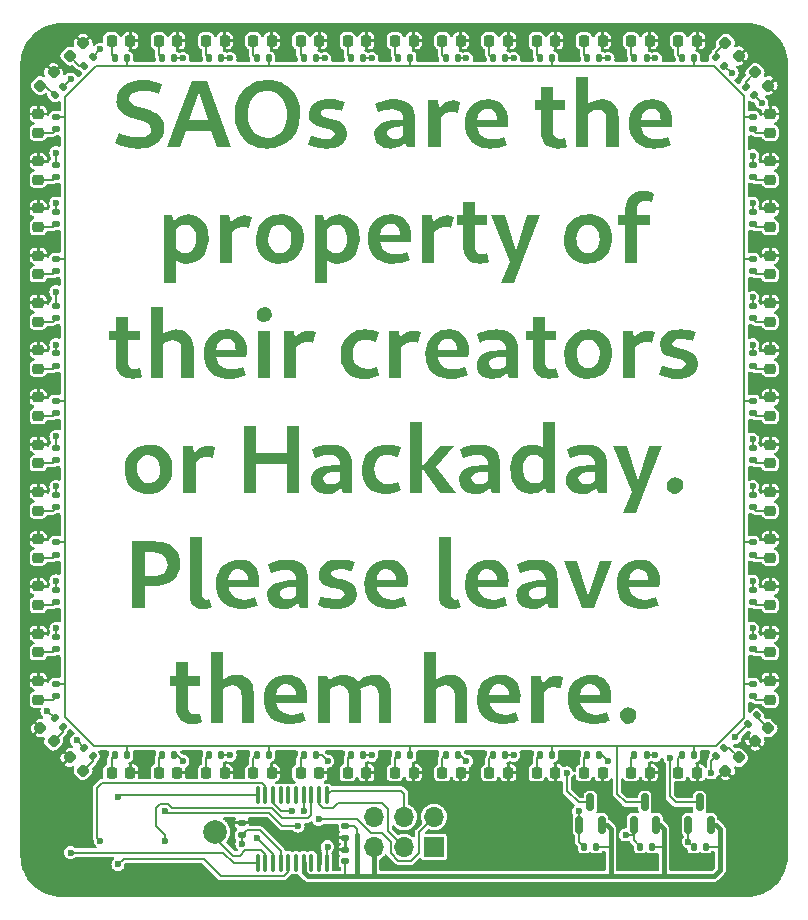
<source format=gtl>
G04 #@! TF.GenerationSoftware,KiCad,Pcbnew,8.0.5-1.fc40*
G04 #@! TF.CreationDate,2024-11-12T17:34:32-08:00*
G04 #@! TF.ProjectId,2024-supercon-sign-sao,32303234-2d73-4757-9065-72636f6e2d73,rev?*
G04 #@! TF.SameCoordinates,Original*
G04 #@! TF.FileFunction,Copper,L1,Top*
G04 #@! TF.FilePolarity,Positive*
%FSLAX46Y46*%
G04 Gerber Fmt 4.6, Leading zero omitted, Abs format (unit mm)*
G04 Created by KiCad (PCBNEW 8.0.5-1.fc40) date 2024-11-12 17:34:32*
%MOMM*%
%LPD*%
G01*
G04 APERTURE LIST*
G04 Aperture macros list*
%AMRoundRect*
0 Rectangle with rounded corners*
0 $1 Rounding radius*
0 $2 $3 $4 $5 $6 $7 $8 $9 X,Y pos of 4 corners*
0 Add a 4 corners polygon primitive as box body*
4,1,4,$2,$3,$4,$5,$6,$7,$8,$9,$2,$3,0*
0 Add four circle primitives for the rounded corners*
1,1,$1+$1,$2,$3*
1,1,$1+$1,$4,$5*
1,1,$1+$1,$6,$7*
1,1,$1+$1,$8,$9*
0 Add four rect primitives between the rounded corners*
20,1,$1+$1,$2,$3,$4,$5,0*
20,1,$1+$1,$4,$5,$6,$7,0*
20,1,$1+$1,$6,$7,$8,$9,0*
20,1,$1+$1,$8,$9,$2,$3,0*%
G04 Aperture macros list end*
%ADD10C,1.000000*%
G04 #@! TA.AperFunction,NonConductor*
%ADD11C,1.000000*%
G04 #@! TD*
G04 #@! TA.AperFunction,SMDPad,CuDef*
%ADD12RoundRect,0.135000X-0.135000X-0.185000X0.135000X-0.185000X0.135000X0.185000X-0.135000X0.185000X0*%
G04 #@! TD*
G04 #@! TA.AperFunction,SMDPad,CuDef*
%ADD13RoundRect,0.218750X-0.218750X-0.256250X0.218750X-0.256250X0.218750X0.256250X-0.218750X0.256250X0*%
G04 #@! TD*
G04 #@! TA.AperFunction,SMDPad,CuDef*
%ADD14RoundRect,0.218750X0.256250X-0.218750X0.256250X0.218750X-0.256250X0.218750X-0.256250X-0.218750X0*%
G04 #@! TD*
G04 #@! TA.AperFunction,SMDPad,CuDef*
%ADD15RoundRect,0.218750X0.026517X-0.335876X0.335876X-0.026517X-0.026517X0.335876X-0.335876X0.026517X0*%
G04 #@! TD*
G04 #@! TA.AperFunction,SMDPad,CuDef*
%ADD16RoundRect,0.135000X0.035355X-0.226274X0.226274X-0.035355X-0.035355X0.226274X-0.226274X0.035355X0*%
G04 #@! TD*
G04 #@! TA.AperFunction,SMDPad,CuDef*
%ADD17RoundRect,0.135000X0.185000X-0.135000X0.185000X0.135000X-0.185000X0.135000X-0.185000X-0.135000X0*%
G04 #@! TD*
G04 #@! TA.AperFunction,SMDPad,CuDef*
%ADD18RoundRect,0.150000X0.150000X-0.587500X0.150000X0.587500X-0.150000X0.587500X-0.150000X-0.587500X0*%
G04 #@! TD*
G04 #@! TA.AperFunction,SMDPad,CuDef*
%ADD19RoundRect,0.135000X-0.226274X-0.035355X-0.035355X-0.226274X0.226274X0.035355X0.035355X0.226274X0*%
G04 #@! TD*
G04 #@! TA.AperFunction,SMDPad,CuDef*
%ADD20RoundRect,0.140000X0.170000X-0.140000X0.170000X0.140000X-0.170000X0.140000X-0.170000X-0.140000X0*%
G04 #@! TD*
G04 #@! TA.AperFunction,SMDPad,CuDef*
%ADD21RoundRect,0.218750X-0.026517X0.335876X-0.335876X0.026517X0.026517X-0.335876X0.335876X-0.026517X0*%
G04 #@! TD*
G04 #@! TA.AperFunction,SMDPad,CuDef*
%ADD22RoundRect,0.135000X-0.185000X0.135000X-0.185000X-0.135000X0.185000X-0.135000X0.185000X0.135000X0*%
G04 #@! TD*
G04 #@! TA.AperFunction,SMDPad,CuDef*
%ADD23RoundRect,0.135000X0.226274X0.035355X0.035355X0.226274X-0.226274X-0.035355X-0.035355X-0.226274X0*%
G04 #@! TD*
G04 #@! TA.AperFunction,SMDPad,CuDef*
%ADD24RoundRect,0.218750X0.335876X0.026517X0.026517X0.335876X-0.335876X-0.026517X-0.026517X-0.335876X0*%
G04 #@! TD*
G04 #@! TA.AperFunction,SMDPad,CuDef*
%ADD25RoundRect,0.218750X-0.335876X-0.026517X-0.026517X-0.335876X0.335876X0.026517X0.026517X0.335876X0*%
G04 #@! TD*
G04 #@! TA.AperFunction,SMDPad,CuDef*
%ADD26RoundRect,0.100000X0.100000X-0.637500X0.100000X0.637500X-0.100000X0.637500X-0.100000X-0.637500X0*%
G04 #@! TD*
G04 #@! TA.AperFunction,SMDPad,CuDef*
%ADD27RoundRect,0.135000X-0.035355X0.226274X-0.226274X0.035355X0.035355X-0.226274X0.226274X-0.035355X0*%
G04 #@! TD*
G04 #@! TA.AperFunction,SMDPad,CuDef*
%ADD28C,2.000000*%
G04 #@! TD*
G04 #@! TA.AperFunction,SMDPad,CuDef*
%ADD29RoundRect,0.140000X-0.170000X0.140000X-0.170000X-0.140000X0.170000X-0.140000X0.170000X0.140000X0*%
G04 #@! TD*
G04 #@! TA.AperFunction,ComponentPad*
%ADD30R,1.700000X1.700000*%
G04 #@! TD*
G04 #@! TA.AperFunction,ComponentPad*
%ADD31O,1.700000X1.700000*%
G04 #@! TD*
G04 #@! TA.AperFunction,ViaPad*
%ADD32C,0.600000*%
G04 #@! TD*
G04 #@! TA.AperFunction,Conductor*
%ADD33C,0.400000*%
G04 #@! TD*
G04 #@! TA.AperFunction,Conductor*
%ADD34C,0.200000*%
G04 #@! TD*
G04 APERTURE END LIST*
D10*
D11*
G36*
X103483008Y-77137662D02*
G01*
X103854465Y-77119948D01*
X104195767Y-77067814D01*
X104505522Y-76982773D01*
X104782334Y-76866338D01*
X105097764Y-76664869D01*
X105348850Y-76413864D01*
X105532287Y-76116907D01*
X105644771Y-75777585D01*
X105683001Y-75399484D01*
X105649719Y-75048068D01*
X105555661Y-74754304D01*
X105409509Y-74511468D01*
X105111599Y-74227991D01*
X104745316Y-74021270D01*
X104477613Y-73914889D01*
X104201228Y-73825809D01*
X103924843Y-73747303D01*
X103529257Y-73634660D01*
X103182509Y-73507979D01*
X102913902Y-73344563D01*
X102727957Y-73030299D01*
X102719456Y-72928919D01*
X102791371Y-72641657D01*
X103002600Y-72429564D01*
X103296383Y-72310030D01*
X103625525Y-72259609D01*
X103815911Y-72253196D01*
X104125219Y-72265930D01*
X104438747Y-72303003D01*
X104746885Y-72362725D01*
X105040026Y-72443406D01*
X105197104Y-72498270D01*
X105497425Y-71669554D01*
X105217220Y-71559795D01*
X104920187Y-71470393D01*
X104611314Y-71402580D01*
X104295587Y-71357590D01*
X103977993Y-71336654D01*
X103872575Y-71335234D01*
X103507628Y-71353200D01*
X103168123Y-71406053D01*
X102856342Y-71492224D01*
X102574569Y-71610145D01*
X102325086Y-71758245D01*
X102046619Y-71999948D01*
X101835029Y-72288798D01*
X101695727Y-72621076D01*
X101634126Y-72993063D01*
X101631500Y-73091829D01*
X101664703Y-73423876D01*
X101758536Y-73702315D01*
X101994020Y-74033357D01*
X102317203Y-74279521D01*
X102698851Y-74462253D01*
X102971327Y-74559423D01*
X103248135Y-74644286D01*
X103520612Y-74723195D01*
X103902259Y-74844296D01*
X104225442Y-74987742D01*
X104460927Y-75174979D01*
X104587962Y-75529812D01*
X104520053Y-75809171D01*
X104318807Y-76019073D01*
X104036260Y-76139182D01*
X103716978Y-76190459D01*
X103531172Y-76197034D01*
X103232727Y-76184895D01*
X102917380Y-76148327D01*
X102592134Y-76087108D01*
X102263994Y-76001011D01*
X101993385Y-75910100D01*
X101834075Y-75847132D01*
X101533754Y-76691431D01*
X101821908Y-76812893D01*
X102121040Y-76917332D01*
X102427811Y-77003291D01*
X102738881Y-77069308D01*
X103050912Y-77113926D01*
X103360562Y-77135686D01*
X103483008Y-77137662D01*
G37*
G36*
X111285687Y-77047000D02*
G01*
X110124068Y-77047000D01*
X109669337Y-75624725D01*
X107510426Y-75624725D01*
X107047195Y-77047000D01*
X105935157Y-77047000D01*
X106796546Y-74689763D01*
X107810747Y-74689763D01*
X109369016Y-74689763D01*
X108589881Y-72328277D01*
X107810747Y-74689763D01*
X106796546Y-74689763D01*
X107989239Y-71425897D01*
X109336434Y-71425897D01*
X111285687Y-77047000D01*
G37*
G36*
X114594071Y-71338574D02*
G01*
X114888464Y-71364973D01*
X115168894Y-71416957D01*
X115561587Y-71541041D01*
X115918310Y-71717903D01*
X116236332Y-71944672D01*
X116512921Y-72218477D01*
X116745346Y-72536446D01*
X116930876Y-72895708D01*
X117066779Y-73293390D01*
X117128461Y-73578439D01*
X117166064Y-73878437D01*
X117178779Y-74192533D01*
X117165685Y-74516954D01*
X117126951Y-74826670D01*
X117063398Y-75120823D01*
X116975849Y-75398554D01*
X116801330Y-75782479D01*
X116577441Y-76124621D01*
X116306955Y-76422080D01*
X115992646Y-76671958D01*
X115637287Y-76871354D01*
X115243651Y-77017370D01*
X114961333Y-77083627D01*
X114664056Y-77124010D01*
X114352645Y-77137662D01*
X114054740Y-77124468D01*
X113633452Y-77056471D01*
X113245211Y-76933073D01*
X112892678Y-76757028D01*
X112578515Y-76531088D01*
X112305384Y-76258005D01*
X112075944Y-75940531D01*
X111892859Y-75581420D01*
X111758789Y-75183422D01*
X111697953Y-74897847D01*
X111660874Y-74597027D01*
X111648339Y-74281780D01*
X111651892Y-74192533D01*
X112744794Y-74192533D01*
X112752616Y-74416549D01*
X112792939Y-74733133D01*
X112866135Y-75024658D01*
X113012085Y-75371013D01*
X113209796Y-75664744D01*
X113455450Y-75901234D01*
X113745229Y-76075870D01*
X114075316Y-76184036D01*
X114441891Y-76221117D01*
X114623729Y-76212130D01*
X114961507Y-76141931D01*
X115261767Y-76005859D01*
X115520923Y-75808430D01*
X115735390Y-75554160D01*
X115901582Y-75247564D01*
X116015912Y-74893157D01*
X116065469Y-74598693D01*
X116082324Y-74281780D01*
X116064616Y-73949455D01*
X116012531Y-73641383D01*
X115927623Y-73359406D01*
X115766042Y-73027213D01*
X115552558Y-72749052D01*
X115290856Y-72529288D01*
X114984623Y-72372288D01*
X114637543Y-72282418D01*
X114352645Y-72261696D01*
X114175375Y-72270572D01*
X113845504Y-72339976D01*
X113551624Y-72474697D01*
X113297454Y-72670468D01*
X113086711Y-72923022D01*
X112923115Y-73228093D01*
X112810384Y-73581414D01*
X112761453Y-73875503D01*
X112744794Y-74192533D01*
X111651892Y-74192533D01*
X111661254Y-73957343D01*
X111699464Y-73647582D01*
X111762169Y-73353359D01*
X111848568Y-73075538D01*
X112020839Y-72691447D01*
X112241915Y-72349116D01*
X112509093Y-72051458D01*
X112819669Y-71801387D01*
X113170941Y-71601815D01*
X113560204Y-71455657D01*
X113839484Y-71389331D01*
X114133647Y-71348902D01*
X114441891Y-71335234D01*
X114594071Y-71338574D01*
G37*
G36*
X119422687Y-77137662D02*
G01*
X119714936Y-77125160D01*
X120066847Y-77070483D01*
X120373433Y-76973969D01*
X120632321Y-76837358D01*
X120885238Y-76612867D01*
X121055280Y-76331855D01*
X121137812Y-75997727D01*
X121145282Y-75849965D01*
X121090060Y-75477110D01*
X120939118Y-75194298D01*
X120714546Y-74985793D01*
X120438434Y-74835859D01*
X120132869Y-74728758D01*
X119819941Y-74648754D01*
X119521739Y-74580109D01*
X119185222Y-74479054D01*
X118936380Y-74284964D01*
X118911291Y-74171284D01*
X119067201Y-73911658D01*
X119353538Y-73807327D01*
X119674843Y-73780300D01*
X119962310Y-73795533D01*
X120269085Y-73838962D01*
X120548047Y-73898484D01*
X120755715Y-73954543D01*
X120973873Y-73171159D01*
X120683424Y-73084303D01*
X120367210Y-73020290D01*
X120077532Y-72984270D01*
X119782998Y-72968026D01*
X119698925Y-72967167D01*
X119394302Y-72979120D01*
X119028224Y-73031700D01*
X118709998Y-73125185D01*
X118441848Y-73258512D01*
X118180470Y-73479581D01*
X118005158Y-73759167D01*
X117920255Y-74095197D01*
X117912582Y-74244948D01*
X117966999Y-74613497D01*
X118115739Y-74889621D01*
X118337036Y-75090038D01*
X118609122Y-75231464D01*
X118910230Y-75330616D01*
X119218594Y-75404213D01*
X119512447Y-75468972D01*
X119844055Y-75570462D01*
X120089269Y-75777391D01*
X120113991Y-75900963D01*
X119987888Y-76167602D01*
X119702821Y-76296595D01*
X119407104Y-76325946D01*
X119097774Y-76306025D01*
X118801105Y-76258362D01*
X118497407Y-76185838D01*
X118203140Y-76091657D01*
X118083991Y-76045457D01*
X117855918Y-76830258D01*
X118165761Y-76945688D01*
X118453367Y-77024624D01*
X118754504Y-77083736D01*
X119062729Y-77121735D01*
X119371598Y-77137331D01*
X119422687Y-77137662D01*
G37*
G36*
X125375346Y-72974009D02*
G01*
X125669441Y-73009796D01*
X126014987Y-73104712D01*
X126306768Y-73252946D01*
X126544201Y-73453817D01*
X126726706Y-73706644D01*
X126853702Y-74010747D01*
X126924607Y-74365446D01*
X126940628Y-74664264D01*
X126940628Y-77047000D01*
X126194075Y-77047000D01*
X126046748Y-76667348D01*
X125959104Y-76750308D01*
X125695523Y-76933018D01*
X125431626Y-77046116D01*
X125139385Y-77114628D01*
X124821382Y-77137662D01*
X124668092Y-77132298D01*
X124318764Y-77073383D01*
X124021825Y-76952994D01*
X123782237Y-76775539D01*
X123604961Y-76545429D01*
X123494958Y-76267072D01*
X123457188Y-75944878D01*
X123459406Y-75867441D01*
X123471683Y-75813133D01*
X124496978Y-75813133D01*
X124497758Y-75841526D01*
X124602684Y-76109858D01*
X124860900Y-76279260D01*
X125162784Y-76325946D01*
X125379968Y-76306290D01*
X125672210Y-76208080D01*
X125917837Y-76036958D01*
X125917837Y-75267739D01*
X125824396Y-75269641D01*
X125485658Y-75286225D01*
X125201151Y-75317592D01*
X124918112Y-75378450D01*
X124621943Y-75528453D01*
X124496978Y-75813133D01*
X123471683Y-75813133D01*
X123538111Y-75519293D01*
X123732788Y-75234760D01*
X123975038Y-75051607D01*
X124296664Y-74906890D01*
X124591354Y-74822966D01*
X124932948Y-74759665D01*
X125322413Y-74716560D01*
X125609129Y-74698832D01*
X125917837Y-74689763D01*
X125917837Y-74579267D01*
X125908876Y-74446509D01*
X125798826Y-74154535D01*
X125567142Y-73954181D01*
X125268294Y-73855386D01*
X124943210Y-73828465D01*
X124629086Y-73848667D01*
X124340116Y-73900642D01*
X124041833Y-73984774D01*
X123773091Y-74084871D01*
X123529435Y-73349651D01*
X123617953Y-73305202D01*
X123901184Y-73187095D01*
X124204958Y-73092894D01*
X124521600Y-73023942D01*
X124843434Y-72981585D01*
X125162784Y-72967167D01*
X125375346Y-72974009D01*
G37*
G36*
X128028583Y-77047000D02*
G01*
X129068374Y-77047000D01*
X129068374Y-74480105D01*
X129288533Y-74269681D01*
X129546386Y-74122562D01*
X129833233Y-74044232D01*
X130001919Y-74032457D01*
X130292545Y-74061871D01*
X130506232Y-74121703D01*
X130741389Y-73172575D01*
X130466921Y-73087579D01*
X130176116Y-73057950D01*
X130156329Y-73057830D01*
X129854329Y-73089963D01*
X129569411Y-73183931D01*
X129307269Y-73336085D01*
X129073598Y-73542778D01*
X128955045Y-73683971D01*
X128857299Y-73057830D01*
X128028583Y-73057830D01*
X128028583Y-77047000D01*
G37*
G36*
X133175143Y-72969135D02*
G01*
X133541938Y-73015604D01*
X133867617Y-73121636D01*
X134149141Y-73284311D01*
X134383474Y-73500706D01*
X134567576Y-73767900D01*
X134698410Y-74082971D01*
X134772938Y-74442997D01*
X134790056Y-74740761D01*
X134775004Y-75038957D01*
X134741891Y-75324404D01*
X132183496Y-75324404D01*
X132226051Y-75506494D01*
X132360214Y-75817925D01*
X132558239Y-76058508D01*
X132818279Y-76227628D01*
X133138482Y-76324667D01*
X133449944Y-76350028D01*
X133607043Y-76344583D01*
X133892370Y-76308102D01*
X134175176Y-76238928D01*
X134448653Y-76138953D01*
X134685227Y-76862840D01*
X134520507Y-76925896D01*
X134219725Y-77017209D01*
X133909258Y-77083535D01*
X133596401Y-77123982D01*
X133288451Y-77137662D01*
X133041754Y-77128593D01*
X132695545Y-77081548D01*
X132379298Y-76995470D01*
X132094538Y-76871593D01*
X131842793Y-76711147D01*
X131625589Y-76515367D01*
X131444452Y-76285484D01*
X131300911Y-76022731D01*
X131196491Y-75728342D01*
X131132720Y-75403548D01*
X131111123Y-75049581D01*
X131113419Y-74934177D01*
X131138256Y-74691180D01*
X132159414Y-74691180D01*
X133815429Y-74691180D01*
X133807584Y-74532447D01*
X133730168Y-74215469D01*
X133574534Y-73977929D01*
X133308081Y-73811144D01*
X133003712Y-73763301D01*
X132869669Y-73771783D01*
X132565985Y-73876129D01*
X132342814Y-74096298D01*
X132215884Y-74380931D01*
X132159414Y-74691180D01*
X131138256Y-74691180D01*
X131147269Y-74603001D01*
X131220040Y-74296048D01*
X131329771Y-74015461D01*
X131474500Y-73763382D01*
X131652268Y-73541956D01*
X131937294Y-73298106D01*
X132184524Y-73156535D01*
X132458254Y-73052759D01*
X132756526Y-72988922D01*
X133077376Y-72967167D01*
X133175143Y-72969135D01*
G37*
G36*
X138986050Y-77137662D02*
G01*
X139294055Y-77115475D01*
X139577015Y-77061942D01*
X139797767Y-77000251D01*
X139586692Y-76259365D01*
X139306602Y-76329686D01*
X139212707Y-76334445D01*
X138932245Y-76282928D01*
X138697693Y-76093733D01*
X138606298Y-75820856D01*
X138603566Y-75756469D01*
X138603566Y-73886546D01*
X139595192Y-73886546D01*
X139595192Y-73057830D01*
X138603566Y-73057830D01*
X138603566Y-71913210D01*
X137580774Y-71913210D01*
X137580774Y-73057830D01*
X137028297Y-73057830D01*
X137028297Y-73886546D01*
X137580774Y-73886546D01*
X137580774Y-75823050D01*
X137605133Y-76112588D01*
X137701921Y-76430333D01*
X137868666Y-76694845D01*
X138101347Y-76901682D01*
X138395944Y-77046402D01*
X138673500Y-77114468D01*
X138986050Y-77137662D01*
G37*
G36*
X143114047Y-77047000D02*
G01*
X144153838Y-77047000D01*
X144153838Y-74516937D01*
X144127990Y-74173368D01*
X144052241Y-73867798D01*
X143929278Y-73602635D01*
X143713278Y-73331670D01*
X143432963Y-73132303D01*
X143165934Y-73027518D01*
X142863794Y-72973973D01*
X142700398Y-72967167D01*
X142387150Y-72993308D01*
X142086652Y-73072173D01*
X141804747Y-73204427D01*
X141547278Y-73390733D01*
X141547278Y-71063245D01*
X140523070Y-71063245D01*
X140523070Y-77047000D01*
X141547278Y-77047000D01*
X141547278Y-74192533D01*
X141773258Y-74018442D01*
X142047960Y-73905735D01*
X142341996Y-73869547D01*
X142641500Y-73910880D01*
X142894842Y-74057474D01*
X143052413Y-74306993D01*
X143110995Y-74607248D01*
X143114047Y-74706762D01*
X143114047Y-77047000D01*
G37*
G36*
X147057907Y-72969135D02*
G01*
X147424701Y-73015604D01*
X147750380Y-73121636D01*
X148031905Y-73284311D01*
X148266237Y-73500706D01*
X148450339Y-73767900D01*
X148581173Y-74082971D01*
X148655701Y-74442997D01*
X148672819Y-74740761D01*
X148657768Y-75038957D01*
X148624654Y-75324404D01*
X146066259Y-75324404D01*
X146108815Y-75506494D01*
X146242978Y-75817925D01*
X146441003Y-76058508D01*
X146701042Y-76227628D01*
X147021246Y-76324667D01*
X147332707Y-76350028D01*
X147489806Y-76344583D01*
X147775133Y-76308102D01*
X148057939Y-76238928D01*
X148331416Y-76138953D01*
X148567990Y-76862840D01*
X148403271Y-76925896D01*
X148102488Y-77017209D01*
X147792021Y-77083535D01*
X147479165Y-77123982D01*
X147171214Y-77137662D01*
X146924517Y-77128593D01*
X146578309Y-77081548D01*
X146262061Y-76995470D01*
X145977301Y-76871593D01*
X145725556Y-76711147D01*
X145508352Y-76515367D01*
X145327216Y-76285484D01*
X145183675Y-76022731D01*
X145079255Y-75728342D01*
X145015483Y-75403548D01*
X144993887Y-75049581D01*
X144996182Y-74934177D01*
X145021019Y-74691180D01*
X146042177Y-74691180D01*
X147698192Y-74691180D01*
X147690347Y-74532447D01*
X147612931Y-74215469D01*
X147457298Y-73977929D01*
X147190844Y-73811144D01*
X146886476Y-73763301D01*
X146752433Y-73771783D01*
X146448748Y-73876129D01*
X146225577Y-74096298D01*
X146098647Y-74380931D01*
X146042177Y-74691180D01*
X145021019Y-74691180D01*
X145030032Y-74603001D01*
X145102803Y-74296048D01*
X145212534Y-74015461D01*
X145357264Y-73763382D01*
X145535031Y-73541956D01*
X145820057Y-73298106D01*
X146067287Y-73156535D01*
X146341018Y-73052759D01*
X146639289Y-72988922D01*
X146960139Y-72967167D01*
X147057907Y-72969135D01*
G37*
G36*
X107993031Y-82732260D02*
G01*
X108333893Y-82823492D01*
X108637639Y-82982327D01*
X108899605Y-83203834D01*
X109115127Y-83483083D01*
X109279538Y-83815144D01*
X109366499Y-84095881D01*
X109420119Y-84401471D01*
X109438430Y-84729834D01*
X109436207Y-84848180D01*
X109403543Y-85188345D01*
X109333667Y-85504362D01*
X109228869Y-85793864D01*
X109091440Y-86054484D01*
X108861399Y-86352957D01*
X108582846Y-86590264D01*
X108261210Y-86760794D01*
X107901918Y-86858936D01*
X107611005Y-86881662D01*
X107470060Y-86876060D01*
X107169541Y-86823469D01*
X106897408Y-86717827D01*
X106636378Y-86541676D01*
X106636378Y-88513595D01*
X105629169Y-88513595D01*
X105629169Y-83930867D01*
X106636378Y-83930867D01*
X106636378Y-85547217D01*
X106689941Y-85623972D01*
X106912365Y-85834140D01*
X107189572Y-85964883D01*
X107472177Y-86004782D01*
X107628046Y-85992866D01*
X107900482Y-85900234D01*
X108147368Y-85684274D01*
X108293361Y-85414892D01*
X108365539Y-85136460D01*
X108390139Y-84813414D01*
X108380441Y-84608097D01*
X108322651Y-84302439D01*
X108188897Y-84000850D01*
X107990542Y-83776897D01*
X107733582Y-83637471D01*
X107424012Y-83589464D01*
X107145292Y-83624992D01*
X106869728Y-83741318D01*
X106636378Y-83930867D01*
X105629169Y-83930867D01*
X105629169Y-82801830D01*
X106327557Y-82801830D01*
X106514550Y-83231062D01*
X106632753Y-83113143D01*
X106864796Y-82941149D01*
X107125385Y-82815101D01*
X107410429Y-82737581D01*
X107715834Y-82711167D01*
X107993031Y-82732260D01*
G37*
G36*
X110360642Y-86791000D02*
G01*
X111400432Y-86791000D01*
X111400432Y-84224105D01*
X111620592Y-84013681D01*
X111878444Y-83866562D01*
X112165291Y-83788232D01*
X112333977Y-83776457D01*
X112624604Y-83805871D01*
X112838290Y-83865703D01*
X113073447Y-82916575D01*
X112798979Y-82831579D01*
X112508174Y-82801950D01*
X112488388Y-82801830D01*
X112186387Y-82833963D01*
X111901469Y-82927931D01*
X111639327Y-83080085D01*
X111405656Y-83286778D01*
X111287104Y-83427971D01*
X111189358Y-82801830D01*
X110360642Y-82801830D01*
X110360642Y-86791000D01*
G37*
G36*
X115747230Y-82720235D02*
G01*
X116053980Y-82767104D01*
X116335963Y-82852474D01*
X116670352Y-83023430D01*
X116953361Y-83256207D01*
X117180790Y-83547021D01*
X117312361Y-83800942D01*
X117408534Y-84083782D01*
X117467538Y-84393945D01*
X117487599Y-84729834D01*
X117477909Y-84968307D01*
X117428021Y-85304993D01*
X117337594Y-85614683D01*
X117208750Y-85895388D01*
X117043612Y-86145119D01*
X116844301Y-86361886D01*
X116612940Y-86543702D01*
X116351651Y-86688576D01*
X116062556Y-86794520D01*
X115747776Y-86859545D01*
X115409434Y-86881662D01*
X115189153Y-86872517D01*
X114879070Y-86825293D01*
X114594818Y-86739382D01*
X114258769Y-86567607D01*
X113975295Y-86334143D01*
X113748198Y-86043041D01*
X113617159Y-85789326D01*
X113521574Y-85507177D01*
X113463047Y-85198303D01*
X113443182Y-84864412D01*
X113446912Y-84772332D01*
X114491472Y-84772332D01*
X114501814Y-84975896D01*
X114563188Y-85281050D01*
X114704391Y-85584824D01*
X114912304Y-85812419D01*
X115179533Y-85955262D01*
X115498681Y-86004782D01*
X115604274Y-85999564D01*
X115889111Y-85923415D01*
X116154428Y-85727443D01*
X116317436Y-85475840D01*
X116414545Y-85154613D01*
X116440725Y-84838913D01*
X116430384Y-84632965D01*
X116369010Y-84323954D01*
X116227807Y-84015977D01*
X116019893Y-83784965D01*
X115752665Y-83639824D01*
X115433517Y-83589464D01*
X115227503Y-83610193D01*
X114959543Y-83716011D01*
X114746285Y-83905722D01*
X114593836Y-84172826D01*
X114517652Y-84449844D01*
X114491472Y-84772332D01*
X113446912Y-84772332D01*
X113452889Y-84624756D01*
X113502880Y-84286796D01*
X113593519Y-83976353D01*
X113722706Y-83695325D01*
X113888339Y-83445610D01*
X114088316Y-83229105D01*
X114320538Y-83047708D01*
X114582903Y-82903318D01*
X114873310Y-82797833D01*
X115189658Y-82733150D01*
X115529846Y-82711167D01*
X115747230Y-82720235D01*
G37*
G36*
X120776506Y-82732260D02*
G01*
X121117368Y-82823492D01*
X121421114Y-82982327D01*
X121683081Y-83203834D01*
X121898602Y-83483083D01*
X122063013Y-83815144D01*
X122149974Y-84095881D01*
X122203594Y-84401471D01*
X122221905Y-84729834D01*
X122219682Y-84848180D01*
X122187018Y-85188345D01*
X122117142Y-85504362D01*
X122012345Y-85793864D01*
X121874915Y-86054484D01*
X121644874Y-86352957D01*
X121366321Y-86590264D01*
X121044685Y-86760794D01*
X120685394Y-86858936D01*
X120394480Y-86881662D01*
X120253535Y-86876060D01*
X119953017Y-86823469D01*
X119680883Y-86717827D01*
X119419853Y-86541676D01*
X119419853Y-88513595D01*
X118412644Y-88513595D01*
X118412644Y-83930867D01*
X119419853Y-83930867D01*
X119419853Y-85547217D01*
X119473416Y-85623972D01*
X119695840Y-85834140D01*
X119973047Y-85964883D01*
X120255652Y-86004782D01*
X120411522Y-85992866D01*
X120683957Y-85900234D01*
X120930843Y-85684274D01*
X121076836Y-85414892D01*
X121149015Y-85136460D01*
X121173614Y-84813414D01*
X121163916Y-84608097D01*
X121106126Y-84302439D01*
X120972372Y-84000850D01*
X120774017Y-83776897D01*
X120517058Y-83637471D01*
X120207487Y-83589464D01*
X119928767Y-83624992D01*
X119653203Y-83741318D01*
X119419853Y-83930867D01*
X118412644Y-83930867D01*
X118412644Y-82801830D01*
X119111032Y-82801830D01*
X119298025Y-83231062D01*
X119416229Y-83113143D01*
X119648271Y-82941149D01*
X119908860Y-82815101D01*
X120193904Y-82737581D01*
X120499309Y-82711167D01*
X120776506Y-82732260D01*
G37*
G36*
X124964480Y-82713135D02*
G01*
X125331275Y-82759604D01*
X125656954Y-82865636D01*
X125938478Y-83028311D01*
X126172810Y-83244706D01*
X126356913Y-83511900D01*
X126487747Y-83826971D01*
X126562275Y-84186997D01*
X126579393Y-84484761D01*
X126564341Y-84782957D01*
X126531228Y-85068404D01*
X123972833Y-85068404D01*
X124015388Y-85250494D01*
X124149551Y-85561925D01*
X124347576Y-85802508D01*
X124607615Y-85971628D01*
X124927819Y-86068667D01*
X125239281Y-86094028D01*
X125396380Y-86088583D01*
X125681707Y-86052102D01*
X125964513Y-85982928D01*
X126237990Y-85882953D01*
X126474563Y-86606840D01*
X126309844Y-86669896D01*
X126009062Y-86761209D01*
X125698595Y-86827535D01*
X125385738Y-86867982D01*
X125077787Y-86881662D01*
X124831091Y-86872593D01*
X124484882Y-86825548D01*
X124168635Y-86739470D01*
X123883875Y-86615593D01*
X123632130Y-86455147D01*
X123414925Y-86259367D01*
X123233789Y-86029484D01*
X123090248Y-85766731D01*
X122985828Y-85472342D01*
X122922057Y-85147548D01*
X122900460Y-84793581D01*
X122902756Y-84678177D01*
X122927593Y-84435180D01*
X123948751Y-84435180D01*
X125604766Y-84435180D01*
X125596921Y-84276447D01*
X125519505Y-83959469D01*
X125363871Y-83721929D01*
X125097418Y-83555144D01*
X124793049Y-83507301D01*
X124659006Y-83515783D01*
X124355321Y-83620129D01*
X124132151Y-83840298D01*
X124005220Y-84124931D01*
X123948751Y-84435180D01*
X122927593Y-84435180D01*
X122936606Y-84347001D01*
X123009377Y-84040048D01*
X123119108Y-83759461D01*
X123263837Y-83507382D01*
X123441605Y-83285956D01*
X123726631Y-83042106D01*
X123973860Y-82900535D01*
X124247591Y-82796759D01*
X124545862Y-82732922D01*
X124866713Y-82711167D01*
X124964480Y-82713135D01*
G37*
G36*
X127501605Y-86791000D02*
G01*
X128541395Y-86791000D01*
X128541395Y-84224105D01*
X128761555Y-84013681D01*
X129019407Y-83866562D01*
X129306254Y-83788232D01*
X129474940Y-83776457D01*
X129765567Y-83805871D01*
X129979253Y-83865703D01*
X130214410Y-82916575D01*
X129939942Y-82831579D01*
X129649137Y-82801950D01*
X129629351Y-82801830D01*
X129327350Y-82833963D01*
X129042432Y-82927931D01*
X128780290Y-83080085D01*
X128546619Y-83286778D01*
X128428067Y-83427971D01*
X128330321Y-82801830D01*
X127501605Y-82801830D01*
X127501605Y-86791000D01*
G37*
G36*
X132395987Y-86881662D02*
G01*
X132703992Y-86859475D01*
X132986952Y-86805942D01*
X133207704Y-86744251D01*
X132996629Y-86003365D01*
X132716539Y-86073686D01*
X132622644Y-86078445D01*
X132342182Y-86026928D01*
X132107630Y-85837733D01*
X132016235Y-85564856D01*
X132013503Y-85500469D01*
X132013503Y-83630546D01*
X133005129Y-83630546D01*
X133005129Y-82801830D01*
X132013503Y-82801830D01*
X132013503Y-81657210D01*
X130990711Y-81657210D01*
X130990711Y-82801830D01*
X130438234Y-82801830D01*
X130438234Y-83630546D01*
X130990711Y-83630546D01*
X130990711Y-85567050D01*
X131015070Y-85856588D01*
X131111858Y-86174333D01*
X131278603Y-86438845D01*
X131511284Y-86645682D01*
X131805881Y-86790402D01*
X132083437Y-86858468D01*
X132395987Y-86881662D01*
G37*
G36*
X134193663Y-88513595D02*
G01*
X135314201Y-88513595D01*
X135947425Y-86751334D01*
X137457529Y-82801830D01*
X136426238Y-82801830D01*
X135443112Y-85792290D01*
X134518067Y-82801830D01*
X133373447Y-82801830D01*
X134907634Y-86751334D01*
X134193663Y-88513595D01*
G37*
G36*
X141835493Y-82720235D02*
G01*
X142142242Y-82767104D01*
X142424225Y-82852474D01*
X142758614Y-83023430D01*
X143041623Y-83256207D01*
X143269052Y-83547021D01*
X143400623Y-83800942D01*
X143496797Y-84083782D01*
X143555800Y-84393945D01*
X143575861Y-84729834D01*
X143566172Y-84968307D01*
X143516283Y-85304993D01*
X143425856Y-85614683D01*
X143297012Y-85895388D01*
X143131874Y-86145119D01*
X142932563Y-86361886D01*
X142701203Y-86543702D01*
X142439913Y-86688576D01*
X142150818Y-86794520D01*
X141836038Y-86859545D01*
X141497697Y-86881662D01*
X141277416Y-86872517D01*
X140967333Y-86825293D01*
X140683080Y-86739382D01*
X140347032Y-86567607D01*
X140063558Y-86334143D01*
X139836460Y-86043041D01*
X139705422Y-85789326D01*
X139609837Y-85507177D01*
X139551310Y-85198303D01*
X139531444Y-84864412D01*
X139535174Y-84772332D01*
X140579734Y-84772332D01*
X140590076Y-84975896D01*
X140651450Y-85281050D01*
X140792653Y-85584824D01*
X141000567Y-85812419D01*
X141267795Y-85955262D01*
X141586943Y-86004782D01*
X141692537Y-85999564D01*
X141977374Y-85923415D01*
X142242690Y-85727443D01*
X142405698Y-85475840D01*
X142502808Y-85154613D01*
X142528988Y-84838913D01*
X142518646Y-84632965D01*
X142457272Y-84323954D01*
X142316069Y-84015977D01*
X142108155Y-83784965D01*
X141840927Y-83639824D01*
X141521779Y-83589464D01*
X141315765Y-83610193D01*
X141047805Y-83716011D01*
X140834547Y-83905722D01*
X140682098Y-84172826D01*
X140605914Y-84449844D01*
X140579734Y-84772332D01*
X139535174Y-84772332D01*
X139541152Y-84624756D01*
X139591142Y-84286796D01*
X139681782Y-83976353D01*
X139810968Y-83695325D01*
X139976601Y-83445610D01*
X140176579Y-83229105D01*
X140408801Y-83047708D01*
X140671166Y-82903318D01*
X140961573Y-82797833D01*
X141277921Y-82733150D01*
X141618108Y-82711167D01*
X141835493Y-82720235D01*
G37*
G36*
X144704898Y-86791000D02*
G01*
X145703607Y-86791000D01*
X145703607Y-83630546D01*
X146839727Y-83630546D01*
X146839727Y-82801830D01*
X145703607Y-82801830D01*
X145703607Y-82202605D01*
X145756890Y-81904936D01*
X145938580Y-81683899D01*
X146209027Y-81588048D01*
X146360914Y-81577880D01*
X146663294Y-81603881D01*
X146939994Y-81681298D01*
X146970055Y-81695459D01*
X147172630Y-80953156D01*
X146894218Y-80823709D01*
X146613226Y-80747283D01*
X146311301Y-80716847D01*
X146280167Y-80716582D01*
X145942010Y-80745971D01*
X145636606Y-80831372D01*
X145367758Y-80968633D01*
X145139266Y-81153606D01*
X144954933Y-81382139D01*
X144818559Y-81650083D01*
X144733947Y-81953287D01*
X144704898Y-82287601D01*
X144704898Y-82801830D01*
X144095757Y-82801830D01*
X144095757Y-83630546D01*
X144704898Y-83630546D01*
X144704898Y-86791000D01*
G37*
G36*
X102998528Y-96625662D02*
G01*
X103306532Y-96603475D01*
X103589493Y-96549942D01*
X103810245Y-96488251D01*
X103599170Y-95747365D01*
X103319080Y-95817686D01*
X103225185Y-95822445D01*
X102944723Y-95770928D01*
X102710171Y-95581733D01*
X102618776Y-95308856D01*
X102616044Y-95244469D01*
X102616044Y-93374546D01*
X103607669Y-93374546D01*
X103607669Y-92545830D01*
X102616044Y-92545830D01*
X102616044Y-91401210D01*
X101593252Y-91401210D01*
X101593252Y-92545830D01*
X101040775Y-92545830D01*
X101040775Y-93374546D01*
X101593252Y-93374546D01*
X101593252Y-95311050D01*
X101617611Y-95600588D01*
X101714399Y-95918333D01*
X101881143Y-96182845D01*
X102113825Y-96389682D01*
X102408422Y-96534402D01*
X102685978Y-96602468D01*
X102998528Y-96625662D01*
G37*
G36*
X107126525Y-96535000D02*
G01*
X108166316Y-96535000D01*
X108166316Y-94004937D01*
X108140468Y-93661368D01*
X108064718Y-93355798D01*
X107941756Y-93090635D01*
X107725756Y-92819670D01*
X107445441Y-92620303D01*
X107178412Y-92515518D01*
X106876272Y-92461973D01*
X106712875Y-92455167D01*
X106399628Y-92481308D01*
X106099130Y-92560173D01*
X105817225Y-92692427D01*
X105559756Y-92878733D01*
X105559756Y-90551245D01*
X104535548Y-90551245D01*
X104535548Y-96535000D01*
X105559756Y-96535000D01*
X105559756Y-93680533D01*
X105785736Y-93506442D01*
X106060438Y-93393735D01*
X106354473Y-93357547D01*
X106653978Y-93398880D01*
X106907320Y-93545474D01*
X107064891Y-93794993D01*
X107123473Y-94095248D01*
X107126525Y-94194762D01*
X107126525Y-96535000D01*
G37*
G36*
X111070384Y-92457135D02*
G01*
X111437179Y-92503604D01*
X111762858Y-92609636D01*
X112044382Y-92772311D01*
X112278715Y-92988706D01*
X112462817Y-93255900D01*
X112593651Y-93570971D01*
X112668179Y-93930997D01*
X112685297Y-94228761D01*
X112670245Y-94526957D01*
X112637132Y-94812404D01*
X110078737Y-94812404D01*
X110121292Y-94994494D01*
X110255455Y-95305925D01*
X110453481Y-95546508D01*
X110713520Y-95715628D01*
X111033723Y-95812667D01*
X111345185Y-95838028D01*
X111502284Y-95832583D01*
X111787611Y-95796102D01*
X112070417Y-95726928D01*
X112343894Y-95626953D01*
X112580468Y-96350840D01*
X112415748Y-96413896D01*
X112114966Y-96505209D01*
X111804499Y-96571535D01*
X111491642Y-96611982D01*
X111183692Y-96625662D01*
X110936995Y-96616593D01*
X110590787Y-96569548D01*
X110274539Y-96483470D01*
X109989779Y-96359593D01*
X109738034Y-96199147D01*
X109520830Y-96003367D01*
X109339694Y-95773484D01*
X109196152Y-95510731D01*
X109091732Y-95216342D01*
X109027961Y-94891548D01*
X109006365Y-94537581D01*
X109008660Y-94422177D01*
X109033497Y-94179180D01*
X110054655Y-94179180D01*
X111710670Y-94179180D01*
X111702825Y-94020447D01*
X111625409Y-93703469D01*
X111469775Y-93465929D01*
X111203322Y-93299144D01*
X110898954Y-93251301D01*
X110764910Y-93259783D01*
X110461226Y-93364129D01*
X110238055Y-93584298D01*
X110111125Y-93868931D01*
X110054655Y-94179180D01*
X109033497Y-94179180D01*
X109042510Y-94091001D01*
X109115281Y-93784048D01*
X109225012Y-93503461D01*
X109369742Y-93251382D01*
X109547509Y-93029956D01*
X109832535Y-92786106D01*
X110079765Y-92644535D01*
X110353496Y-92540759D01*
X110651767Y-92476922D01*
X110972617Y-92455167D01*
X111070384Y-92457135D01*
G37*
G36*
X113607509Y-96535000D02*
G01*
X114647300Y-96535000D01*
X114647300Y-92545830D01*
X113607509Y-92545830D01*
X113607509Y-96535000D01*
G37*
G36*
X114135904Y-91820526D02*
G01*
X114424097Y-91765122D01*
X114652544Y-91583900D01*
X114762581Y-91293268D01*
X114769128Y-91187302D01*
X114712032Y-90894039D01*
X114528241Y-90663637D01*
X114239579Y-90553514D01*
X114135904Y-90546995D01*
X113842368Y-90604007D01*
X113611334Y-90788756D01*
X113500734Y-91081489D01*
X113494180Y-91187302D01*
X113551465Y-91479817D01*
X113736847Y-91706858D01*
X114030056Y-91814216D01*
X114135904Y-91820526D01*
G37*
G36*
X115811752Y-96535000D02*
G01*
X116851542Y-96535000D01*
X116851542Y-93968105D01*
X117071702Y-93757681D01*
X117329554Y-93610562D01*
X117616401Y-93532232D01*
X117785087Y-93520457D01*
X118075714Y-93549871D01*
X118289400Y-93609703D01*
X118524557Y-92660575D01*
X118250089Y-92575579D01*
X117959285Y-92545950D01*
X117939498Y-92545830D01*
X117637497Y-92577963D01*
X117352579Y-92671931D01*
X117090437Y-92824085D01*
X116856766Y-93030778D01*
X116738214Y-93171971D01*
X116640468Y-92545830D01*
X115811752Y-92545830D01*
X115811752Y-96535000D01*
G37*
G36*
X122581724Y-96625662D02*
G01*
X122890853Y-96610688D01*
X123188136Y-96566061D01*
X123471082Y-96492226D01*
X123737201Y-96389628D01*
X123880754Y-96318258D01*
X123654097Y-95598621D01*
X123384275Y-95698216D01*
X123089000Y-95766606D01*
X122808381Y-95789863D01*
X122489263Y-95756198D01*
X122217658Y-95657082D01*
X121958239Y-95455721D01*
X121775765Y-95169048D01*
X121685836Y-94868501D01*
X121655262Y-94514916D01*
X121683022Y-94181647D01*
X121765286Y-93901301D01*
X121933803Y-93636796D01*
X122175977Y-93453120D01*
X122489177Y-93352796D01*
X122736134Y-93333464D01*
X123019029Y-93352452D01*
X123309653Y-93407338D01*
X123591666Y-93495012D01*
X123645597Y-93516207D01*
X123865171Y-92691741D01*
X123596812Y-92589634D01*
X123308798Y-92515550D01*
X123008566Y-92470418D01*
X122703552Y-92455167D01*
X122357054Y-92477170D01*
X122035979Y-92541992D01*
X121742217Y-92647854D01*
X121477660Y-92792978D01*
X121244199Y-92975585D01*
X121043724Y-93193896D01*
X120878126Y-93446131D01*
X120749297Y-93730513D01*
X120659127Y-94045262D01*
X120609507Y-94388599D01*
X120599889Y-94632494D01*
X120619191Y-94973643D01*
X120676320Y-95285662D01*
X120770105Y-95567585D01*
X120950151Y-95894995D01*
X121190512Y-96164891D01*
X121488416Y-96374982D01*
X121747939Y-96491926D01*
X122037101Y-96572974D01*
X122354731Y-96617161D01*
X122581724Y-96625662D01*
G37*
G36*
X124696720Y-96535000D02*
G01*
X125736511Y-96535000D01*
X125736511Y-93968105D01*
X125956671Y-93757681D01*
X126214523Y-93610562D01*
X126501370Y-93532232D01*
X126670056Y-93520457D01*
X126960683Y-93549871D01*
X127174369Y-93609703D01*
X127409526Y-92660575D01*
X127135058Y-92575579D01*
X126844253Y-92545950D01*
X126824466Y-92545830D01*
X126522466Y-92577963D01*
X126237548Y-92671931D01*
X125975406Y-92824085D01*
X125741735Y-93030778D01*
X125623182Y-93171971D01*
X125525436Y-92545830D01*
X124696720Y-92545830D01*
X124696720Y-96535000D01*
G37*
G36*
X129843280Y-92457135D02*
G01*
X130210075Y-92503604D01*
X130535754Y-92609636D01*
X130817278Y-92772311D01*
X131051611Y-92988706D01*
X131235713Y-93255900D01*
X131366547Y-93570971D01*
X131441075Y-93930997D01*
X131458193Y-94228761D01*
X131443141Y-94526957D01*
X131410028Y-94812404D01*
X128851633Y-94812404D01*
X128894188Y-94994494D01*
X129028351Y-95305925D01*
X129226377Y-95546508D01*
X129486416Y-95715628D01*
X129806620Y-95812667D01*
X130118081Y-95838028D01*
X130275180Y-95832583D01*
X130560507Y-95796102D01*
X130843313Y-95726928D01*
X131116790Y-95626953D01*
X131353364Y-96350840D01*
X131188644Y-96413896D01*
X130887862Y-96505209D01*
X130577395Y-96571535D01*
X130264538Y-96611982D01*
X129956588Y-96625662D01*
X129709891Y-96616593D01*
X129363683Y-96569548D01*
X129047435Y-96483470D01*
X128762675Y-96359593D01*
X128510930Y-96199147D01*
X128293726Y-96003367D01*
X128112590Y-95773484D01*
X127969048Y-95510731D01*
X127864629Y-95216342D01*
X127800857Y-94891548D01*
X127779261Y-94537581D01*
X127781556Y-94422177D01*
X127806393Y-94179180D01*
X128827551Y-94179180D01*
X130483566Y-94179180D01*
X130475721Y-94020447D01*
X130398305Y-93703469D01*
X130242671Y-93465929D01*
X129976218Y-93299144D01*
X129671850Y-93251301D01*
X129537806Y-93259783D01*
X129234122Y-93364129D01*
X129010951Y-93584298D01*
X128884021Y-93868931D01*
X128827551Y-94179180D01*
X127806393Y-94179180D01*
X127815406Y-94091001D01*
X127888177Y-93784048D01*
X127997908Y-93503461D01*
X128142638Y-93251382D01*
X128320405Y-93029956D01*
X128605431Y-92786106D01*
X128852661Y-92644535D01*
X129126392Y-92540759D01*
X129424663Y-92476922D01*
X129745513Y-92455167D01*
X129843280Y-92457135D01*
G37*
G36*
X134039324Y-92462009D02*
G01*
X134333419Y-92497796D01*
X134678965Y-92592712D01*
X134970746Y-92740946D01*
X135208179Y-92941817D01*
X135390684Y-93194644D01*
X135517680Y-93498747D01*
X135588585Y-93853446D01*
X135604606Y-94152264D01*
X135604606Y-96535000D01*
X134858053Y-96535000D01*
X134710726Y-96155348D01*
X134623082Y-96238308D01*
X134359501Y-96421018D01*
X134095604Y-96534116D01*
X133803364Y-96602628D01*
X133485360Y-96625662D01*
X133332070Y-96620298D01*
X132982742Y-96561383D01*
X132685803Y-96440994D01*
X132446215Y-96263539D01*
X132268939Y-96033429D01*
X132158936Y-95755072D01*
X132121166Y-95432878D01*
X132123384Y-95355441D01*
X132135661Y-95301133D01*
X133160956Y-95301133D01*
X133161737Y-95329526D01*
X133266662Y-95597858D01*
X133524878Y-95767260D01*
X133826762Y-95813946D01*
X134043946Y-95794290D01*
X134336188Y-95696080D01*
X134581815Y-95524958D01*
X134581815Y-94755739D01*
X134488374Y-94757641D01*
X134149636Y-94774225D01*
X133865129Y-94805592D01*
X133582091Y-94866450D01*
X133285921Y-95016453D01*
X133160956Y-95301133D01*
X132135661Y-95301133D01*
X132202089Y-95007293D01*
X132396766Y-94722760D01*
X132639016Y-94539607D01*
X132960642Y-94394890D01*
X133255332Y-94310966D01*
X133596926Y-94247665D01*
X133986391Y-94204560D01*
X134273107Y-94186832D01*
X134581815Y-94177763D01*
X134581815Y-94067267D01*
X134572854Y-93934509D01*
X134462804Y-93642535D01*
X134231120Y-93442181D01*
X133932272Y-93343386D01*
X133607188Y-93316465D01*
X133293064Y-93336667D01*
X133004094Y-93388642D01*
X132705811Y-93472774D01*
X132437069Y-93572871D01*
X132193413Y-92837651D01*
X132281931Y-92793202D01*
X132565162Y-92675095D01*
X132868936Y-92580894D01*
X133185578Y-92511942D01*
X133507412Y-92469585D01*
X133826762Y-92455167D01*
X134039324Y-92462009D01*
G37*
G36*
X138260747Y-96625662D02*
G01*
X138568751Y-96603475D01*
X138851712Y-96549942D01*
X139072464Y-96488251D01*
X138861389Y-95747365D01*
X138581299Y-95817686D01*
X138487404Y-95822445D01*
X138206942Y-95770928D01*
X137972390Y-95581733D01*
X137880995Y-95308856D01*
X137878263Y-95244469D01*
X137878263Y-93374546D01*
X138869889Y-93374546D01*
X138869889Y-92545830D01*
X137878263Y-92545830D01*
X137878263Y-91401210D01*
X136855471Y-91401210D01*
X136855471Y-92545830D01*
X136302994Y-92545830D01*
X136302994Y-93374546D01*
X136855471Y-93374546D01*
X136855471Y-95311050D01*
X136879830Y-95600588D01*
X136976618Y-95918333D01*
X137143362Y-96182845D01*
X137376044Y-96389682D01*
X137670641Y-96534402D01*
X137948197Y-96602468D01*
X138260747Y-96625662D01*
G37*
G36*
X141858159Y-92464235D02*
G01*
X142164909Y-92511104D01*
X142446892Y-92596474D01*
X142781280Y-92767430D01*
X143064289Y-93000207D01*
X143291719Y-93291021D01*
X143423290Y-93544942D01*
X143519463Y-93827782D01*
X143578466Y-94137945D01*
X143598528Y-94473834D01*
X143588838Y-94712307D01*
X143538949Y-95048993D01*
X143448522Y-95358683D01*
X143319679Y-95639388D01*
X143154540Y-95889119D01*
X142955230Y-96105886D01*
X142723869Y-96287702D01*
X142462580Y-96432576D01*
X142173484Y-96538520D01*
X141858705Y-96603545D01*
X141520363Y-96625662D01*
X141300082Y-96616517D01*
X140989999Y-96569293D01*
X140705747Y-96483382D01*
X140369698Y-96311607D01*
X140086224Y-96078143D01*
X139859127Y-95787041D01*
X139728088Y-95533326D01*
X139632503Y-95251177D01*
X139573976Y-94942303D01*
X139554111Y-94608412D01*
X139557841Y-94516332D01*
X140602401Y-94516332D01*
X140612743Y-94719896D01*
X140674117Y-95025050D01*
X140815320Y-95328824D01*
X141023233Y-95556419D01*
X141290462Y-95699262D01*
X141609609Y-95748782D01*
X141715203Y-95743564D01*
X142000040Y-95667415D01*
X142265357Y-95471443D01*
X142428365Y-95219840D01*
X142525474Y-94898613D01*
X142551654Y-94582913D01*
X142541312Y-94376965D01*
X142479938Y-94067954D01*
X142338735Y-93759977D01*
X142130822Y-93528965D01*
X141863593Y-93383824D01*
X141544445Y-93333464D01*
X141338431Y-93354193D01*
X141070471Y-93460011D01*
X140857213Y-93649722D01*
X140704764Y-93916826D01*
X140628581Y-94193844D01*
X140602401Y-94516332D01*
X139557841Y-94516332D01*
X139563818Y-94368756D01*
X139613809Y-94030796D01*
X139704448Y-93720353D01*
X139833635Y-93439325D01*
X139999267Y-93189610D01*
X140199245Y-92973105D01*
X140431467Y-92791708D01*
X140693832Y-92647318D01*
X140984239Y-92541833D01*
X141300587Y-92477150D01*
X141640775Y-92455167D01*
X141858159Y-92464235D01*
G37*
G36*
X144523573Y-96535000D02*
G01*
X145563364Y-96535000D01*
X145563364Y-93968105D01*
X145783523Y-93757681D01*
X146041376Y-93610562D01*
X146328223Y-93532232D01*
X146496909Y-93520457D01*
X146787535Y-93549871D01*
X147001221Y-93609703D01*
X147236378Y-92660575D01*
X146961911Y-92575579D01*
X146671106Y-92545950D01*
X146651319Y-92545830D01*
X146349319Y-92577963D01*
X146064401Y-92671931D01*
X145802259Y-92824085D01*
X145568588Y-93030778D01*
X145450035Y-93171971D01*
X145352289Y-92545830D01*
X144523573Y-92545830D01*
X144523573Y-96535000D01*
G37*
G36*
X149148800Y-96625662D02*
G01*
X149441049Y-96613160D01*
X149792960Y-96558483D01*
X150099546Y-96461969D01*
X150358434Y-96325358D01*
X150611351Y-96100867D01*
X150781394Y-95819855D01*
X150863925Y-95485727D01*
X150871396Y-95337965D01*
X150816173Y-94965110D01*
X150665232Y-94682298D01*
X150440660Y-94473793D01*
X150164547Y-94323859D01*
X149858982Y-94216758D01*
X149546054Y-94136754D01*
X149247852Y-94068109D01*
X148911336Y-93967054D01*
X148662493Y-93772964D01*
X148637404Y-93659284D01*
X148793314Y-93399658D01*
X149079652Y-93295327D01*
X149400956Y-93268300D01*
X149688423Y-93283533D01*
X149995198Y-93326962D01*
X150274161Y-93386484D01*
X150481829Y-93442543D01*
X150699986Y-92659159D01*
X150409537Y-92572303D01*
X150093324Y-92508290D01*
X149803645Y-92472270D01*
X149509112Y-92456026D01*
X149425039Y-92455167D01*
X149120415Y-92467120D01*
X148754337Y-92519700D01*
X148436111Y-92613185D01*
X148167962Y-92746512D01*
X147906584Y-92967581D01*
X147731271Y-93247167D01*
X147646368Y-93583197D01*
X147638695Y-93732948D01*
X147693112Y-94101497D01*
X147841853Y-94377621D01*
X148063149Y-94578038D01*
X148335235Y-94719464D01*
X148636343Y-94818616D01*
X148944707Y-94892213D01*
X149238560Y-94956972D01*
X149570169Y-95058462D01*
X149815382Y-95265391D01*
X149840105Y-95388963D01*
X149714001Y-95655602D01*
X149428934Y-95784595D01*
X149133217Y-95813946D01*
X148823888Y-95794025D01*
X148527218Y-95746362D01*
X148223520Y-95673838D01*
X147929253Y-95579657D01*
X147810105Y-95533457D01*
X147582031Y-96318258D01*
X147891874Y-96433688D01*
X148179481Y-96512624D01*
X148480618Y-96571736D01*
X148788843Y-96609735D01*
X149097712Y-96625331D01*
X149148800Y-96625662D01*
G37*
G36*
X104629687Y-102208235D02*
G01*
X104936437Y-102255104D01*
X105218420Y-102340474D01*
X105552808Y-102511430D01*
X105835817Y-102744207D01*
X106063247Y-103035021D01*
X106194818Y-103288942D01*
X106290991Y-103571782D01*
X106349994Y-103881945D01*
X106370056Y-104217834D01*
X106360366Y-104456307D01*
X106310477Y-104792993D01*
X106220050Y-105102683D01*
X106091207Y-105383388D01*
X105926068Y-105633119D01*
X105726758Y-105849886D01*
X105495397Y-106031702D01*
X105234108Y-106176576D01*
X104945012Y-106282520D01*
X104630233Y-106347545D01*
X104291891Y-106369662D01*
X104071610Y-106360517D01*
X103761527Y-106313293D01*
X103477275Y-106227382D01*
X103141226Y-106055607D01*
X102857752Y-105822143D01*
X102630655Y-105531041D01*
X102499616Y-105277326D01*
X102404031Y-104995177D01*
X102345504Y-104686303D01*
X102325639Y-104352412D01*
X102329369Y-104260332D01*
X103373929Y-104260332D01*
X103384271Y-104463896D01*
X103445645Y-104769050D01*
X103586848Y-105072824D01*
X103794761Y-105300419D01*
X104061990Y-105443262D01*
X104381137Y-105492782D01*
X104486731Y-105487564D01*
X104771568Y-105411415D01*
X105036885Y-105215443D01*
X105199893Y-104963840D01*
X105297002Y-104642613D01*
X105323182Y-104326913D01*
X105312840Y-104120965D01*
X105251466Y-103811954D01*
X105110263Y-103503977D01*
X104902350Y-103272965D01*
X104635121Y-103127824D01*
X104315974Y-103077464D01*
X104109959Y-103098193D01*
X103841999Y-103204011D01*
X103628741Y-103393722D01*
X103476292Y-103660826D01*
X103400109Y-103937844D01*
X103373929Y-104260332D01*
X102329369Y-104260332D01*
X102335346Y-104112756D01*
X102385337Y-103774796D01*
X102475976Y-103464353D01*
X102605163Y-103183325D01*
X102770795Y-102933610D01*
X102970773Y-102717105D01*
X103202995Y-102535708D01*
X103465360Y-102391318D01*
X103755767Y-102285833D01*
X104072115Y-102221150D01*
X104412303Y-102199167D01*
X104629687Y-102208235D01*
G37*
G36*
X107295101Y-106279000D02*
G01*
X108334892Y-106279000D01*
X108334892Y-103712105D01*
X108555051Y-103501681D01*
X108812904Y-103354562D01*
X109099751Y-103276232D01*
X109268437Y-103264457D01*
X109559063Y-103293871D01*
X109772749Y-103353703D01*
X110007907Y-102404575D01*
X109733439Y-102319579D01*
X109442634Y-102289950D01*
X109422847Y-102289830D01*
X109120847Y-102321963D01*
X108835929Y-102415931D01*
X108573787Y-102568085D01*
X108340116Y-102774778D01*
X108221563Y-102915971D01*
X108123817Y-102289830D01*
X107295101Y-102289830D01*
X107295101Y-106279000D01*
G37*
G36*
X112400558Y-106279000D02*
G01*
X113464431Y-106279000D01*
X113464431Y-103859432D01*
X116053992Y-103859432D01*
X116053992Y-106279000D01*
X117110782Y-106279000D01*
X117110782Y-100657897D01*
X116053992Y-100657897D01*
X116053992Y-102924471D01*
X113464431Y-102924471D01*
X113464431Y-100657897D01*
X112400558Y-100657897D01*
X112400558Y-106279000D01*
G37*
G36*
X120009234Y-102206009D02*
G01*
X120303328Y-102241796D01*
X120648874Y-102336712D01*
X120940655Y-102484946D01*
X121178088Y-102685817D01*
X121360593Y-102938644D01*
X121487589Y-103242747D01*
X121558495Y-103597446D01*
X121574515Y-103896264D01*
X121574515Y-106279000D01*
X120827962Y-106279000D01*
X120680635Y-105899348D01*
X120592991Y-105982308D01*
X120329411Y-106165018D01*
X120065513Y-106278116D01*
X119773273Y-106346628D01*
X119455269Y-106369662D01*
X119301979Y-106364298D01*
X118952651Y-106305383D01*
X118655712Y-106184994D01*
X118416124Y-106007539D01*
X118238848Y-105777429D01*
X118128845Y-105499072D01*
X118091075Y-105176878D01*
X118093293Y-105099441D01*
X118105570Y-105045133D01*
X119130865Y-105045133D01*
X119131646Y-105073526D01*
X119236571Y-105341858D01*
X119494787Y-105511260D01*
X119796671Y-105557946D01*
X120013855Y-105538290D01*
X120306097Y-105440080D01*
X120551724Y-105268958D01*
X120551724Y-104499739D01*
X120458284Y-104501641D01*
X120119545Y-104518225D01*
X119835038Y-104549592D01*
X119552000Y-104610450D01*
X119255830Y-104760453D01*
X119130865Y-105045133D01*
X118105570Y-105045133D01*
X118171998Y-104751293D01*
X118366676Y-104466760D01*
X118608925Y-104283607D01*
X118930551Y-104138890D01*
X119225241Y-104054966D01*
X119566835Y-103991665D01*
X119956300Y-103948560D01*
X120243016Y-103930832D01*
X120551724Y-103921763D01*
X120551724Y-103811267D01*
X120542763Y-103678509D01*
X120432713Y-103386535D01*
X120201029Y-103186181D01*
X119902181Y-103087386D01*
X119577097Y-103060465D01*
X119262973Y-103080667D01*
X118974003Y-103132642D01*
X118675720Y-103216774D01*
X118406978Y-103316871D01*
X118163322Y-102581651D01*
X118251840Y-102537202D01*
X118535071Y-102419095D01*
X118838845Y-102324894D01*
X119155487Y-102255942D01*
X119477321Y-102213585D01*
X119796671Y-102199167D01*
X120009234Y-102206009D01*
G37*
G36*
X124400649Y-106369662D02*
G01*
X124709778Y-106354688D01*
X125007061Y-106310061D01*
X125290007Y-106236226D01*
X125556126Y-106133628D01*
X125699679Y-106062258D01*
X125473022Y-105342621D01*
X125203200Y-105442216D01*
X124907925Y-105510606D01*
X124627306Y-105533863D01*
X124308188Y-105500198D01*
X124036583Y-105401082D01*
X123777164Y-105199721D01*
X123594690Y-104913048D01*
X123504761Y-104612501D01*
X123474187Y-104258916D01*
X123501947Y-103925647D01*
X123584211Y-103645301D01*
X123752728Y-103380796D01*
X123994902Y-103197120D01*
X124308102Y-103096796D01*
X124555059Y-103077464D01*
X124837954Y-103096452D01*
X125128578Y-103151338D01*
X125410591Y-103239012D01*
X125464522Y-103260207D01*
X125684096Y-102435741D01*
X125415738Y-102333634D01*
X125127723Y-102259550D01*
X124827491Y-102214418D01*
X124522477Y-102199167D01*
X124175979Y-102221170D01*
X123854904Y-102285992D01*
X123561142Y-102391854D01*
X123296585Y-102536978D01*
X123063124Y-102719585D01*
X122862649Y-102937896D01*
X122697051Y-103190131D01*
X122568222Y-103474513D01*
X122478052Y-103789262D01*
X122428432Y-104132599D01*
X122418814Y-104376494D01*
X122438117Y-104717643D01*
X122495245Y-105029662D01*
X122589030Y-105311585D01*
X122769076Y-105638995D01*
X123009437Y-105908891D01*
X123307341Y-106118982D01*
X123566864Y-106235926D01*
X123856026Y-106316974D01*
X124173657Y-106361161D01*
X124400649Y-106369662D01*
G37*
G36*
X129008877Y-106279000D02*
G01*
X130348988Y-106279000D01*
X128717055Y-104080423D01*
X130194578Y-102289830D01*
X128984794Y-102289830D01*
X127539853Y-104121505D01*
X127539853Y-100295245D01*
X126515646Y-100295245D01*
X126515646Y-106279000D01*
X127539853Y-106279000D01*
X127539853Y-104227750D01*
X129008877Y-106279000D01*
G37*
G36*
X132566051Y-102206009D02*
G01*
X132860146Y-102241796D01*
X133205692Y-102336712D01*
X133497473Y-102484946D01*
X133734906Y-102685817D01*
X133917411Y-102938644D01*
X134044407Y-103242747D01*
X134115312Y-103597446D01*
X134131333Y-103896264D01*
X134131333Y-106279000D01*
X133384780Y-106279000D01*
X133237453Y-105899348D01*
X133149809Y-105982308D01*
X132886228Y-106165018D01*
X132622331Y-106278116D01*
X132330090Y-106346628D01*
X132012087Y-106369662D01*
X131858797Y-106364298D01*
X131509469Y-106305383D01*
X131212530Y-106184994D01*
X130972942Y-106007539D01*
X130795666Y-105777429D01*
X130685663Y-105499072D01*
X130647893Y-105176878D01*
X130650111Y-105099441D01*
X130662388Y-105045133D01*
X131687683Y-105045133D01*
X131688463Y-105073526D01*
X131793389Y-105341858D01*
X132051605Y-105511260D01*
X132353489Y-105557946D01*
X132570673Y-105538290D01*
X132862915Y-105440080D01*
X133108542Y-105268958D01*
X133108542Y-104499739D01*
X133015101Y-104501641D01*
X132676363Y-104518225D01*
X132391856Y-104549592D01*
X132108817Y-104610450D01*
X131812648Y-104760453D01*
X131687683Y-105045133D01*
X130662388Y-105045133D01*
X130728816Y-104751293D01*
X130923493Y-104466760D01*
X131165743Y-104283607D01*
X131487369Y-104138890D01*
X131782059Y-104054966D01*
X132123653Y-103991665D01*
X132513118Y-103948560D01*
X132799834Y-103930832D01*
X133108542Y-103921763D01*
X133108542Y-103811267D01*
X133099581Y-103678509D01*
X132989531Y-103386535D01*
X132757847Y-103186181D01*
X132458999Y-103087386D01*
X132133915Y-103060465D01*
X131819791Y-103080667D01*
X131530821Y-103132642D01*
X131232538Y-103216774D01*
X130963796Y-103316871D01*
X130720140Y-102581651D01*
X130808658Y-102537202D01*
X131091889Y-102419095D01*
X131395663Y-102324894D01*
X131712305Y-102255942D01*
X132034139Y-102213585D01*
X132353489Y-102199167D01*
X132566051Y-102206009D01*
G37*
G36*
X138784892Y-106279000D02*
G01*
X138119086Y-106279000D01*
X137899512Y-105834184D01*
X137784022Y-105955213D01*
X137554343Y-106132131D01*
X137292850Y-106262135D01*
X137003370Y-106342291D01*
X136689728Y-106369662D01*
X136326896Y-106332690D01*
X135996984Y-106224482D01*
X135704756Y-106049108D01*
X135454976Y-105810633D01*
X135252410Y-105513126D01*
X135134334Y-105253702D01*
X135047506Y-104965076D01*
X134993935Y-104648964D01*
X134975632Y-104307080D01*
X134977653Y-104251833D01*
X136023922Y-104251833D01*
X136033843Y-104457570D01*
X136092982Y-104765464D01*
X136229926Y-105071311D01*
X136433134Y-105299971D01*
X136696552Y-105443206D01*
X137014131Y-105492782D01*
X137295883Y-105454807D01*
X137563587Y-105330347D01*
X137777683Y-105127297D01*
X137777683Y-103459949D01*
X137759848Y-103437663D01*
X137526454Y-103233098D01*
X137264082Y-103117670D01*
X136965967Y-103077464D01*
X136757512Y-103098177D01*
X136488226Y-103203752D01*
X136275547Y-103392660D01*
X136124573Y-103658064D01*
X136049576Y-103932738D01*
X136023922Y-104251833D01*
X134977653Y-104251833D01*
X134984208Y-104072602D01*
X135028392Y-103741894D01*
X135108549Y-103438058D01*
X135222865Y-103162964D01*
X135369524Y-102918482D01*
X135612249Y-102643358D01*
X135904951Y-102430412D01*
X136243331Y-102284077D01*
X136524504Y-102220706D01*
X136827139Y-102199167D01*
X136930996Y-102201751D01*
X137225759Y-102240852D01*
X137520812Y-102340530D01*
X137777683Y-102500905D01*
X137777683Y-100295245D01*
X138784892Y-100295245D01*
X138784892Y-106279000D01*
G37*
G36*
X141609680Y-102206009D02*
G01*
X141903774Y-102241796D01*
X142249321Y-102336712D01*
X142541101Y-102484946D01*
X142778535Y-102685817D01*
X142961040Y-102938644D01*
X143088035Y-103242747D01*
X143158941Y-103597446D01*
X143174962Y-103896264D01*
X143174962Y-106279000D01*
X142428409Y-106279000D01*
X142281082Y-105899348D01*
X142193438Y-105982308D01*
X141929857Y-106165018D01*
X141665960Y-106278116D01*
X141373719Y-106346628D01*
X141055715Y-106369662D01*
X140902426Y-106364298D01*
X140553097Y-106305383D01*
X140256159Y-106184994D01*
X140016571Y-106007539D01*
X139839295Y-105777429D01*
X139729292Y-105499072D01*
X139691521Y-105176878D01*
X139693739Y-105099441D01*
X139706016Y-105045133D01*
X140731312Y-105045133D01*
X140732092Y-105073526D01*
X140837018Y-105341858D01*
X141095233Y-105511260D01*
X141397118Y-105557946D01*
X141614302Y-105538290D01*
X141906544Y-105440080D01*
X142152170Y-105268958D01*
X142152170Y-104499739D01*
X142058730Y-104501641D01*
X141719992Y-104518225D01*
X141435485Y-104549592D01*
X141152446Y-104610450D01*
X140856277Y-104760453D01*
X140731312Y-105045133D01*
X139706016Y-105045133D01*
X139772444Y-104751293D01*
X139967122Y-104466760D01*
X140209372Y-104283607D01*
X140530998Y-104138890D01*
X140825687Y-104054966D01*
X141167281Y-103991665D01*
X141556746Y-103948560D01*
X141843462Y-103930832D01*
X142152170Y-103921763D01*
X142152170Y-103811267D01*
X142143209Y-103678509D01*
X142033160Y-103386535D01*
X141801475Y-103186181D01*
X141502627Y-103087386D01*
X141177544Y-103060465D01*
X140863419Y-103080667D01*
X140574449Y-103132642D01*
X140276167Y-103216774D01*
X140007425Y-103316871D01*
X139763768Y-102581651D01*
X139852287Y-102537202D01*
X140135517Y-102419095D01*
X140439292Y-102324894D01*
X140755934Y-102255942D01*
X141077768Y-102213585D01*
X141397118Y-102199167D01*
X141609680Y-102206009D01*
G37*
G36*
X144523573Y-108001595D02*
G01*
X145644110Y-108001595D01*
X146277334Y-106239334D01*
X147787439Y-102289830D01*
X146756148Y-102289830D01*
X145773022Y-105280290D01*
X144847976Y-102289830D01*
X143703357Y-102289830D01*
X145237544Y-106239334D01*
X144523573Y-108001595D01*
G37*
G36*
X148919309Y-106369662D02*
G01*
X149201613Y-106316650D01*
X149441405Y-106147034D01*
X149580978Y-105888102D01*
X149609198Y-105679774D01*
X149559572Y-105393708D01*
X149396127Y-105144509D01*
X149136579Y-104996245D01*
X148919309Y-104965803D01*
X148632092Y-105019192D01*
X148389589Y-105192043D01*
X148249197Y-105460281D01*
X148220921Y-105679774D01*
X148283574Y-105982597D01*
X148459937Y-106214888D01*
X148732611Y-106348471D01*
X148919309Y-106369662D01*
G37*
G36*
X105136328Y-110410110D02*
G01*
X105475261Y-110452558D01*
X105785683Y-110529879D01*
X106065906Y-110640630D01*
X106314242Y-110783368D01*
X106592837Y-111020950D01*
X106807743Y-111309414D01*
X106954959Y-111645340D01*
X107018543Y-111926374D01*
X107040112Y-112230739D01*
X107029367Y-112449810D01*
X106973996Y-112759382D01*
X106873528Y-113044425D01*
X106730217Y-113303042D01*
X106546318Y-113533335D01*
X106324087Y-113733405D01*
X106065779Y-113901354D01*
X105773648Y-114035286D01*
X105449950Y-114133301D01*
X105096941Y-114193502D01*
X104716874Y-114213990D01*
X104009987Y-114213990D01*
X104009987Y-116023000D01*
X102963113Y-116023000D01*
X102963113Y-113303111D01*
X104009987Y-113303111D01*
X104903867Y-113303111D01*
X104965473Y-113302121D01*
X105248501Y-113267879D01*
X105530384Y-113164087D01*
X105773957Y-112960157D01*
X105918900Y-112671337D01*
X105959240Y-112359650D01*
X105947044Y-112190625D01*
X105853179Y-111888714D01*
X105674898Y-111642177D01*
X105422062Y-111459642D01*
X105104533Y-111349739D01*
X104797621Y-111319859D01*
X104009987Y-111319859D01*
X104009987Y-113303111D01*
X102963113Y-113303111D01*
X102963113Y-110401897D01*
X104895367Y-110401897D01*
X105136328Y-110410110D01*
G37*
G36*
X108929868Y-116113662D02*
G01*
X109227040Y-116093268D01*
X109514352Y-116031787D01*
X109684920Y-115967752D01*
X109473846Y-115277863D01*
X109221689Y-115326028D01*
X108956144Y-115223748D01*
X108850628Y-114937334D01*
X108849121Y-114886879D01*
X108849121Y-110039245D01*
X107824913Y-110039245D01*
X107824913Y-115017207D01*
X107854779Y-115316535D01*
X107966354Y-115619439D01*
X108155314Y-115855379D01*
X108416111Y-116018474D01*
X108743199Y-116102841D01*
X108929868Y-116113662D01*
G37*
G36*
X112121508Y-111945135D02*
G01*
X112488303Y-111991604D01*
X112813982Y-112097636D01*
X113095506Y-112260311D01*
X113329838Y-112476706D01*
X113513941Y-112743900D01*
X113644775Y-113058971D01*
X113719303Y-113418997D01*
X113736421Y-113716761D01*
X113721369Y-114014957D01*
X113688256Y-114300404D01*
X111129861Y-114300404D01*
X111172416Y-114482494D01*
X111306579Y-114793925D01*
X111504604Y-115034508D01*
X111764643Y-115203628D01*
X112084847Y-115300667D01*
X112396309Y-115326028D01*
X112553408Y-115320583D01*
X112838735Y-115284102D01*
X113121541Y-115214928D01*
X113395018Y-115114953D01*
X113631592Y-115838840D01*
X113466872Y-115901896D01*
X113166090Y-115993209D01*
X112855623Y-116059535D01*
X112542766Y-116099982D01*
X112234816Y-116113662D01*
X111988119Y-116104593D01*
X111641910Y-116057548D01*
X111325663Y-115971470D01*
X111040903Y-115847593D01*
X110789158Y-115687147D01*
X110571953Y-115491367D01*
X110390817Y-115261484D01*
X110247276Y-114998731D01*
X110142856Y-114704342D01*
X110079085Y-114379548D01*
X110057488Y-114025581D01*
X110059784Y-113910177D01*
X110084621Y-113667180D01*
X111105779Y-113667180D01*
X112761794Y-113667180D01*
X112753949Y-113508447D01*
X112676533Y-113191469D01*
X112520899Y-112953929D01*
X112254446Y-112787144D01*
X111950077Y-112739301D01*
X111816034Y-112747783D01*
X111512349Y-112852129D01*
X111289179Y-113072298D01*
X111162249Y-113356931D01*
X111105779Y-113667180D01*
X110084621Y-113667180D01*
X110093634Y-113579001D01*
X110166405Y-113272048D01*
X110276136Y-112991461D01*
X110420865Y-112739382D01*
X110598633Y-112517956D01*
X110883659Y-112274106D01*
X111130888Y-112132535D01*
X111404619Y-112028759D01*
X111702890Y-111964922D01*
X112023741Y-111943167D01*
X112121508Y-111945135D01*
G37*
G36*
X116317552Y-111950009D02*
G01*
X116611647Y-111985796D01*
X116957193Y-112080712D01*
X117248973Y-112228946D01*
X117486407Y-112429817D01*
X117668912Y-112682644D01*
X117795908Y-112986747D01*
X117866813Y-113341446D01*
X117882834Y-113640264D01*
X117882834Y-116023000D01*
X117136281Y-116023000D01*
X116988954Y-115643348D01*
X116901310Y-115726308D01*
X116637729Y-115909018D01*
X116373832Y-116022116D01*
X116081591Y-116090628D01*
X115763587Y-116113662D01*
X115610298Y-116108298D01*
X115260969Y-116049383D01*
X114964031Y-115928994D01*
X114724443Y-115751539D01*
X114547167Y-115521429D01*
X114437164Y-115243072D01*
X114399393Y-114920878D01*
X114401611Y-114843441D01*
X114413888Y-114789133D01*
X115439184Y-114789133D01*
X115439964Y-114817526D01*
X115544890Y-115085858D01*
X115803105Y-115255260D01*
X116104990Y-115301946D01*
X116322174Y-115282290D01*
X116614416Y-115184080D01*
X116860042Y-115012958D01*
X116860042Y-114243739D01*
X116766602Y-114245641D01*
X116427864Y-114262225D01*
X116143357Y-114293592D01*
X115860318Y-114354450D01*
X115564149Y-114504453D01*
X115439184Y-114789133D01*
X114413888Y-114789133D01*
X114480316Y-114495293D01*
X114674994Y-114210760D01*
X114917244Y-114027607D01*
X115238870Y-113882890D01*
X115533559Y-113798966D01*
X115875153Y-113735665D01*
X116264619Y-113692560D01*
X116551334Y-113674832D01*
X116860042Y-113665763D01*
X116860042Y-113555267D01*
X116851081Y-113422509D01*
X116741032Y-113130535D01*
X116509347Y-112930181D01*
X116210499Y-112831386D01*
X115885416Y-112804465D01*
X115571291Y-112824667D01*
X115282322Y-112876642D01*
X114984039Y-112960774D01*
X114715297Y-113060871D01*
X114471640Y-112325651D01*
X114560159Y-112281202D01*
X114843389Y-112163095D01*
X115147164Y-112068894D01*
X115463806Y-111999942D01*
X115785640Y-111957585D01*
X116104990Y-111943167D01*
X116317552Y-111950009D01*
G37*
G36*
X120269819Y-116113662D02*
G01*
X120562068Y-116101160D01*
X120913979Y-116046483D01*
X121220565Y-115949969D01*
X121479453Y-115813358D01*
X121732371Y-115588867D01*
X121902413Y-115307855D01*
X121984944Y-114973727D01*
X121992415Y-114825965D01*
X121937192Y-114453110D01*
X121786251Y-114170298D01*
X121561679Y-113961793D01*
X121285566Y-113811859D01*
X120980001Y-113704758D01*
X120667073Y-113624754D01*
X120368871Y-113556109D01*
X120032355Y-113455054D01*
X119783512Y-113260964D01*
X119758423Y-113147284D01*
X119914333Y-112887658D01*
X120200671Y-112783327D01*
X120521975Y-112756300D01*
X120809442Y-112771533D01*
X121116217Y-112814962D01*
X121395180Y-112874484D01*
X121602848Y-112930543D01*
X121821005Y-112147159D01*
X121530556Y-112060303D01*
X121214343Y-111996290D01*
X120924664Y-111960270D01*
X120630131Y-111944026D01*
X120546058Y-111943167D01*
X120241434Y-111955120D01*
X119875356Y-112007700D01*
X119557130Y-112101185D01*
X119288981Y-112234512D01*
X119027603Y-112455581D01*
X118852290Y-112735167D01*
X118767387Y-113071197D01*
X118759714Y-113220948D01*
X118814132Y-113589497D01*
X118962872Y-113865621D01*
X119184168Y-114066038D01*
X119456254Y-114207464D01*
X119757362Y-114306616D01*
X120065726Y-114380213D01*
X120359579Y-114444972D01*
X120691188Y-114546462D01*
X120936401Y-114753391D01*
X120961124Y-114876963D01*
X120835020Y-115143602D01*
X120549953Y-115272595D01*
X120254236Y-115301946D01*
X119944907Y-115282025D01*
X119648237Y-115234362D01*
X119344540Y-115161838D01*
X119050273Y-115067657D01*
X118931124Y-115021457D01*
X118703050Y-115806258D01*
X119012894Y-115921688D01*
X119300500Y-116000624D01*
X119601637Y-116059736D01*
X119909862Y-116097735D01*
X120218731Y-116113331D01*
X120269819Y-116113662D01*
G37*
G36*
X124678326Y-111945135D02*
G01*
X125045121Y-111991604D01*
X125370799Y-112097636D01*
X125652324Y-112260311D01*
X125886656Y-112476706D01*
X126070759Y-112743900D01*
X126201593Y-113058971D01*
X126276121Y-113418997D01*
X126293238Y-113716761D01*
X126278187Y-114014957D01*
X126245074Y-114300404D01*
X123686679Y-114300404D01*
X123729234Y-114482494D01*
X123863397Y-114793925D01*
X124061422Y-115034508D01*
X124321461Y-115203628D01*
X124641665Y-115300667D01*
X124953127Y-115326028D01*
X125110226Y-115320583D01*
X125395553Y-115284102D01*
X125678359Y-115214928D01*
X125951836Y-115114953D01*
X126188409Y-115838840D01*
X126023690Y-115901896D01*
X125722908Y-115993209D01*
X125412441Y-116059535D01*
X125099584Y-116099982D01*
X124791633Y-116113662D01*
X124544937Y-116104593D01*
X124198728Y-116057548D01*
X123882481Y-115971470D01*
X123597721Y-115847593D01*
X123345975Y-115687147D01*
X123128771Y-115491367D01*
X122947635Y-115261484D01*
X122804094Y-114998731D01*
X122699674Y-114704342D01*
X122635903Y-114379548D01*
X122614306Y-114025581D01*
X122616602Y-113910177D01*
X122641439Y-113667180D01*
X123662596Y-113667180D01*
X125318612Y-113667180D01*
X125310767Y-113508447D01*
X125233351Y-113191469D01*
X125077717Y-112953929D01*
X124811264Y-112787144D01*
X124506895Y-112739301D01*
X124372852Y-112747783D01*
X124069167Y-112852129D01*
X123845997Y-113072298D01*
X123719066Y-113356931D01*
X123662596Y-113667180D01*
X122641439Y-113667180D01*
X122650452Y-113579001D01*
X122723223Y-113272048D01*
X122832954Y-112991461D01*
X122977683Y-112739382D01*
X123155451Y-112517956D01*
X123440477Y-112274106D01*
X123687706Y-112132535D01*
X123961437Y-112028759D01*
X124259708Y-111964922D01*
X124580559Y-111943167D01*
X124678326Y-111945135D01*
G37*
G36*
X130026002Y-116113662D02*
G01*
X130323174Y-116093268D01*
X130610486Y-116031787D01*
X130781054Y-115967752D01*
X130569980Y-115277863D01*
X130317823Y-115326028D01*
X130052278Y-115223748D01*
X129946762Y-114937334D01*
X129945255Y-114886879D01*
X129945255Y-110039245D01*
X128921047Y-110039245D01*
X128921047Y-115017207D01*
X128950913Y-115316535D01*
X129062488Y-115619439D01*
X129251448Y-115855379D01*
X129512245Y-116018474D01*
X129839333Y-116102841D01*
X130026002Y-116113662D01*
G37*
G36*
X133217642Y-111945135D02*
G01*
X133584437Y-111991604D01*
X133910116Y-112097636D01*
X134191640Y-112260311D01*
X134425972Y-112476706D01*
X134610075Y-112743900D01*
X134740909Y-113058971D01*
X134815437Y-113418997D01*
X134832555Y-113716761D01*
X134817503Y-114014957D01*
X134784390Y-114300404D01*
X132225995Y-114300404D01*
X132268550Y-114482494D01*
X132402713Y-114793925D01*
X132600738Y-115034508D01*
X132860777Y-115203628D01*
X133180981Y-115300667D01*
X133492443Y-115326028D01*
X133649542Y-115320583D01*
X133934869Y-115284102D01*
X134217675Y-115214928D01*
X134491152Y-115114953D01*
X134727726Y-115838840D01*
X134563006Y-115901896D01*
X134262224Y-115993209D01*
X133951757Y-116059535D01*
X133638900Y-116099982D01*
X133330950Y-116113662D01*
X133084253Y-116104593D01*
X132738044Y-116057548D01*
X132421797Y-115971470D01*
X132137037Y-115847593D01*
X131885292Y-115687147D01*
X131668087Y-115491367D01*
X131486951Y-115261484D01*
X131343410Y-114998731D01*
X131238990Y-114704342D01*
X131175219Y-114379548D01*
X131153622Y-114025581D01*
X131155918Y-113910177D01*
X131180755Y-113667180D01*
X132201913Y-113667180D01*
X133857928Y-113667180D01*
X133850083Y-113508447D01*
X133772667Y-113191469D01*
X133617033Y-112953929D01*
X133350580Y-112787144D01*
X133046211Y-112739301D01*
X132912168Y-112747783D01*
X132608483Y-112852129D01*
X132385313Y-113072298D01*
X132258383Y-113356931D01*
X132201913Y-113667180D01*
X131180755Y-113667180D01*
X131189768Y-113579001D01*
X131262539Y-113272048D01*
X131372270Y-112991461D01*
X131516999Y-112739382D01*
X131694767Y-112517956D01*
X131979793Y-112274106D01*
X132227022Y-112132535D01*
X132500753Y-112028759D01*
X132799024Y-111964922D01*
X133119875Y-111943167D01*
X133217642Y-111945135D01*
G37*
G36*
X137413686Y-111950009D02*
G01*
X137707781Y-111985796D01*
X138053327Y-112080712D01*
X138345107Y-112228946D01*
X138582541Y-112429817D01*
X138765046Y-112682644D01*
X138892042Y-112986747D01*
X138962947Y-113341446D01*
X138978968Y-113640264D01*
X138978968Y-116023000D01*
X138232415Y-116023000D01*
X138085088Y-115643348D01*
X137997444Y-115726308D01*
X137733863Y-115909018D01*
X137469966Y-116022116D01*
X137177725Y-116090628D01*
X136859721Y-116113662D01*
X136706432Y-116108298D01*
X136357103Y-116049383D01*
X136060165Y-115928994D01*
X135820577Y-115751539D01*
X135643301Y-115521429D01*
X135533298Y-115243072D01*
X135495527Y-114920878D01*
X135497745Y-114843441D01*
X135510022Y-114789133D01*
X136535318Y-114789133D01*
X136536098Y-114817526D01*
X136641024Y-115085858D01*
X136899239Y-115255260D01*
X137201124Y-115301946D01*
X137418308Y-115282290D01*
X137710550Y-115184080D01*
X137956176Y-115012958D01*
X137956176Y-114243739D01*
X137862736Y-114245641D01*
X137523998Y-114262225D01*
X137239491Y-114293592D01*
X136956452Y-114354450D01*
X136660283Y-114504453D01*
X136535318Y-114789133D01*
X135510022Y-114789133D01*
X135576450Y-114495293D01*
X135771128Y-114210760D01*
X136013378Y-114027607D01*
X136335004Y-113882890D01*
X136629693Y-113798966D01*
X136971287Y-113735665D01*
X137360753Y-113692560D01*
X137647468Y-113674832D01*
X137956176Y-113665763D01*
X137956176Y-113555267D01*
X137947215Y-113422509D01*
X137837166Y-113130535D01*
X137605481Y-112930181D01*
X137306633Y-112831386D01*
X136981550Y-112804465D01*
X136667425Y-112824667D01*
X136378456Y-112876642D01*
X136080173Y-112960774D01*
X135811431Y-113060871D01*
X135567774Y-112325651D01*
X135656293Y-112281202D01*
X135939523Y-112163095D01*
X136243298Y-112068894D01*
X136559940Y-111999942D01*
X136881774Y-111957585D01*
X137201124Y-111943167D01*
X137413686Y-111950009D01*
G37*
G36*
X141041550Y-116023000D02*
G01*
X142072841Y-116023000D01*
X143608444Y-112033830D01*
X142568654Y-112033830D01*
X141585527Y-115024290D01*
X140651982Y-112033830D01*
X139507363Y-112033830D01*
X141041550Y-116023000D01*
G37*
G36*
X146035116Y-111945135D02*
G01*
X146401911Y-111991604D01*
X146727589Y-112097636D01*
X147009114Y-112260311D01*
X147243446Y-112476706D01*
X147427548Y-112743900D01*
X147558383Y-113058971D01*
X147632911Y-113418997D01*
X147650028Y-113716761D01*
X147634977Y-114014957D01*
X147601864Y-114300404D01*
X145043469Y-114300404D01*
X145086024Y-114482494D01*
X145220187Y-114793925D01*
X145418212Y-115034508D01*
X145678251Y-115203628D01*
X145998455Y-115300667D01*
X146309917Y-115326028D01*
X146467016Y-115320583D01*
X146752343Y-115284102D01*
X147035149Y-115214928D01*
X147308626Y-115114953D01*
X147545199Y-115838840D01*
X147380480Y-115901896D01*
X147079698Y-115993209D01*
X146769231Y-116059535D01*
X146456374Y-116099982D01*
X146148423Y-116113662D01*
X145901727Y-116104593D01*
X145555518Y-116057548D01*
X145239271Y-115971470D01*
X144954511Y-115847593D01*
X144702765Y-115687147D01*
X144485561Y-115491367D01*
X144304425Y-115261484D01*
X144160884Y-114998731D01*
X144056464Y-114704342D01*
X143992693Y-114379548D01*
X143971096Y-114025581D01*
X143973392Y-113910177D01*
X143998229Y-113667180D01*
X145019386Y-113667180D01*
X146675402Y-113667180D01*
X146667557Y-113508447D01*
X146590141Y-113191469D01*
X146434507Y-112953929D01*
X146168054Y-112787144D01*
X145863685Y-112739301D01*
X145729642Y-112747783D01*
X145425957Y-112852129D01*
X145202787Y-113072298D01*
X145075856Y-113356931D01*
X145019386Y-113667180D01*
X143998229Y-113667180D01*
X144007242Y-113579001D01*
X144080013Y-113272048D01*
X144189744Y-112991461D01*
X144334473Y-112739382D01*
X144512241Y-112517956D01*
X144797267Y-112274106D01*
X145044496Y-112132535D01*
X145318227Y-112028759D01*
X145616498Y-111964922D01*
X145937349Y-111943167D01*
X146035116Y-111945135D01*
G37*
G36*
X108089819Y-125857662D02*
G01*
X108397823Y-125835475D01*
X108680784Y-125781942D01*
X108901536Y-125720251D01*
X108690461Y-124979365D01*
X108410371Y-125049686D01*
X108316476Y-125054445D01*
X108036014Y-125002928D01*
X107801462Y-124813733D01*
X107710067Y-124540856D01*
X107707335Y-124476469D01*
X107707335Y-122606546D01*
X108698960Y-122606546D01*
X108698960Y-121777830D01*
X107707335Y-121777830D01*
X107707335Y-120633210D01*
X106684543Y-120633210D01*
X106684543Y-121777830D01*
X106132066Y-121777830D01*
X106132066Y-122606546D01*
X106684543Y-122606546D01*
X106684543Y-124543050D01*
X106708902Y-124832588D01*
X106805690Y-125150333D01*
X106972434Y-125414845D01*
X107205116Y-125621682D01*
X107499713Y-125766402D01*
X107777269Y-125834468D01*
X108089819Y-125857662D01*
G37*
G36*
X112217816Y-125767000D02*
G01*
X113257607Y-125767000D01*
X113257607Y-123236937D01*
X113231759Y-122893368D01*
X113156009Y-122587798D01*
X113033047Y-122322635D01*
X112817047Y-122051670D01*
X112536732Y-121852303D01*
X112269703Y-121747518D01*
X111967563Y-121693973D01*
X111804166Y-121687167D01*
X111490919Y-121713308D01*
X111190421Y-121792173D01*
X110908516Y-121924427D01*
X110651047Y-122110733D01*
X110651047Y-119783245D01*
X109626839Y-119783245D01*
X109626839Y-125767000D01*
X110651047Y-125767000D01*
X110651047Y-122912533D01*
X110877027Y-122738442D01*
X111151729Y-122625735D01*
X111445764Y-122589547D01*
X111745269Y-122630880D01*
X111998611Y-122777474D01*
X112156182Y-123026993D01*
X112214764Y-123327248D01*
X112217816Y-123426762D01*
X112217816Y-125767000D01*
G37*
G36*
X116161675Y-121689135D02*
G01*
X116528470Y-121735604D01*
X116854149Y-121841636D01*
X117135673Y-122004311D01*
X117370006Y-122220706D01*
X117554108Y-122487900D01*
X117684942Y-122802971D01*
X117759470Y-123162997D01*
X117776588Y-123460761D01*
X117761536Y-123758957D01*
X117728423Y-124044404D01*
X115170028Y-124044404D01*
X115212583Y-124226494D01*
X115346746Y-124537925D01*
X115544772Y-124778508D01*
X115804811Y-124947628D01*
X116125014Y-125044667D01*
X116436476Y-125070028D01*
X116593575Y-125064583D01*
X116878902Y-125028102D01*
X117161708Y-124958928D01*
X117435185Y-124858953D01*
X117671759Y-125582840D01*
X117507039Y-125645896D01*
X117206257Y-125737209D01*
X116895790Y-125803535D01*
X116582933Y-125843982D01*
X116274983Y-125857662D01*
X116028286Y-125848593D01*
X115682078Y-125801548D01*
X115365830Y-125715470D01*
X115081070Y-125591593D01*
X114829325Y-125431147D01*
X114612121Y-125235367D01*
X114430985Y-125005484D01*
X114287443Y-124742731D01*
X114183023Y-124448342D01*
X114119252Y-124123548D01*
X114097656Y-123769581D01*
X114099951Y-123654177D01*
X114124788Y-123411180D01*
X115145946Y-123411180D01*
X116801961Y-123411180D01*
X116794116Y-123252447D01*
X116716700Y-122935469D01*
X116561066Y-122697929D01*
X116294613Y-122531144D01*
X115990245Y-122483301D01*
X115856201Y-122491783D01*
X115552517Y-122596129D01*
X115329346Y-122816298D01*
X115202416Y-123100931D01*
X115145946Y-123411180D01*
X114124788Y-123411180D01*
X114133801Y-123323001D01*
X114206572Y-123016048D01*
X114316303Y-122735461D01*
X114461033Y-122483382D01*
X114638800Y-122261956D01*
X114923826Y-122018106D01*
X115171056Y-121876535D01*
X115444787Y-121772759D01*
X115743058Y-121708922D01*
X116063908Y-121687167D01*
X116161675Y-121689135D01*
G37*
G36*
X123863755Y-125767000D02*
G01*
X124903545Y-125767000D01*
X124903545Y-123278018D01*
X124878077Y-122925770D01*
X124803387Y-122612301D01*
X124682048Y-122340135D01*
X124468695Y-122061854D01*
X124191501Y-121856980D01*
X123927156Y-121749246D01*
X123627742Y-121694170D01*
X123465688Y-121687167D01*
X123173203Y-121709447D01*
X122891214Y-121775766D01*
X122623643Y-121885338D01*
X122374412Y-122037379D01*
X122147443Y-122231105D01*
X122077411Y-122304808D01*
X121897885Y-122069630D01*
X121670443Y-121888279D01*
X121398820Y-121763336D01*
X121086754Y-121697379D01*
X120891710Y-121687167D01*
X120587121Y-121711492D01*
X120293844Y-121783340D01*
X120016683Y-121901020D01*
X119760443Y-122062842D01*
X119625262Y-122174480D01*
X119446769Y-121777830D01*
X118698800Y-121777830D01*
X118698800Y-125767000D01*
X119738591Y-125767000D01*
X119738591Y-122871452D01*
X119986591Y-122713260D01*
X120259888Y-122618123D01*
X120526225Y-122589547D01*
X120820241Y-122630880D01*
X121067994Y-122777474D01*
X121221471Y-123026993D01*
X121278323Y-123327248D01*
X121281277Y-123426762D01*
X121281277Y-125767000D01*
X122321068Y-125767000D01*
X122321068Y-123278018D01*
X122303737Y-122989163D01*
X122288486Y-122895534D01*
X122547187Y-122723841D01*
X122832754Y-122620570D01*
X123108702Y-122589547D01*
X123402718Y-122630880D01*
X123650471Y-122777474D01*
X123803948Y-123026993D01*
X123860800Y-123327248D01*
X123863755Y-123426762D01*
X123863755Y-125767000D01*
G37*
G36*
X130282408Y-125767000D02*
G01*
X131322198Y-125767000D01*
X131322198Y-123236937D01*
X131296351Y-122893368D01*
X131220601Y-122587798D01*
X131097638Y-122322635D01*
X130881639Y-122051670D01*
X130601324Y-121852303D01*
X130334295Y-121747518D01*
X130032154Y-121693973D01*
X129868758Y-121687167D01*
X129555511Y-121713308D01*
X129255012Y-121792173D01*
X128973107Y-121924427D01*
X128715639Y-122110733D01*
X128715639Y-119783245D01*
X127691431Y-119783245D01*
X127691431Y-125767000D01*
X128715639Y-125767000D01*
X128715639Y-122912533D01*
X128941618Y-122738442D01*
X129216320Y-122625735D01*
X129510356Y-122589547D01*
X129809861Y-122630880D01*
X130063202Y-122777474D01*
X130220774Y-123026993D01*
X130279356Y-123327248D01*
X130282408Y-123426762D01*
X130282408Y-125767000D01*
G37*
G36*
X134226267Y-121689135D02*
G01*
X134593062Y-121735604D01*
X134918741Y-121841636D01*
X135200265Y-122004311D01*
X135434597Y-122220706D01*
X135618700Y-122487900D01*
X135749534Y-122802971D01*
X135824062Y-123162997D01*
X135841180Y-123460761D01*
X135826128Y-123758957D01*
X135793015Y-124044404D01*
X133234620Y-124044404D01*
X133277175Y-124226494D01*
X133411338Y-124537925D01*
X133609363Y-124778508D01*
X133869402Y-124947628D01*
X134189606Y-125044667D01*
X134501068Y-125070028D01*
X134658167Y-125064583D01*
X134943494Y-125028102D01*
X135226300Y-124958928D01*
X135499777Y-124858953D01*
X135736351Y-125582840D01*
X135571631Y-125645896D01*
X135270849Y-125737209D01*
X134960382Y-125803535D01*
X134647525Y-125843982D01*
X134339575Y-125857662D01*
X134092878Y-125848593D01*
X133746669Y-125801548D01*
X133430422Y-125715470D01*
X133145662Y-125591593D01*
X132893917Y-125431147D01*
X132676712Y-125235367D01*
X132495576Y-125005484D01*
X132352035Y-124742731D01*
X132247615Y-124448342D01*
X132183844Y-124123548D01*
X132162247Y-123769581D01*
X132164543Y-123654177D01*
X132189380Y-123411180D01*
X133210538Y-123411180D01*
X134866553Y-123411180D01*
X134858708Y-123252447D01*
X134781292Y-122935469D01*
X134625658Y-122697929D01*
X134359205Y-122531144D01*
X134054836Y-122483301D01*
X133920793Y-122491783D01*
X133617108Y-122596129D01*
X133393938Y-122816298D01*
X133267008Y-123100931D01*
X133210538Y-123411180D01*
X132189380Y-123411180D01*
X132198393Y-123323001D01*
X132271164Y-123016048D01*
X132380895Y-122735461D01*
X132525624Y-122483382D01*
X132703392Y-122261956D01*
X132988418Y-122018106D01*
X133235647Y-121876535D01*
X133509378Y-121772759D01*
X133807650Y-121708922D01*
X134128500Y-121687167D01*
X134226267Y-121689135D01*
G37*
G36*
X136763392Y-125767000D02*
G01*
X137803182Y-125767000D01*
X137803182Y-123200105D01*
X138023342Y-122989681D01*
X138281194Y-122842562D01*
X138568041Y-122764232D01*
X138736727Y-122752457D01*
X139027354Y-122781871D01*
X139241040Y-122841703D01*
X139476197Y-121892575D01*
X139201729Y-121807579D01*
X138910925Y-121777950D01*
X138891138Y-121777830D01*
X138589137Y-121809963D01*
X138304219Y-121903931D01*
X138042077Y-122056085D01*
X137808406Y-122262778D01*
X137689854Y-122403971D01*
X137592108Y-121777830D01*
X136763392Y-121777830D01*
X136763392Y-125767000D01*
G37*
G36*
X141909952Y-121689135D02*
G01*
X142276747Y-121735604D01*
X142602425Y-121841636D01*
X142883950Y-122004311D01*
X143118282Y-122220706D01*
X143302384Y-122487900D01*
X143433218Y-122802971D01*
X143507746Y-123162997D01*
X143524864Y-123460761D01*
X143509813Y-123758957D01*
X143476700Y-124044404D01*
X140918305Y-124044404D01*
X140960860Y-124226494D01*
X141095023Y-124537925D01*
X141293048Y-124778508D01*
X141553087Y-124947628D01*
X141873291Y-125044667D01*
X142184753Y-125070028D01*
X142341851Y-125064583D01*
X142627178Y-125028102D01*
X142909984Y-124958928D01*
X143183462Y-124858953D01*
X143420035Y-125582840D01*
X143255316Y-125645896D01*
X142954534Y-125737209D01*
X142644066Y-125803535D01*
X142331210Y-125843982D01*
X142023259Y-125857662D01*
X141776562Y-125848593D01*
X141430354Y-125801548D01*
X141114106Y-125715470D01*
X140829347Y-125591593D01*
X140577601Y-125431147D01*
X140360397Y-125235367D01*
X140179261Y-125005484D01*
X140035720Y-124742731D01*
X139931300Y-124448342D01*
X139867528Y-124123548D01*
X139845932Y-123769581D01*
X139848227Y-123654177D01*
X139873065Y-123411180D01*
X140894222Y-123411180D01*
X142550238Y-123411180D01*
X142542392Y-123252447D01*
X142464976Y-122935469D01*
X142309343Y-122697929D01*
X142042889Y-122531144D01*
X141738521Y-122483301D01*
X141604478Y-122491783D01*
X141300793Y-122596129D01*
X141077623Y-122816298D01*
X140950692Y-123100931D01*
X140894222Y-123411180D01*
X139873065Y-123411180D01*
X139882078Y-123323001D01*
X139954849Y-123016048D01*
X140064579Y-122735461D01*
X140209309Y-122483382D01*
X140387076Y-122261956D01*
X140672102Y-122018106D01*
X140919332Y-121876535D01*
X141193063Y-121772759D01*
X141491334Y-121708922D01*
X141812184Y-121687167D01*
X141909952Y-121689135D01*
G37*
G36*
X144966972Y-125857662D02*
G01*
X145249275Y-125804650D01*
X145489068Y-125635034D01*
X145628641Y-125376102D01*
X145656860Y-125167774D01*
X145607234Y-124881708D01*
X145443789Y-124632509D01*
X145184242Y-124484245D01*
X144966972Y-124453803D01*
X144679754Y-124507192D01*
X144437251Y-124680043D01*
X144296859Y-124948281D01*
X144268584Y-125167774D01*
X144331237Y-125470597D01*
X144507599Y-125702888D01*
X144780273Y-125836471D01*
X144966972Y-125857662D01*
G37*
D12*
G04 #@! TO.P,R54,1*
G04 #@! TO.N,Net-(DC18-K)*
X121490000Y-128500000D03*
G04 #@! TO.P,R54,2*
G04 #@! TO.N,/LED2_CATHODE*
X122510000Y-128500000D03*
G04 #@! TD*
D13*
G04 #@! TO.P,DB10,1,K*
G04 #@! TO.N,Net-(DB10-K)*
X149212500Y-68000000D03*
G04 #@! TO.P,DB10,2,A*
G04 #@! TO.N,+3.3V*
X150787500Y-68000000D03*
G04 #@! TD*
D14*
G04 #@! TO.P,DC13,1,K*
G04 #@! TO.N,Net-(DC13-K)*
X157000000Y-103787500D03*
G04 #@! TO.P,DC13,2,A*
G04 #@! TO.N,+3.3V*
X157000000Y-102212500D03*
G04 #@! TD*
D15*
G04 #@! TO.P,DA6,1,K*
G04 #@! TO.N,Net-(DA6-K)*
X97693153Y-69306847D03*
G04 #@! TO.P,DA6,2,A*
G04 #@! TO.N,+3.3V*
X98806847Y-68193153D03*
G04 #@! TD*
D13*
G04 #@! TO.P,DB18,1,K*
G04 #@! TO.N,Net-(DB18-K)*
X125212500Y-130000000D03*
G04 #@! TO.P,DB18,2,A*
G04 #@! TO.N,+3.3V*
X126787500Y-130000000D03*
G04 #@! TD*
D12*
G04 #@! TO.P,R47,1*
G04 #@! TO.N,Net-(DB16-K)*
X149490000Y-128500000D03*
G04 #@! TO.P,R47,2*
G04 #@! TO.N,/LED1_CATHODE*
X150510000Y-128500000D03*
G04 #@! TD*
D14*
G04 #@! TO.P,DB12,1,K*
G04 #@! TO.N,Net-(DB12-K)*
X157000000Y-87787500D03*
G04 #@! TO.P,DB12,2,A*
G04 #@! TO.N,+3.3V*
X157000000Y-86212500D03*
G04 #@! TD*
D16*
G04 #@! TO.P,R15,1*
G04 #@! TO.N,Net-(DC5-K)*
X96389376Y-72610624D03*
G04 #@! TO.P,R15,2*
G04 #@! TO.N,/LED2_CATHODE*
X97110624Y-71889376D03*
G04 #@! TD*
D13*
G04 #@! TO.P,DA19,1,K*
G04 #@! TO.N,Net-(DA19-K)*
X117212500Y-130000000D03*
G04 #@! TO.P,DA19,2,A*
G04 #@! TO.N,+3.3V*
X118787500Y-130000000D03*
G04 #@! TD*
D17*
G04 #@! TO.P,R41,1*
G04 #@! TO.N,Net-(DB14-K)*
X155500000Y-111509999D03*
G04 #@! TO.P,R41,2*
G04 #@! TO.N,/LED1_CATHODE*
X155500000Y-110490001D03*
G04 #@! TD*
D12*
G04 #@! TO.P,R27,1*
G04 #@! TO.N,Net-(DC9-K)*
X141490000Y-69500000D03*
G04 #@! TO.P,R27,2*
G04 #@! TO.N,/LED2_CATHODE*
X142510000Y-69500000D03*
G04 #@! TD*
D13*
G04 #@! TO.P,DC17,1,K*
G04 #@! TO.N,Net-(DC17-K)*
X133212500Y-130000000D03*
G04 #@! TO.P,DC17,2,A*
G04 #@! TO.N,+3.3V*
X134787500Y-130000000D03*
G04 #@! TD*
D12*
G04 #@! TO.P,R28,1*
G04 #@! TO.N,Net-(DA10-K)*
X145490000Y-69500000D03*
G04 #@! TO.P,R28,2*
G04 #@! TO.N,/LED0_CATHODE*
X146510000Y-69500000D03*
G04 #@! TD*
G04 #@! TO.P,R59,1*
G04 #@! TO.N,Net-(DB20-K)*
X101490000Y-128500000D03*
G04 #@! TO.P,R59,2*
G04 #@! TO.N,/LED1_CATHODE*
X102510000Y-128500000D03*
G04 #@! TD*
G04 #@! TO.P,R23,1*
G04 #@! TO.N,Net-(DB8-K)*
X125490000Y-69500000D03*
G04 #@! TO.P,R23,2*
G04 #@! TO.N,/LED1_CATHODE*
X126510000Y-69500000D03*
G04 #@! TD*
D18*
G04 #@! TO.P,Q2,1,G*
G04 #@! TO.N,Net-(JP2-C)*
X145425001Y-134375000D03*
G04 #@! TO.P,Q2,2,S*
G04 #@! TO.N,GND*
X147325001Y-134375000D03*
G04 #@! TO.P,Q2,3,D*
G04 #@! TO.N,/LED1_CATHODE*
X146375001Y-132499999D03*
G04 #@! TD*
G04 #@! TO.P,Q3,1,G*
G04 #@! TO.N,Net-(JP3-C)*
X150050000Y-134375001D03*
G04 #@! TO.P,Q3,2,S*
G04 #@! TO.N,GND*
X151950000Y-134375001D03*
G04 #@! TO.P,Q3,3,D*
G04 #@! TO.N,/LED2_CATHODE*
X151000000Y-132500000D03*
G04 #@! TD*
D12*
G04 #@! TO.P,R20,1*
G04 #@! TO.N,Net-(DB7-K)*
X113490000Y-69500000D03*
G04 #@! TO.P,R20,2*
G04 #@! TO.N,/LED1_CATHODE*
X114510000Y-69500000D03*
G04 #@! TD*
D13*
G04 #@! TO.P,DC9,1,K*
G04 #@! TO.N,Net-(DC9-K)*
X141212500Y-68000000D03*
G04 #@! TO.P,DC9,2,A*
G04 #@! TO.N,+3.3V*
X142787500Y-68000000D03*
G04 #@! TD*
D12*
G04 #@! TO.P,R56,1*
G04 #@! TO.N,Net-(DB19-K)*
X113490000Y-128500000D03*
G04 #@! TO.P,R56,2*
G04 #@! TO.N,/LED1_CATHODE*
X114510000Y-128500000D03*
G04 #@! TD*
D17*
G04 #@! TO.P,R40,1*
G04 #@! TO.N,Net-(DA14-K)*
X155500000Y-107509999D03*
G04 #@! TO.P,R40,2*
G04 #@! TO.N,/LED0_CATHODE*
X155500000Y-106490001D03*
G04 #@! TD*
D13*
G04 #@! TO.P,DA8,1,K*
G04 #@! TO.N,Net-(DA8-K)*
X121212500Y-68000000D03*
G04 #@! TO.P,DA8,2,A*
G04 #@! TO.N,+3.3V*
X122787500Y-68000000D03*
G04 #@! TD*
G04 #@! TO.P,DA7,1,K*
G04 #@! TO.N,Net-(DA7-K)*
X109212500Y-68000000D03*
G04 #@! TO.P,DA7,2,A*
G04 #@! TO.N,+3.3V*
X110787500Y-68000000D03*
G04 #@! TD*
D19*
G04 #@! TO.P,R31,1*
G04 #@! TO.N,Net-(DA11-K)*
X154889376Y-71889376D03*
G04 #@! TO.P,R31,2*
G04 #@! TO.N,/LED0_CATHODE*
X155610624Y-72610624D03*
G04 #@! TD*
D14*
G04 #@! TO.P,DB13,1,K*
G04 #@! TO.N,Net-(DB13-K)*
X157000000Y-99787500D03*
G04 #@! TO.P,DB13,2,A*
G04 #@! TO.N,+3.3V*
X157000000Y-98212500D03*
G04 #@! TD*
D20*
G04 #@! TO.P,C1,1*
G04 #@! TO.N,+3.3V*
X121000000Y-135480000D03*
G04 #@! TO.P,C1,2*
G04 #@! TO.N,GND*
X121000000Y-134520000D03*
G04 #@! TD*
D12*
G04 #@! TO.P,R51,1*
G04 #@! TO.N,Net-(DC17-K)*
X133490000Y-128500000D03*
G04 #@! TO.P,R51,2*
G04 #@! TO.N,/LED2_CATHODE*
X134510000Y-128500000D03*
G04 #@! TD*
D21*
G04 #@! TO.P,DA16,1,K*
G04 #@! TO.N,Net-(DA16-K)*
X154306847Y-128693153D03*
G04 #@! TO.P,DA16,2,A*
G04 #@! TO.N,+3.3V*
X153193153Y-129806847D03*
G04 #@! TD*
D13*
G04 #@! TO.P,DB17,1,K*
G04 #@! TO.N,Net-(DB17-K)*
X137212500Y-130000000D03*
G04 #@! TO.P,DB17,2,A*
G04 #@! TO.N,+3.3V*
X138787500Y-130000000D03*
G04 #@! TD*
D14*
G04 #@! TO.P,DA4,1,K*
G04 #@! TO.N,Net-(DA4-K)*
X95000000Y-91787500D03*
G04 #@! TO.P,DA4,2,A*
G04 #@! TO.N,+3.3V*
X95000000Y-90212500D03*
G04 #@! TD*
G04 #@! TO.P,DB5,1,K*
G04 #@! TO.N,Net-(DB5-K)*
X95000000Y-75787500D03*
G04 #@! TO.P,DB5,2,A*
G04 #@! TO.N,+3.3V*
X95000000Y-74212500D03*
G04 #@! TD*
D12*
G04 #@! TO.P,R63,1*
G04 #@! TO.N,Net-(JP2-C)*
X145990001Y-136250000D03*
G04 #@! TO.P,R63,2*
G04 #@! TO.N,GND*
X147009999Y-136250000D03*
G04 #@! TD*
D13*
G04 #@! TO.P,DB19,1,K*
G04 #@! TO.N,Net-(DB19-K)*
X113212500Y-130000000D03*
G04 #@! TO.P,DB19,2,A*
G04 #@! TO.N,+3.3V*
X114787500Y-130000000D03*
G04 #@! TD*
D16*
G04 #@! TO.P,R16,1*
G04 #@! TO.N,Net-(DA6-K)*
X98889376Y-70110624D03*
G04 #@! TO.P,R16,2*
G04 #@! TO.N,/LED0_CATHODE*
X99610624Y-69389376D03*
G04 #@! TD*
D14*
G04 #@! TO.P,DA12,1,K*
G04 #@! TO.N,Net-(DA12-K)*
X157000000Y-83787500D03*
G04 #@! TO.P,DA12,2,A*
G04 #@! TO.N,+3.3V*
X157000000Y-82212500D03*
G04 #@! TD*
D17*
G04 #@! TO.P,R11,1*
G04 #@! TO.N,Net-(DB4-K)*
X96500000Y-87509999D03*
G04 #@! TO.P,R11,2*
G04 #@! TO.N,/LED1_CATHODE*
X96500000Y-86490001D03*
G04 #@! TD*
D12*
G04 #@! TO.P,R62,1*
G04 #@! TO.N,Net-(JP1-C)*
X141240001Y-136250000D03*
G04 #@! TO.P,R62,2*
G04 #@! TO.N,GND*
X142259999Y-136250000D03*
G04 #@! TD*
G04 #@! TO.P,R22,1*
G04 #@! TO.N,Net-(DA8-K)*
X121490000Y-69500000D03*
G04 #@! TO.P,R22,2*
G04 #@! TO.N,/LED0_CATHODE*
X122510000Y-69500000D03*
G04 #@! TD*
D17*
G04 #@! TO.P,R35,1*
G04 #@! TO.N,Net-(DB12-K)*
X155500000Y-87509999D03*
G04 #@! TO.P,R35,2*
G04 #@! TO.N,/LED1_CATHODE*
X155500000Y-86490001D03*
G04 #@! TD*
D13*
G04 #@! TO.P,DB7,1,K*
G04 #@! TO.N,Net-(DB7-K)*
X113212500Y-68000000D03*
G04 #@! TO.P,DB7,2,A*
G04 #@! TO.N,+3.3V*
X114787500Y-68000000D03*
G04 #@! TD*
D14*
G04 #@! TO.P,DC14,1,K*
G04 #@! TO.N,Net-(DC14-K)*
X157000000Y-115787500D03*
G04 #@! TO.P,DC14,2,A*
G04 #@! TO.N,+3.3V*
X157000000Y-114212500D03*
G04 #@! TD*
D12*
G04 #@! TO.P,R21,1*
G04 #@! TO.N,Net-(DC7-K)*
X117490000Y-69500000D03*
G04 #@! TO.P,R21,2*
G04 #@! TO.N,/LED2_CATHODE*
X118510000Y-69500000D03*
G04 #@! TD*
D14*
G04 #@! TO.P,DA2,1,K*
G04 #@! TO.N,Net-(DA2-K)*
X95000000Y-115787500D03*
G04 #@! TO.P,DA2,2,A*
G04 #@! TO.N,+3.3V*
X95000000Y-114212500D03*
G04 #@! TD*
D17*
G04 #@! TO.P,R2,1*
G04 #@! TO.N,Net-(DB1-K)*
X96500000Y-123509999D03*
G04 #@! TO.P,R2,2*
G04 #@! TO.N,/LED1_CATHODE*
X96500000Y-122490001D03*
G04 #@! TD*
G04 #@! TO.P,R42,1*
G04 #@! TO.N,Net-(DC14-K)*
X155500000Y-115509999D03*
G04 #@! TO.P,R42,2*
G04 #@! TO.N,/LED2_CATHODE*
X155500000Y-114490001D03*
G04 #@! TD*
D12*
G04 #@! TO.P,R48,1*
G04 #@! TO.N,Net-(DC16-K)*
X145490000Y-128500000D03*
G04 #@! TO.P,R48,2*
G04 #@! TO.N,/LED2_CATHODE*
X146510000Y-128500000D03*
G04 #@! TD*
D14*
G04 #@! TO.P,DC12,1,K*
G04 #@! TO.N,Net-(DC12-K)*
X157000000Y-91787500D03*
G04 #@! TO.P,DC12,2,A*
G04 #@! TO.N,+3.3V*
X157000000Y-90212500D03*
G04 #@! TD*
G04 #@! TO.P,DA13,1,K*
G04 #@! TO.N,Net-(DA13-K)*
X157000000Y-95787500D03*
G04 #@! TO.P,DA13,2,A*
G04 #@! TO.N,+3.3V*
X157000000Y-94212500D03*
G04 #@! TD*
D13*
G04 #@! TO.P,DB20,1,K*
G04 #@! TO.N,Net-(DB20-K)*
X101212500Y-130000000D03*
G04 #@! TO.P,DB20,2,A*
G04 #@! TO.N,+3.3V*
X102787500Y-130000000D03*
G04 #@! TD*
D17*
G04 #@! TO.P,R10,1*
G04 #@! TO.N,Net-(DA4-K)*
X96500000Y-91509999D03*
G04 #@! TO.P,R10,2*
G04 #@! TO.N,/LED0_CATHODE*
X96500000Y-90490001D03*
G04 #@! TD*
D14*
G04 #@! TO.P,DA15,1,K*
G04 #@! TO.N,Net-(DA15-K)*
X157000000Y-119787500D03*
G04 #@! TO.P,DA15,2,A*
G04 #@! TO.N,+3.3V*
X157000000Y-118212500D03*
G04 #@! TD*
D13*
G04 #@! TO.P,DC18,1,K*
G04 #@! TO.N,Net-(DC18-K)*
X121212500Y-130000000D03*
G04 #@! TO.P,DC18,2,A*
G04 #@! TO.N,+3.3V*
X122787500Y-130000000D03*
G04 #@! TD*
D12*
G04 #@! TO.P,R53,1*
G04 #@! TO.N,Net-(DB18-K)*
X125490000Y-128500000D03*
G04 #@! TO.P,R53,2*
G04 #@! TO.N,/LED1_CATHODE*
X126510000Y-128500000D03*
G04 #@! TD*
D15*
G04 #@! TO.P,DC5,1,K*
G04 #@! TO.N,Net-(DC5-K)*
X95193153Y-71806847D03*
G04 #@! TO.P,DC5,2,A*
G04 #@! TO.N,+3.3V*
X96306847Y-70693153D03*
G04 #@! TD*
D17*
G04 #@! TO.P,R12,1*
G04 #@! TO.N,Net-(DC4-K)*
X96500000Y-83509999D03*
G04 #@! TO.P,R12,2*
G04 #@! TO.N,/LED2_CATHODE*
X96500000Y-82490001D03*
G04 #@! TD*
D12*
G04 #@! TO.P,R55,1*
G04 #@! TO.N,Net-(DA19-K)*
X117490000Y-128500000D03*
G04 #@! TO.P,R55,2*
G04 #@! TO.N,/LED0_CATHODE*
X118510000Y-128500000D03*
G04 #@! TD*
D14*
G04 #@! TO.P,DA3,1,K*
G04 #@! TO.N,Net-(DA3-K)*
X95000000Y-103787500D03*
G04 #@! TO.P,DA3,2,A*
G04 #@! TO.N,+3.3V*
X95000000Y-102212500D03*
G04 #@! TD*
D17*
G04 #@! TO.P,R7,1*
G04 #@! TO.N,Net-(DA3-K)*
X96500000Y-103509999D03*
G04 #@! TO.P,R7,2*
G04 #@! TO.N,/LED0_CATHODE*
X96500000Y-102490001D03*
G04 #@! TD*
D22*
G04 #@! TO.P,R61,1*
G04 #@! TO.N,+3.3V*
X112250000Y-134240001D03*
G04 #@! TO.P,R61,2*
G04 #@! TO.N,/~{NRST}*
X112250000Y-135259999D03*
G04 #@! TD*
D12*
G04 #@! TO.P,R19,1*
G04 #@! TO.N,Net-(DA7-K)*
X109490000Y-69500000D03*
G04 #@! TO.P,R19,2*
G04 #@! TO.N,/LED0_CATHODE*
X110510000Y-69500000D03*
G04 #@! TD*
G04 #@! TO.P,R18,1*
G04 #@! TO.N,Net-(DC6-K)*
X105490000Y-69500000D03*
G04 #@! TO.P,R18,2*
G04 #@! TO.N,/LED2_CATHODE*
X106510000Y-69500000D03*
G04 #@! TD*
D14*
G04 #@! TO.P,DA5,1,K*
G04 #@! TO.N,Net-(DA5-K)*
X95000000Y-79787500D03*
G04 #@! TO.P,DA5,2,A*
G04 #@! TO.N,+3.3V*
X95000000Y-78212500D03*
G04 #@! TD*
D17*
G04 #@! TO.P,R32,1*
G04 #@! TO.N,Net-(DB11-K)*
X155500000Y-75509999D03*
G04 #@! TO.P,R32,2*
G04 #@! TO.N,/LED1_CATHODE*
X155500000Y-74490001D03*
G04 #@! TD*
D14*
G04 #@! TO.P,DA14,1,K*
G04 #@! TO.N,Net-(DA14-K)*
X157000000Y-107787500D03*
G04 #@! TO.P,DA14,2,A*
G04 #@! TO.N,+3.3V*
X157000000Y-106212500D03*
G04 #@! TD*
D12*
G04 #@! TO.P,R17,1*
G04 #@! TO.N,Net-(DB6-K)*
X101490000Y-69500000D03*
G04 #@! TO.P,R17,2*
G04 #@! TO.N,/LED1_CATHODE*
X102510000Y-69500000D03*
G04 #@! TD*
D17*
G04 #@! TO.P,R5,1*
G04 #@! TO.N,Net-(DB2-K)*
X96500000Y-111509999D03*
G04 #@! TO.P,R5,2*
G04 #@! TO.N,/LED1_CATHODE*
X96500000Y-110490001D03*
G04 #@! TD*
D23*
G04 #@! TO.P,R1,1*
G04 #@! TO.N,Net-(DA1-K)*
X97110624Y-126110624D03*
G04 #@! TO.P,R1,2*
G04 #@! TO.N,/LED0_CATHODE*
X96389376Y-125389376D03*
G04 #@! TD*
D13*
G04 #@! TO.P,DA9,1,K*
G04 #@! TO.N,Net-(DA9-K)*
X133212500Y-68000000D03*
G04 #@! TO.P,DA9,2,A*
G04 #@! TO.N,+3.3V*
X134787500Y-68000000D03*
G04 #@! TD*
D17*
G04 #@! TO.P,R34,1*
G04 #@! TO.N,Net-(DA12-K)*
X155500000Y-83509999D03*
G04 #@! TO.P,R34,2*
G04 #@! TO.N,/LED0_CATHODE*
X155500000Y-82490001D03*
G04 #@! TD*
D13*
G04 #@! TO.P,DB9,1,K*
G04 #@! TO.N,Net-(DB9-K)*
X137212500Y-68000000D03*
G04 #@! TO.P,DB9,2,A*
G04 #@! TO.N,+3.3V*
X138787500Y-68000000D03*
G04 #@! TD*
D12*
G04 #@! TO.P,R29,1*
G04 #@! TO.N,Net-(DB10-K)*
X149490000Y-69500000D03*
G04 #@! TO.P,R29,2*
G04 #@! TO.N,/LED1_CATHODE*
X150510000Y-69500000D03*
G04 #@! TD*
D18*
G04 #@! TO.P,Q1,1,G*
G04 #@! TO.N,Net-(JP1-C)*
X140800000Y-134375000D03*
G04 #@! TO.P,Q1,2,S*
G04 #@! TO.N,GND*
X142700000Y-134375000D03*
G04 #@! TO.P,Q1,3,D*
G04 #@! TO.N,/LED0_CATHODE*
X141750000Y-132499999D03*
G04 #@! TD*
D14*
G04 #@! TO.P,DB14,1,K*
G04 #@! TO.N,Net-(DB14-K)*
X157000000Y-111787500D03*
G04 #@! TO.P,DB14,2,A*
G04 #@! TO.N,+3.3V*
X157000000Y-110212500D03*
G04 #@! TD*
G04 #@! TO.P,DB11,1,K*
G04 #@! TO.N,Net-(DB11-K)*
X157000000Y-75787500D03*
G04 #@! TO.P,DB11,2,A*
G04 #@! TO.N,+3.3V*
X157000000Y-74212500D03*
G04 #@! TD*
D23*
G04 #@! TO.P,R60,1*
G04 #@! TO.N,Net-(DC20-K)*
X99610624Y-128610624D03*
G04 #@! TO.P,R60,2*
G04 #@! TO.N,/LED2_CATHODE*
X98889376Y-127889376D03*
G04 #@! TD*
D17*
G04 #@! TO.P,R14,1*
G04 #@! TO.N,Net-(DB5-K)*
X96500000Y-75509999D03*
G04 #@! TO.P,R14,2*
G04 #@! TO.N,/LED1_CATHODE*
X96500000Y-74490001D03*
G04 #@! TD*
D12*
G04 #@! TO.P,R26,1*
G04 #@! TO.N,Net-(DB9-K)*
X137490000Y-69500000D03*
G04 #@! TO.P,R26,2*
G04 #@! TO.N,/LED1_CATHODE*
X138510000Y-69500000D03*
G04 #@! TD*
G04 #@! TO.P,R50,1*
G04 #@! TO.N,Net-(DB17-K)*
X137480000Y-128500000D03*
G04 #@! TO.P,R50,2*
G04 #@! TO.N,/LED1_CATHODE*
X138500000Y-128500000D03*
G04 #@! TD*
D14*
G04 #@! TO.P,DB4,1,K*
G04 #@! TO.N,Net-(DB4-K)*
X95000000Y-87787500D03*
G04 #@! TO.P,DB4,2,A*
G04 #@! TO.N,+3.3V*
X95000000Y-86212500D03*
G04 #@! TD*
D17*
G04 #@! TO.P,R3,1*
G04 #@! TO.N,Net-(DC1-K)*
X96500000Y-119509999D03*
G04 #@! TO.P,R3,2*
G04 #@! TO.N,/LED2_CATHODE*
X96500000Y-118490001D03*
G04 #@! TD*
D13*
G04 #@! TO.P,DC7,1,K*
G04 #@! TO.N,Net-(DC7-K)*
X117212500Y-68000000D03*
G04 #@! TO.P,DC7,2,A*
G04 #@! TO.N,+3.3V*
X118787500Y-68000000D03*
G04 #@! TD*
D14*
G04 #@! TO.P,DB15,1,K*
G04 #@! TO.N,Net-(DB15-K)*
X157000000Y-123787500D03*
G04 #@! TO.P,DB15,2,A*
G04 #@! TO.N,+3.3V*
X157000000Y-122212500D03*
G04 #@! TD*
D24*
G04 #@! TO.P,DA1,1,K*
G04 #@! TO.N,Net-(DA1-K)*
X96306847Y-127306847D03*
G04 #@! TO.P,DA1,2,A*
G04 #@! TO.N,+3.3V*
X95193153Y-126193153D03*
G04 #@! TD*
D13*
G04 #@! TO.P,DC6,1,K*
G04 #@! TO.N,Net-(DC6-K)*
X105212500Y-68000000D03*
G04 #@! TO.P,DC6,2,A*
G04 #@! TO.N,+3.3V*
X106787500Y-68000000D03*
G04 #@! TD*
D14*
G04 #@! TO.P,DB2,1,K*
G04 #@! TO.N,Net-(DB2-K)*
X95000000Y-111787500D03*
G04 #@! TO.P,DB2,2,A*
G04 #@! TO.N,+3.3V*
X95000000Y-110212500D03*
G04 #@! TD*
D17*
G04 #@! TO.P,R9,1*
G04 #@! TO.N,Net-(DC3-K)*
X96500000Y-95509999D03*
G04 #@! TO.P,R9,2*
G04 #@! TO.N,/LED2_CATHODE*
X96500000Y-94490001D03*
G04 #@! TD*
D12*
G04 #@! TO.P,R57,1*
G04 #@! TO.N,Net-(DC19-K)*
X109490000Y-128500000D03*
G04 #@! TO.P,R57,2*
G04 #@! TO.N,/LED2_CATHODE*
X110510000Y-128500000D03*
G04 #@! TD*
D13*
G04 #@! TO.P,DA10,1,K*
G04 #@! TO.N,Net-(DA10-K)*
X145212500Y-68000000D03*
G04 #@! TO.P,DA10,2,A*
G04 #@! TO.N,+3.3V*
X146787500Y-68000000D03*
G04 #@! TD*
D25*
G04 #@! TO.P,DC10,1,K*
G04 #@! TO.N,Net-(DC10-K)*
X153193153Y-68193153D03*
G04 #@! TO.P,DC10,2,A*
G04 #@! TO.N,+3.3V*
X154306847Y-69306847D03*
G04 #@! TD*
D14*
G04 #@! TO.P,DC11,1,K*
G04 #@! TO.N,Net-(DC11-K)*
X157000000Y-79787500D03*
G04 #@! TO.P,DC11,2,A*
G04 #@! TO.N,+3.3V*
X157000000Y-78212500D03*
G04 #@! TD*
D12*
G04 #@! TO.P,R64,1*
G04 #@! TO.N,Net-(JP3-C)*
X150490001Y-136250000D03*
G04 #@! TO.P,R64,2*
G04 #@! TO.N,GND*
X151509999Y-136250000D03*
G04 #@! TD*
D26*
G04 #@! TO.P,U1,1,PD4*
G04 #@! TO.N,/LEDCTRL0B*
X113575000Y-137612500D03*
G04 #@! TO.P,U1,2,PD5*
G04 #@! TO.N,Net-(U1-PD5)*
X114225000Y-137612500D03*
G04 #@! TO.P,U1,3,PD6*
G04 #@! TO.N,Net-(U1-PD6)*
X114875000Y-137612500D03*
G04 #@! TO.P,U1,4,PD7*
G04 #@! TO.N,/~{NRST}*
X115525000Y-137612500D03*
G04 #@! TO.P,U1,5,PA1*
G04 #@! TO.N,/LEDCTRL1A*
X116175000Y-137612500D03*
G04 #@! TO.P,U1,6,PA2*
G04 #@! TO.N,unconnected-(U1-PA2-Pad6)*
X116825000Y-137612500D03*
G04 #@! TO.P,U1,7,VSS*
G04 #@! TO.N,GND*
X117475000Y-137612500D03*
G04 #@! TO.P,U1,8,PD0*
G04 #@! TO.N,unconnected-(U1-PD0-Pad8)*
X118125000Y-137612500D03*
G04 #@! TO.P,U1,9,VDD*
G04 #@! TO.N,+3.3V*
X118775000Y-137612500D03*
G04 #@! TO.P,U1,10,PC0*
G04 #@! TO.N,/LEDCTRL2B*
X119425000Y-137612500D03*
G04 #@! TO.P,U1,11,PC1*
G04 #@! TO.N,/SDA*
X119425000Y-131887500D03*
G04 #@! TO.P,U1,12,PC2*
G04 #@! TO.N,/SCL*
X118775000Y-131887500D03*
G04 #@! TO.P,U1,13,PC3*
G04 #@! TO.N,/LEDCTRL2A*
X118125000Y-131887500D03*
G04 #@! TO.P,U1,14,PC4*
G04 #@! TO.N,/GPIO*
X117475000Y-131887500D03*
G04 #@! TO.P,U1,15,PC5*
G04 #@! TO.N,unconnected-(U1-PC5-Pad15)*
X116825000Y-131887500D03*
G04 #@! TO.P,U1,16,PC6*
G04 #@! TO.N,unconnected-(U1-PC6-Pad16)*
X116175000Y-131887500D03*
G04 #@! TO.P,U1,17,PC7*
G04 #@! TO.N,unconnected-(U1-PC7-Pad17)*
X115525000Y-131887500D03*
G04 #@! TO.P,U1,18,PD1*
G04 #@! TO.N,/SWIO*
X114875000Y-131887500D03*
G04 #@! TO.P,U1,19,PD2*
G04 #@! TO.N,/LEDCTRL0A*
X114225000Y-131887500D03*
G04 #@! TO.P,U1,20,PD3*
G04 #@! TO.N,/LEDCTRL1B*
X113575000Y-131887500D03*
G04 #@! TD*
D13*
G04 #@! TO.P,DC8,1,K*
G04 #@! TO.N,Net-(DC8-K)*
X129212500Y-68000000D03*
G04 #@! TO.P,DC8,2,A*
G04 #@! TO.N,+3.3V*
X130787500Y-68000000D03*
G04 #@! TD*
D14*
G04 #@! TO.P,DB1,1,K*
G04 #@! TO.N,Net-(DB1-K)*
X95000000Y-123787500D03*
G04 #@! TO.P,DB1,2,A*
G04 #@! TO.N,+3.3V*
X95000000Y-122212500D03*
G04 #@! TD*
D17*
G04 #@! TO.P,R4,1*
G04 #@! TO.N,Net-(DA2-K)*
X96500000Y-115509999D03*
G04 #@! TO.P,R4,2*
G04 #@! TO.N,/LED0_CATHODE*
X96500000Y-114490001D03*
G04 #@! TD*
D21*
G04 #@! TO.P,DC15,1,K*
G04 #@! TO.N,Net-(DC15-K)*
X156806847Y-126193153D03*
G04 #@! TO.P,DC15,2,A*
G04 #@! TO.N,+3.3V*
X155693153Y-127306847D03*
G04 #@! TD*
D14*
G04 #@! TO.P,DC4,1,K*
G04 #@! TO.N,Net-(DC4-K)*
X95000000Y-83787500D03*
G04 #@! TO.P,DC4,2,A*
G04 #@! TO.N,+3.3V*
X95000000Y-82212500D03*
G04 #@! TD*
D17*
G04 #@! TO.P,R39,1*
G04 #@! TO.N,Net-(DC13-K)*
X155500000Y-103509999D03*
G04 #@! TO.P,R39,2*
G04 #@! TO.N,/LED2_CATHODE*
X155500000Y-102490001D03*
G04 #@! TD*
G04 #@! TO.P,R8,1*
G04 #@! TO.N,Net-(DB3-K)*
X96500000Y-99509999D03*
G04 #@! TO.P,R8,2*
G04 #@! TO.N,/LED1_CATHODE*
X96500000Y-98490001D03*
G04 #@! TD*
D13*
G04 #@! TO.P,DA17,1,K*
G04 #@! TO.N,Net-(DA17-K)*
X141212500Y-130000000D03*
G04 #@! TO.P,DA17,2,A*
G04 #@! TO.N,+3.3V*
X142787500Y-130000000D03*
G04 #@! TD*
D24*
G04 #@! TO.P,DC20,1,K*
G04 #@! TO.N,Net-(DC20-K)*
X98806847Y-129806847D03*
G04 #@! TO.P,DC20,2,A*
G04 #@! TO.N,+3.3V*
X97693153Y-128693153D03*
G04 #@! TD*
D13*
G04 #@! TO.P,DC16,1,K*
G04 #@! TO.N,Net-(DC16-K)*
X145212500Y-130000000D03*
G04 #@! TO.P,DC16,2,A*
G04 #@! TO.N,+3.3V*
X146787500Y-130000000D03*
G04 #@! TD*
D14*
G04 #@! TO.P,DC3,1,K*
G04 #@! TO.N,Net-(DC3-K)*
X95000000Y-95787500D03*
G04 #@! TO.P,DC3,2,A*
G04 #@! TO.N,+3.3V*
X95000000Y-94212500D03*
G04 #@! TD*
D27*
G04 #@! TO.P,R46,1*
G04 #@! TO.N,Net-(DA16-K)*
X153110624Y-127889376D03*
G04 #@! TO.P,R46,2*
G04 #@! TO.N,/LED0_CATHODE*
X152389376Y-128610624D03*
G04 #@! TD*
D19*
G04 #@! TO.P,R30,1*
G04 #@! TO.N,Net-(DC10-K)*
X152389376Y-69389376D03*
G04 #@! TO.P,R30,2*
G04 #@! TO.N,/LED2_CATHODE*
X153110624Y-70110624D03*
G04 #@! TD*
D13*
G04 #@! TO.P,DB6,1,K*
G04 #@! TO.N,Net-(DB6-K)*
X101212500Y-68000000D03*
G04 #@! TO.P,DB6,2,A*
G04 #@! TO.N,+3.3V*
X102787500Y-68000000D03*
G04 #@! TD*
D28*
G04 #@! TO.P,PD5,1,1*
G04 #@! TO.N,Net-(U1-PD5)*
X110000000Y-135000000D03*
G04 #@! TD*
D17*
G04 #@! TO.P,R33,1*
G04 #@! TO.N,Net-(DC11-K)*
X155500000Y-79509999D03*
G04 #@! TO.P,R33,2*
G04 #@! TO.N,/LED2_CATHODE*
X155500000Y-78490001D03*
G04 #@! TD*
D13*
G04 #@! TO.P,DA20,1,K*
G04 #@! TO.N,Net-(DA20-K)*
X105212500Y-130000000D03*
G04 #@! TO.P,DA20,2,A*
G04 #@! TO.N,+3.3V*
X106787500Y-130000000D03*
G04 #@! TD*
D14*
G04 #@! TO.P,DB3,1,K*
G04 #@! TO.N,Net-(DB3-K)*
X95000000Y-99787500D03*
G04 #@! TO.P,DB3,2,A*
G04 #@! TO.N,+3.3V*
X95000000Y-98212500D03*
G04 #@! TD*
D12*
G04 #@! TO.P,R58,1*
G04 #@! TO.N,Net-(DA20-K)*
X105490000Y-128500000D03*
G04 #@! TO.P,R58,2*
G04 #@! TO.N,/LED0_CATHODE*
X106510000Y-128500000D03*
G04 #@! TD*
D17*
G04 #@! TO.P,R13,1*
G04 #@! TO.N,Net-(DA5-K)*
X96500000Y-79509999D03*
G04 #@! TO.P,R13,2*
G04 #@! TO.N,/LED0_CATHODE*
X96500000Y-78490001D03*
G04 #@! TD*
D14*
G04 #@! TO.P,DC1,1,K*
G04 #@! TO.N,Net-(DC1-K)*
X95000000Y-119787500D03*
G04 #@! TO.P,DC1,2,A*
G04 #@! TO.N,+3.3V*
X95000000Y-118212500D03*
G04 #@! TD*
D13*
G04 #@! TO.P,DB16,1,K*
G04 #@! TO.N,Net-(DB16-K)*
X149212500Y-130000000D03*
G04 #@! TO.P,DB16,2,A*
G04 #@! TO.N,+3.3V*
X150787500Y-130000000D03*
G04 #@! TD*
D17*
G04 #@! TO.P,R6,1*
G04 #@! TO.N,Net-(DC2-K)*
X96500000Y-107509999D03*
G04 #@! TO.P,R6,2*
G04 #@! TO.N,/LED2_CATHODE*
X96500000Y-106490001D03*
G04 #@! TD*
D13*
G04 #@! TO.P,DC19,1,K*
G04 #@! TO.N,Net-(DC19-K)*
X109212500Y-130000000D03*
G04 #@! TO.P,DC19,2,A*
G04 #@! TO.N,+3.3V*
X110787500Y-130000000D03*
G04 #@! TD*
D14*
G04 #@! TO.P,DC2,1,K*
G04 #@! TO.N,Net-(DC2-K)*
X95000000Y-107787500D03*
G04 #@! TO.P,DC2,2,A*
G04 #@! TO.N,+3.3V*
X95000000Y-106212500D03*
G04 #@! TD*
D17*
G04 #@! TO.P,R38,1*
G04 #@! TO.N,Net-(DB13-K)*
X155500000Y-99509999D03*
G04 #@! TO.P,R38,2*
G04 #@! TO.N,/LED1_CATHODE*
X155500000Y-98490001D03*
G04 #@! TD*
G04 #@! TO.P,R37,1*
G04 #@! TO.N,Net-(DA13-K)*
X155500000Y-95509999D03*
G04 #@! TO.P,R37,2*
G04 #@! TO.N,/LED0_CATHODE*
X155500000Y-94490001D03*
G04 #@! TD*
G04 #@! TO.P,R44,1*
G04 #@! TO.N,Net-(DB15-K)*
X155500000Y-123509999D03*
G04 #@! TO.P,R44,2*
G04 #@! TO.N,/LED1_CATHODE*
X155500000Y-122490001D03*
G04 #@! TD*
D13*
G04 #@! TO.P,DB8,1,K*
G04 #@! TO.N,Net-(DB8-K)*
X125212500Y-68000000D03*
G04 #@! TO.P,DB8,2,A*
G04 #@! TO.N,+3.3V*
X126787500Y-68000000D03*
G04 #@! TD*
D29*
G04 #@! TO.P,C2,1*
G04 #@! TO.N,+3.3V*
X121000000Y-136520000D03*
G04 #@! TO.P,C2,2*
G04 #@! TO.N,GND*
X121000000Y-137480000D03*
G04 #@! TD*
D12*
G04 #@! TO.P,R24,1*
G04 #@! TO.N,Net-(DC8-K)*
X129490000Y-69500000D03*
G04 #@! TO.P,R24,2*
G04 #@! TO.N,/LED2_CATHODE*
X130510000Y-69500000D03*
G04 #@! TD*
D25*
G04 #@! TO.P,DA11,1,K*
G04 #@! TO.N,Net-(DA11-K)*
X155693153Y-70693153D03*
G04 #@! TO.P,DA11,2,A*
G04 #@! TO.N,+3.3V*
X156806847Y-71806847D03*
G04 #@! TD*
D13*
G04 #@! TO.P,DA18,1,K*
G04 #@! TO.N,Net-(DA18-K)*
X129212500Y-130000000D03*
G04 #@! TO.P,DA18,2,A*
G04 #@! TO.N,+3.3V*
X130787500Y-130000000D03*
G04 #@! TD*
D12*
G04 #@! TO.P,R52,1*
G04 #@! TO.N,Net-(DA18-K)*
X129490000Y-128500000D03*
G04 #@! TO.P,R52,2*
G04 #@! TO.N,/LED0_CATHODE*
X130510000Y-128500000D03*
G04 #@! TD*
D27*
G04 #@! TO.P,R45,1*
G04 #@! TO.N,Net-(DC15-K)*
X155860624Y-125139376D03*
G04 #@! TO.P,R45,2*
G04 #@! TO.N,/LED2_CATHODE*
X155139376Y-125860624D03*
G04 #@! TD*
D17*
G04 #@! TO.P,R36,1*
G04 #@! TO.N,Net-(DC12-K)*
X155500000Y-91509999D03*
G04 #@! TO.P,R36,2*
G04 #@! TO.N,/LED2_CATHODE*
X155500000Y-90490001D03*
G04 #@! TD*
G04 #@! TO.P,R43,1*
G04 #@! TO.N,Net-(DA15-K)*
X155500000Y-119509999D03*
G04 #@! TO.P,R43,2*
G04 #@! TO.N,/LED0_CATHODE*
X155500000Y-118490001D03*
G04 #@! TD*
D12*
G04 #@! TO.P,R49,1*
G04 #@! TO.N,Net-(DA17-K)*
X141490000Y-128500000D03*
G04 #@! TO.P,R49,2*
G04 #@! TO.N,/LED0_CATHODE*
X142510000Y-128500000D03*
G04 #@! TD*
G04 #@! TO.P,R25,1*
G04 #@! TO.N,Net-(DA9-K)*
X133490000Y-69500000D03*
G04 #@! TO.P,R25,2*
G04 #@! TO.N,/LED0_CATHODE*
X134510000Y-69500000D03*
G04 #@! TD*
D30*
G04 #@! TO.P,J1,1,Pin_1*
G04 #@! TO.N,/GPIO*
X128525000Y-136275000D03*
D31*
G04 #@! TO.P,J1,2,Pin_2*
G04 #@! TO.N,/SWIO*
X128525000Y-133735000D03*
G04 #@! TO.P,J1,3,Pin_3*
G04 #@! TO.N,/SCL*
X125985000Y-136275000D03*
G04 #@! TO.P,J1,4,Pin_4*
G04 #@! TO.N,/SDA*
X125985000Y-133735000D03*
G04 #@! TO.P,J1,5,Pin_5*
G04 #@! TO.N,GND*
X123445001Y-136275000D03*
G04 #@! TO.P,J1,6,Pin_6*
G04 #@! TO.N,+3.3V*
X123445000Y-133735000D03*
G04 #@! TD*
D32*
G04 #@! TO.N,+3.3V*
X147750000Y-129250000D03*
X119000000Y-135000000D03*
X132000000Y-135000000D03*
X140250000Y-128750000D03*
X104250000Y-128750000D03*
X132000000Y-133000000D03*
X132000000Y-134000000D03*
X131000000Y-137000000D03*
X136500000Y-128750000D03*
X131000000Y-134000000D03*
X132000000Y-136000000D03*
X155000000Y-127000000D03*
X124500000Y-128750000D03*
X131000000Y-136000000D03*
X132500000Y-128750000D03*
X112500000Y-128750000D03*
X143000000Y-131250000D03*
X131000000Y-135000000D03*
X151250000Y-131000000D03*
X120500000Y-128750000D03*
X100500000Y-128750000D03*
X108250000Y-128750000D03*
X132000000Y-137000000D03*
X116000000Y-128750000D03*
X147000000Y-131000000D03*
X128000000Y-128750000D03*
X131000000Y-133000000D03*
G04 #@! TO.N,/SWIO*
X118750000Y-133940000D03*
X116500000Y-133250000D03*
G04 #@! TO.N,/GPIO*
X117500000Y-133250000D03*
G04 #@! TO.N,/LEDCTRL0B*
X97750000Y-136750000D03*
G04 #@! TO.N,/LEDCTRL0A*
X100250000Y-135750000D03*
G04 #@! TO.N,Net-(JP1-C)*
X140750000Y-133250000D03*
G04 #@! TO.N,Net-(JP2-C)*
X144750000Y-135250000D03*
G04 #@! TO.N,/LEDCTRL1B*
X101750000Y-132000000D03*
G04 #@! TO.N,/LEDCTRL1A*
X101750000Y-137750000D03*
G04 #@! TO.N,Net-(JP3-C)*
X150050000Y-135809999D03*
G04 #@! TO.N,/LED0_CATHODE*
X135250000Y-69500000D03*
X131250000Y-129000000D03*
X139750000Y-130000000D03*
X155500000Y-93750000D03*
X100250000Y-68750000D03*
X119500000Y-129000000D03*
X147250000Y-69500000D03*
X107250000Y-129000000D03*
X96500000Y-77500000D03*
X155500000Y-105750000D03*
X96500000Y-101500000D03*
X143250000Y-129000000D03*
X156250000Y-73250000D03*
X111250000Y-69500000D03*
X155500000Y-81750000D03*
X155500000Y-117750000D03*
X96500000Y-89250000D03*
X152000000Y-130000000D03*
X96500000Y-113750000D03*
X123250000Y-69500000D03*
X95750000Y-124750000D03*
G04 #@! TO.N,/LED2_CATHODE*
X131250000Y-69500000D03*
X96500000Y-81750000D03*
X123250000Y-128500000D03*
X155500000Y-77750000D03*
X155500000Y-113750000D03*
X98250000Y-127250000D03*
X111250000Y-128500000D03*
X96500000Y-105750000D03*
X153750000Y-70750000D03*
X96500000Y-117750000D03*
X119250000Y-69500000D03*
X96500000Y-93750000D03*
X148500000Y-128750000D03*
X155500000Y-101750000D03*
X107250000Y-69500000D03*
X143250000Y-69500000D03*
X154000000Y-127000000D03*
X135250000Y-128500000D03*
X97750000Y-71250000D03*
X155500000Y-89750000D03*
X147250000Y-128500000D03*
G04 #@! TO.N,/~{NRST}*
X112250000Y-136000000D03*
G04 #@! TO.N,Net-(U1-PD6)*
X113500000Y-135500000D03*
G04 #@! TO.N,/LEDCTRL2A*
X105750000Y-135750000D03*
G04 #@! TO.N,/LEDCTRL2B*
X117000000Y-134500000D03*
X105750000Y-133250000D03*
X119500000Y-136250000D03*
G04 #@! TD*
D33*
G04 #@! TO.N,+3.3V*
X118775000Y-137612500D02*
X118775000Y-136815122D01*
D34*
X120000000Y-130000000D02*
X120500000Y-129500000D01*
X118787500Y-130000000D02*
X120000000Y-130000000D01*
D33*
X117959878Y-136000000D02*
X117000000Y-136000000D01*
D34*
X142787500Y-130000000D02*
X142787500Y-131037500D01*
X120500000Y-129500000D02*
X120500000Y-128750000D01*
X142787500Y-131037500D02*
X143000000Y-131250000D01*
X106787500Y-130000000D02*
X107750000Y-130000000D01*
D33*
X118775000Y-136815122D02*
X117959878Y-136000000D01*
D34*
X107750000Y-130000000D02*
X108250000Y-129500000D01*
X108250000Y-129500000D02*
X108250000Y-128750000D01*
D33*
G04 #@! TO.N,GND*
X152250000Y-138750000D02*
X152750000Y-138250000D01*
X143500000Y-138750000D02*
X143500000Y-136250000D01*
D34*
X121770000Y-134520000D02*
X122000000Y-134750000D01*
X122000000Y-134750000D02*
X122000000Y-135250000D01*
D33*
X147625000Y-134375000D02*
X147325001Y-134375000D01*
X117475000Y-137612500D02*
X117475000Y-138409878D01*
X152375001Y-134375001D02*
X151950000Y-134375001D01*
X123500000Y-138750000D02*
X143500000Y-138750000D01*
X117475000Y-138409878D02*
X117815122Y-138750000D01*
D34*
X142259999Y-136250000D02*
X143500000Y-136250000D01*
D33*
X148000000Y-134750000D02*
X147625000Y-134375000D01*
X152750000Y-136250000D02*
X152750000Y-134750000D01*
X117815122Y-138750000D02*
X121000000Y-138750000D01*
D34*
X147009999Y-136250000D02*
X148000000Y-136250000D01*
D33*
X152750000Y-138250000D02*
X152750000Y-136250000D01*
X121000000Y-138750000D02*
X122000000Y-138750000D01*
X123445001Y-138695001D02*
X123500000Y-138750000D01*
X123445001Y-136275000D02*
X123445001Y-138695001D01*
D34*
X151509999Y-136250000D02*
X152750000Y-136250000D01*
D33*
X122000000Y-138750000D02*
X123500000Y-138750000D01*
X152750000Y-134750000D02*
X152375001Y-134375001D01*
X148000000Y-136250000D02*
X148000000Y-134750000D01*
D34*
X121000000Y-134520000D02*
X121770000Y-134520000D01*
D33*
X148000000Y-138750000D02*
X148000000Y-136250000D01*
X143500000Y-138750000D02*
X148000000Y-138750000D01*
X143125000Y-134375000D02*
X142700000Y-134375000D01*
X143500000Y-134750000D02*
X143125000Y-134375000D01*
X122000000Y-138750000D02*
X122000000Y-135250000D01*
X143500000Y-136250000D02*
X143500000Y-134750000D01*
X148000000Y-138750000D02*
X152250000Y-138750000D01*
D34*
X121000000Y-137480000D02*
X121000000Y-138750000D01*
G04 #@! TO.N,Net-(DA1-K)*
X97110624Y-126110624D02*
X97110624Y-126503070D01*
X97110624Y-126503070D02*
X96306847Y-127306847D01*
G04 #@! TO.N,Net-(DB1-K)*
X96500000Y-123509999D02*
X96222499Y-123787500D01*
X96222499Y-123787500D02*
X95000000Y-123787500D01*
G04 #@! TO.N,Net-(DC1-K)*
X96500000Y-119509999D02*
X96222499Y-119787500D01*
X96222499Y-119787500D02*
X95000000Y-119787500D01*
G04 #@! TO.N,/SWIO*
X115581544Y-133250000D02*
X116500000Y-133250000D01*
X122023654Y-133940000D02*
X123208654Y-135125000D01*
X122023654Y-133940000D02*
X118750000Y-133940000D01*
X114875000Y-132543456D02*
X115581544Y-133250000D01*
X114875000Y-131887500D02*
X114875000Y-132543456D01*
X123208654Y-135125000D02*
X124125000Y-135125000D01*
X124125000Y-135125000D02*
X124835000Y-135835000D01*
X127250000Y-136750000D02*
X127250000Y-135010000D01*
X124835000Y-136751346D02*
X125508654Y-137425000D01*
X126575000Y-137425000D02*
X127250000Y-136750000D01*
X127250000Y-135010000D02*
X128525000Y-133735000D01*
X124835000Y-135835000D02*
X124835000Y-136751346D01*
X125508654Y-137425000D02*
X126575000Y-137425000D01*
G04 #@! TO.N,/SDA*
X125985000Y-133735000D02*
X125985000Y-131765000D01*
X119812500Y-131500000D02*
X119425000Y-131887500D01*
X125985000Y-131765000D02*
X126000000Y-131750000D01*
X125750000Y-131500000D02*
X119812500Y-131500000D01*
X126000000Y-131750000D02*
X125750000Y-131500000D01*
G04 #@! TO.N,/GPIO*
X117475000Y-131887500D02*
X117475000Y-133225000D01*
X117475000Y-133225000D02*
X117500000Y-133250000D01*
G04 #@! TO.N,/SCL*
X118775000Y-132624999D02*
X118775000Y-131887500D01*
X120415000Y-132585000D02*
X120000000Y-133000000D01*
X124085000Y-132585000D02*
X120415000Y-132585000D01*
X120000000Y-133000000D02*
X119150001Y-133000000D01*
X125985000Y-136275000D02*
X124595000Y-134885000D01*
X124595000Y-133095000D02*
X124085000Y-132585000D01*
X124595000Y-134885000D02*
X124595000Y-133095000D01*
X119150001Y-133000000D02*
X118775000Y-132624999D01*
G04 #@! TO.N,/LEDCTRL0B*
X113575000Y-137612500D02*
X111546815Y-137612500D01*
X111546815Y-137612500D02*
X110684315Y-136750000D01*
X110684315Y-136750000D02*
X97750000Y-136750000D01*
G04 #@! TO.N,/LEDCTRL0A*
X100000000Y-131250000D02*
X100000000Y-135500000D01*
X114225000Y-131887500D02*
X114225000Y-131150001D01*
X100400000Y-130850000D02*
X100000000Y-131250000D01*
X113924999Y-130850000D02*
X100400000Y-130850000D01*
X114225000Y-131150001D02*
X113924999Y-130850000D01*
X100000000Y-135500000D02*
X100250000Y-135750000D01*
G04 #@! TO.N,Net-(JP1-C)*
X140750000Y-134325000D02*
X140800000Y-134375000D01*
X140750000Y-133250000D02*
X140750000Y-134325000D01*
X140800000Y-134375000D02*
X140800000Y-135809999D01*
X140800000Y-135809999D02*
X141240001Y-136250000D01*
G04 #@! TO.N,Net-(JP2-C)*
X145425001Y-134375000D02*
X145425001Y-135250000D01*
X145425001Y-135250000D02*
X144750000Y-135250000D01*
X145425001Y-135250000D02*
X145425001Y-135685000D01*
X145425001Y-135685000D02*
X145990001Y-136250000D01*
G04 #@! TO.N,/LEDCTRL1B*
X101862500Y-131887500D02*
X113575000Y-131887500D01*
X101862500Y-131887500D02*
X101750000Y-132000000D01*
G04 #@! TO.N,/LEDCTRL1A*
X110500000Y-138750000D02*
X109000000Y-137250000D01*
X116175000Y-138349999D02*
X115774999Y-138750000D01*
X109000000Y-137250000D02*
X102250000Y-137250000D01*
X116175000Y-137612500D02*
X116175000Y-138349999D01*
X115774999Y-138750000D02*
X110500000Y-138750000D01*
X102250000Y-137250000D02*
X101750000Y-137750000D01*
G04 #@! TO.N,Net-(JP3-C)*
X150050000Y-134375001D02*
X150050000Y-135809999D01*
X150050000Y-135809999D02*
X150490001Y-136250000D01*
G04 #@! TO.N,/LED0_CATHODE*
X140749999Y-132499999D02*
X139750000Y-131500000D01*
X141750000Y-132499999D02*
X140749999Y-132499999D01*
X106510000Y-128500000D02*
X106750000Y-128500000D01*
X96500000Y-90490001D02*
X96500000Y-89250000D01*
X96389376Y-125389376D02*
X95750000Y-124750000D01*
X122510000Y-69500000D02*
X123250000Y-69500000D01*
X155500000Y-94490001D02*
X155500000Y-93750000D01*
X99610624Y-69389376D02*
X100250000Y-68750000D01*
X155500000Y-118490001D02*
X155500000Y-117750000D01*
X142510000Y-128500000D02*
X142750000Y-128500000D01*
X118510000Y-128500000D02*
X119000000Y-128500000D01*
X96500000Y-78490001D02*
X96500000Y-77500000D01*
X130750000Y-128500000D02*
X131250000Y-129000000D01*
X139750000Y-131500000D02*
X139750000Y-130000000D01*
X96500000Y-102490001D02*
X96500000Y-101500000D01*
X96500000Y-114490001D02*
X96500000Y-113750000D01*
X110510000Y-69500000D02*
X111250000Y-69500000D01*
X155610624Y-72610624D02*
X156250000Y-73250000D01*
X130510000Y-128500000D02*
X130750000Y-128500000D01*
X119000000Y-128500000D02*
X119500000Y-129000000D01*
X142750000Y-128500000D02*
X143250000Y-129000000D01*
X134510000Y-69500000D02*
X135250000Y-69500000D01*
X155500000Y-106490001D02*
X155500000Y-105750000D01*
X106750000Y-128500000D02*
X107250000Y-129000000D01*
X152000000Y-129000000D02*
X152389376Y-128610624D01*
X152000000Y-130000000D02*
X152000000Y-129000000D01*
X155500000Y-82490001D02*
X155500000Y-81750000D01*
X146510000Y-69500000D02*
X147250000Y-69500000D01*
G04 #@! TO.N,/LED1_CATHODE*
X154750000Y-74500000D02*
X154750000Y-86500000D01*
X114500000Y-70120000D02*
X126500000Y-70120000D01*
X154759999Y-86490001D02*
X154750000Y-86500000D01*
X150510000Y-70110000D02*
X150500000Y-70120000D01*
X114510000Y-69500000D02*
X114510000Y-70110000D01*
X97250000Y-86500000D02*
X97250000Y-74500000D01*
X114500000Y-127750000D02*
X126500000Y-127750000D01*
X126510000Y-69500000D02*
X126510000Y-70110000D01*
X144000000Y-127750000D02*
X150500000Y-127750000D01*
X144000000Y-131750000D02*
X144000000Y-127750000D01*
X97250000Y-121740001D02*
X97250000Y-110500000D01*
X154750000Y-86500000D02*
X154750000Y-98500000D01*
X97250000Y-110500000D02*
X97250000Y-98500000D01*
X152183379Y-70120000D02*
X154750000Y-72686621D01*
X138500000Y-70120000D02*
X150500000Y-70120000D01*
X97250000Y-74500000D02*
X97250000Y-72750000D01*
X97250000Y-98500000D02*
X97250000Y-86500000D01*
X150500000Y-127750000D02*
X152373186Y-127750000D01*
X114510000Y-70110000D02*
X114500000Y-70120000D01*
X99880000Y-70120000D02*
X102500000Y-70120000D01*
X114510000Y-127760000D02*
X114510000Y-128500000D01*
X155490001Y-74500000D02*
X155500000Y-74490001D01*
X102500000Y-127750000D02*
X114500000Y-127750000D01*
X154750000Y-110500000D02*
X154750000Y-122500000D01*
X114500000Y-127750000D02*
X114510000Y-127760000D01*
X154750000Y-98500000D02*
X154750000Y-110500000D01*
X150500000Y-70120000D02*
X152183379Y-70120000D01*
X97250000Y-72750000D02*
X99880000Y-70120000D01*
X102510000Y-127760000D02*
X102510000Y-128500000D01*
X126500000Y-127750000D02*
X126500000Y-128490000D01*
X102500000Y-70120000D02*
X114500000Y-70120000D01*
X155500000Y-98490001D02*
X154759999Y-98490001D01*
X96500000Y-122490001D02*
X97240001Y-122490001D01*
X154759999Y-110490001D02*
X154750000Y-110500000D01*
X154759999Y-98490001D02*
X154750000Y-98500000D01*
X150510000Y-127760000D02*
X150510000Y-128500000D01*
X96500000Y-110490001D02*
X97240001Y-110490001D01*
X138510000Y-69500000D02*
X138510000Y-70110000D01*
X144750000Y-132500000D02*
X144000000Y-131750000D01*
X154759999Y-122490001D02*
X154750000Y-122500000D01*
X138510000Y-70110000D02*
X138500000Y-70120000D01*
X97240001Y-122490001D02*
X97250000Y-122500000D01*
X144750001Y-132499999D02*
X144750000Y-132500000D01*
X155500000Y-122490001D02*
X154759999Y-122490001D01*
X126500000Y-127750000D02*
X138500000Y-127750000D01*
X138500000Y-127750000D02*
X138500000Y-128500000D01*
X154750000Y-74500000D02*
X155490001Y-74500000D01*
X126510000Y-70110000D02*
X126500000Y-70120000D01*
X96500000Y-98490001D02*
X97240001Y-98490001D01*
X138500000Y-127750000D02*
X144000000Y-127750000D01*
X152373186Y-127750000D02*
X154759999Y-125363187D01*
X97240001Y-98490001D02*
X97250000Y-98500000D01*
X154759999Y-125363187D02*
X154759999Y-122490001D01*
X99750000Y-127750000D02*
X102500000Y-127750000D01*
X97250000Y-122500000D02*
X97250000Y-121740001D01*
X146375001Y-132499999D02*
X144750001Y-132499999D01*
X97240001Y-110490001D02*
X97250000Y-110500000D01*
X97240001Y-74490001D02*
X97250000Y-74500000D01*
X150500000Y-127750000D02*
X150510000Y-127760000D01*
X97240001Y-86490001D02*
X97250000Y-86500000D01*
X155500000Y-110490001D02*
X154759999Y-110490001D01*
X150510000Y-69500000D02*
X150510000Y-70110000D01*
X97250000Y-125250000D02*
X99750000Y-127750000D01*
X102510000Y-70110000D02*
X102500000Y-70120000D01*
X126500000Y-128490000D02*
X126510000Y-128500000D01*
X96500000Y-74490001D02*
X97240001Y-74490001D01*
X102500000Y-127750000D02*
X102510000Y-127760000D01*
X102510000Y-69500000D02*
X102510000Y-70110000D01*
X154750000Y-72686621D02*
X154750000Y-74500000D01*
X126500000Y-70120000D02*
X138500000Y-70120000D01*
X96500000Y-86490001D02*
X97240001Y-86490001D01*
X155500000Y-86490001D02*
X154759999Y-86490001D01*
X97250000Y-122500000D02*
X97250000Y-125250000D01*
G04 #@! TO.N,/LED2_CATHODE*
X155139376Y-125860624D02*
X154000000Y-127000000D01*
X96500000Y-118490001D02*
X96500000Y-117750000D01*
X148475000Y-131975000D02*
X148475000Y-128775000D01*
X148475000Y-128775000D02*
X148500000Y-128750000D01*
X149000000Y-132500000D02*
X148475000Y-131975000D01*
X96500000Y-106490001D02*
X96500000Y-105750000D01*
X118510000Y-69500000D02*
X119250000Y-69500000D01*
X130510000Y-69500000D02*
X131250000Y-69500000D01*
X122510000Y-128500000D02*
X123250000Y-128500000D01*
X106510000Y-69500000D02*
X107250000Y-69500000D01*
X96500000Y-93750000D02*
X96500000Y-94490001D01*
X155500000Y-114490001D02*
X155500000Y-113750000D01*
X96500000Y-82490001D02*
X96500000Y-81750000D01*
X110510000Y-128500000D02*
X111250000Y-128500000D01*
X142510000Y-69500000D02*
X143250000Y-69500000D01*
X98889376Y-127889376D02*
X98250000Y-127250000D01*
X135250000Y-128500000D02*
X134510000Y-128500000D01*
X153110624Y-70110624D02*
X153750000Y-70750000D01*
X146510000Y-128500000D02*
X147250000Y-128500000D01*
X151000000Y-132500000D02*
X149000000Y-132500000D01*
X97110624Y-71889376D02*
X97750000Y-71250000D01*
X155500000Y-78490001D02*
X155500000Y-77750000D01*
X155500000Y-101750000D02*
X155500000Y-102490001D01*
X155500000Y-89750000D02*
X155500000Y-90490001D01*
G04 #@! TO.N,/~{NRST}*
X112659999Y-134850000D02*
X112250000Y-135259999D01*
X115525000Y-137612500D02*
X115525000Y-136605761D01*
X115525000Y-136605761D02*
X113769239Y-134850000D01*
X113769239Y-134850000D02*
X112659999Y-134850000D01*
X112250000Y-136000000D02*
X112250000Y-135259999D01*
G04 #@! TO.N,Net-(U1-PD5)*
X114225000Y-136875001D02*
X113899264Y-136549265D01*
X112549264Y-136549265D02*
X112098529Y-137000000D01*
X110000000Y-135500000D02*
X110000000Y-135000000D01*
X111500000Y-137000000D02*
X110000000Y-135500000D01*
X114225000Y-137612500D02*
X114225000Y-136875001D01*
X112098529Y-137000000D02*
X111500000Y-137000000D01*
X113899264Y-136549265D02*
X112549264Y-136549265D01*
G04 #@! TO.N,Net-(U1-PD6)*
X114875000Y-136875000D02*
X113500000Y-135500000D01*
X114875000Y-137612500D02*
X114875000Y-136875000D01*
G04 #@! TO.N,/LEDCTRL2A*
X106348529Y-133000000D02*
X105998529Y-132650000D01*
X105350000Y-132650000D02*
X105000000Y-133000000D01*
X118125000Y-133544239D02*
X117819239Y-133850000D01*
X105998529Y-132650000D02*
X105350000Y-132650000D01*
X114765858Y-133000000D02*
X106348529Y-133000000D01*
X105000000Y-134500000D02*
X105750000Y-135250000D01*
X105750000Y-135250000D02*
X105750000Y-135750000D01*
X117819239Y-133850000D02*
X115615858Y-133850000D01*
X105000000Y-133000000D02*
X105000000Y-134500000D01*
X115615858Y-133850000D02*
X114765858Y-133000000D01*
X118125000Y-131887500D02*
X118125000Y-133544239D01*
G04 #@! TO.N,/LEDCTRL2B*
X117000000Y-134500000D02*
X115684315Y-134500000D01*
X115684315Y-134500000D02*
X114584315Y-133400000D01*
X105900000Y-133400000D02*
X105750000Y-133250000D01*
X119425000Y-137612500D02*
X119425000Y-136875001D01*
X119425000Y-136325000D02*
X119500000Y-136250000D01*
X119425000Y-136875001D02*
X119425000Y-136325000D01*
X114584315Y-133400000D02*
X105900000Y-133400000D01*
G04 #@! TO.N,Net-(DA2-K)*
X96500000Y-115509999D02*
X96222499Y-115787500D01*
X96222499Y-115787500D02*
X95000000Y-115787500D01*
G04 #@! TO.N,Net-(DA3-K)*
X96222499Y-103787500D02*
X95000000Y-103787500D01*
X96500000Y-103509999D02*
X96222499Y-103787500D01*
G04 #@! TO.N,Net-(DA4-K)*
X96500000Y-91509999D02*
X96222499Y-91787500D01*
X96222499Y-91787500D02*
X95000000Y-91787500D01*
G04 #@! TO.N,Net-(DB2-K)*
X96222499Y-111787500D02*
X95000000Y-111787500D01*
X96500000Y-111509999D02*
X96222499Y-111787500D01*
G04 #@! TO.N,Net-(DB3-K)*
X96500000Y-99509999D02*
X96222499Y-99787500D01*
X96222499Y-99787500D02*
X95000000Y-99787500D01*
G04 #@! TO.N,Net-(DB4-K)*
X96500000Y-87509999D02*
X96222499Y-87787500D01*
X96222499Y-87787500D02*
X95000000Y-87787500D01*
G04 #@! TO.N,Net-(DC2-K)*
X96222499Y-107787500D02*
X95000000Y-107787500D01*
X96500000Y-107509999D02*
X96222499Y-107787500D01*
G04 #@! TO.N,Net-(DC3-K)*
X96222499Y-95787500D02*
X95000000Y-95787500D01*
X96500000Y-95509999D02*
X96222499Y-95787500D01*
G04 #@! TO.N,Net-(DC4-K)*
X96500000Y-83509999D02*
X96222499Y-83787500D01*
X96222499Y-83787500D02*
X95000000Y-83787500D01*
G04 #@! TO.N,Net-(DA5-K)*
X96222499Y-79787500D02*
X95000000Y-79787500D01*
X96500000Y-79509999D02*
X96222499Y-79787500D01*
G04 #@! TO.N,Net-(DA6-K)*
X98496930Y-70110624D02*
X97693153Y-69306847D01*
X98889376Y-70110624D02*
X98496930Y-70110624D01*
G04 #@! TO.N,Net-(DA7-K)*
X109490000Y-69500000D02*
X109212500Y-69222500D01*
X109212500Y-69222500D02*
X109212500Y-68000000D01*
G04 #@! TO.N,Net-(DA8-K)*
X121490000Y-69500000D02*
X121212500Y-69222500D01*
X121212500Y-69222500D02*
X121212500Y-68000000D01*
G04 #@! TO.N,Net-(DA9-K)*
X133212500Y-69222500D02*
X133212500Y-68000000D01*
X133490000Y-69500000D02*
X133212500Y-69222500D01*
G04 #@! TO.N,Net-(DA10-K)*
X145490000Y-69500000D02*
X145212500Y-69222500D01*
X145212500Y-69222500D02*
X145212500Y-68000000D01*
G04 #@! TO.N,Net-(DB5-K)*
X96222499Y-75787500D02*
X95000000Y-75787500D01*
X96500000Y-75509999D02*
X96222499Y-75787500D01*
G04 #@! TO.N,Net-(DB6-K)*
X101212500Y-69222500D02*
X101212500Y-68000000D01*
X101490000Y-69500000D02*
X101212500Y-69222500D01*
G04 #@! TO.N,Net-(DB7-K)*
X113212500Y-69222500D02*
X113212500Y-68000000D01*
X113490000Y-69500000D02*
X113212500Y-69222500D01*
G04 #@! TO.N,Net-(DB8-K)*
X125490000Y-69500000D02*
X125212500Y-69222500D01*
X125212500Y-69222500D02*
X125212500Y-68000000D01*
G04 #@! TO.N,Net-(DB9-K)*
X137212500Y-69222500D02*
X137212500Y-68000000D01*
X137490000Y-69500000D02*
X137212500Y-69222500D01*
G04 #@! TO.N,Net-(DB10-K)*
X149490000Y-69500000D02*
X149212500Y-69222500D01*
X149212500Y-69222500D02*
X149212500Y-68000000D01*
G04 #@! TO.N,Net-(DC5-K)*
X95585599Y-71806847D02*
X95193153Y-71806847D01*
X96389376Y-72610624D02*
X95585599Y-71806847D01*
G04 #@! TO.N,Net-(DC6-K)*
X105212500Y-69222500D02*
X105212500Y-68000000D01*
X105490000Y-69500000D02*
X105212500Y-69222500D01*
G04 #@! TO.N,Net-(DC7-K)*
X117212500Y-69222500D02*
X117212500Y-68000000D01*
X117490000Y-69500000D02*
X117212500Y-69222500D01*
G04 #@! TO.N,Net-(DC8-K)*
X129490000Y-69500000D02*
X129212500Y-69222500D01*
X129212500Y-69222500D02*
X129212500Y-68000000D01*
G04 #@! TO.N,Net-(DC9-K)*
X141490000Y-69500000D02*
X141212500Y-69222500D01*
X141212500Y-69222500D02*
X141212500Y-68000000D01*
G04 #@! TO.N,Net-(DC10-K)*
X152389376Y-69389376D02*
X152389376Y-68996930D01*
X152389376Y-68996930D02*
X153193153Y-68193153D01*
G04 #@! TO.N,Net-(DA11-K)*
X154889376Y-71496930D02*
X155693153Y-70693153D01*
X154889376Y-71889376D02*
X154889376Y-71496930D01*
G04 #@! TO.N,Net-(DA12-K)*
X155777501Y-83787500D02*
X157000000Y-83787500D01*
X155500000Y-83509999D02*
X155777501Y-83787500D01*
G04 #@! TO.N,Net-(DA13-K)*
X155777501Y-95787500D02*
X155500000Y-95509999D01*
X157000000Y-95787500D02*
X155777501Y-95787500D01*
G04 #@! TO.N,Net-(DA14-K)*
X157000000Y-107787500D02*
X155777501Y-107787500D01*
X155777501Y-107787500D02*
X155500000Y-107509999D01*
G04 #@! TO.N,Net-(DA15-K)*
X155500000Y-119509999D02*
X155777501Y-119787500D01*
X155777501Y-119787500D02*
X157000000Y-119787500D01*
G04 #@! TO.N,Net-(DA16-K)*
X153503070Y-127889376D02*
X154306847Y-128693153D01*
X153110624Y-127889376D02*
X153503070Y-127889376D01*
G04 #@! TO.N,Net-(DA17-K)*
X141212500Y-128777500D02*
X141212500Y-130000000D01*
X141490000Y-128500000D02*
X141212500Y-128777500D01*
G04 #@! TO.N,Net-(DA18-K)*
X129490000Y-128500000D02*
X129212500Y-128777500D01*
X129212500Y-128777500D02*
X129212500Y-130000000D01*
G04 #@! TO.N,Net-(DA19-K)*
X117490000Y-128500000D02*
X117212500Y-128777500D01*
X117212500Y-128777500D02*
X117212500Y-130000000D01*
G04 #@! TO.N,Net-(DA20-K)*
X105212500Y-128777500D02*
X105212500Y-130000000D01*
X105490000Y-128500000D02*
X105212500Y-128777500D01*
G04 #@! TO.N,Net-(DB11-K)*
X155777501Y-75787500D02*
X157000000Y-75787500D01*
X155500000Y-75509999D02*
X155777501Y-75787500D01*
G04 #@! TO.N,Net-(DB12-K)*
X155777501Y-87787500D02*
X157000000Y-87787500D01*
X155500000Y-87509999D02*
X155777501Y-87787500D01*
G04 #@! TO.N,Net-(DB13-K)*
X155500000Y-99509999D02*
X155777501Y-99787500D01*
X155777501Y-99787500D02*
X157000000Y-99787500D01*
G04 #@! TO.N,Net-(DB14-K)*
X155500000Y-111509999D02*
X155777501Y-111787500D01*
X155777501Y-111787500D02*
X157000000Y-111787500D01*
G04 #@! TO.N,Net-(DB15-K)*
X155777501Y-123787500D02*
X157000000Y-123787500D01*
X155500000Y-123509999D02*
X155777501Y-123787500D01*
G04 #@! TO.N,Net-(DB16-K)*
X149490000Y-128500000D02*
X149212500Y-128777500D01*
X149212500Y-128777500D02*
X149212500Y-130000000D01*
G04 #@! TO.N,Net-(DB17-K)*
X137212500Y-128767500D02*
X137212500Y-130000000D01*
X137480000Y-128500000D02*
X137212500Y-128767500D01*
G04 #@! TO.N,Net-(DB18-K)*
X125212500Y-128777500D02*
X125212500Y-130000000D01*
X125490000Y-128500000D02*
X125212500Y-128777500D01*
G04 #@! TO.N,Net-(DB19-K)*
X113212500Y-128777500D02*
X113212500Y-130000000D01*
X113490000Y-128500000D02*
X113212500Y-128777500D01*
G04 #@! TO.N,Net-(DB20-K)*
X101212500Y-128777500D02*
X101212500Y-130000000D01*
X101490000Y-128500000D02*
X101212500Y-128777500D01*
G04 #@! TO.N,Net-(DC11-K)*
X155500000Y-79509999D02*
X155777501Y-79787500D01*
X155777501Y-79787500D02*
X157000000Y-79787500D01*
G04 #@! TO.N,Net-(DC12-K)*
X155500000Y-91509999D02*
X155777501Y-91787500D01*
X155777501Y-91787500D02*
X157000000Y-91787500D01*
G04 #@! TO.N,Net-(DC13-K)*
X155500000Y-103509999D02*
X155777501Y-103787500D01*
X155777501Y-103787500D02*
X157000000Y-103787500D01*
G04 #@! TO.N,Net-(DC14-K)*
X155777501Y-115787500D02*
X157000000Y-115787500D01*
X155500000Y-115509999D02*
X155777501Y-115787500D01*
G04 #@! TO.N,Net-(DC15-K)*
X155860624Y-125246930D02*
X156806847Y-126193153D01*
X155860624Y-125139376D02*
X155860624Y-125246930D01*
G04 #@! TO.N,Net-(DC16-K)*
X145490000Y-128500000D02*
X145212500Y-128777500D01*
X145212500Y-128777500D02*
X145212500Y-130000000D01*
G04 #@! TO.N,Net-(DC17-K)*
X133212500Y-130000000D02*
X133212500Y-128777500D01*
X133212500Y-128777500D02*
X133490000Y-128500000D01*
G04 #@! TO.N,Net-(DC18-K)*
X121212500Y-128777500D02*
X121212500Y-130000000D01*
X121490000Y-128500000D02*
X121212500Y-128777500D01*
G04 #@! TO.N,Net-(DC19-K)*
X109212500Y-128777500D02*
X109212500Y-130000000D01*
X109490000Y-128500000D02*
X109212500Y-128777500D01*
G04 #@! TO.N,Net-(DC20-K)*
X99610624Y-129003070D02*
X98806847Y-129806847D01*
X99610624Y-128610624D02*
X99610624Y-129003070D01*
G04 #@! TD*
G04 #@! TA.AperFunction,Conductor*
G04 #@! TO.N,+3.3V*
G36*
X111678155Y-133770185D02*
G01*
X111723910Y-133822989D01*
X111733854Y-133892147D01*
X111722516Y-133928960D01*
X111690904Y-133993623D01*
X111680000Y-134068465D01*
X111680000Y-134115001D01*
X112819999Y-134115001D01*
X112819999Y-134068461D01*
X112809096Y-133993626D01*
X112777483Y-133928960D01*
X112765725Y-133860087D01*
X112793068Y-133795790D01*
X112850833Y-133756483D01*
X112888884Y-133750500D01*
X114387771Y-133750500D01*
X114454810Y-133770185D01*
X114475452Y-133786819D01*
X115469103Y-134780470D01*
X115514921Y-134806923D01*
X115547095Y-134825499D01*
X115547096Y-134825499D01*
X115547099Y-134825501D01*
X115549027Y-134826614D01*
X115638171Y-134850500D01*
X116513908Y-134850500D01*
X116580947Y-134870185D01*
X116600412Y-134888086D01*
X116601628Y-134886871D01*
X116607372Y-134892615D01*
X116607377Y-134892619D01*
X116607379Y-134892621D01*
X116722375Y-134980861D01*
X116856291Y-135036330D01*
X116983280Y-135053048D01*
X116999999Y-135055250D01*
X117000000Y-135055250D01*
X117000001Y-135055250D01*
X117014977Y-135053278D01*
X117143709Y-135036330D01*
X117277625Y-134980861D01*
X117392621Y-134892621D01*
X117480861Y-134777625D01*
X117536330Y-134643709D01*
X117555250Y-134500000D01*
X117552561Y-134479579D01*
X117547588Y-134441800D01*
X117536330Y-134356291D01*
X117536329Y-134356290D01*
X117535269Y-134348234D01*
X117536612Y-134348057D01*
X117538076Y-134286737D01*
X117577242Y-134228876D01*
X117641472Y-134201376D01*
X117656186Y-134200500D01*
X117865381Y-134200500D01*
X117865383Y-134200500D01*
X117954527Y-134176614D01*
X117966849Y-134169500D01*
X118034451Y-134130470D01*
X118043646Y-134121275D01*
X118104968Y-134087788D01*
X118174660Y-134092770D01*
X118230595Y-134134639D01*
X118245891Y-134161500D01*
X118262045Y-134200499D01*
X118269139Y-134217625D01*
X118357379Y-134332621D01*
X118472375Y-134420861D01*
X118472376Y-134420861D01*
X118472377Y-134420862D01*
X118498920Y-134431856D01*
X118606291Y-134476330D01*
X118733280Y-134493048D01*
X118749999Y-134495250D01*
X118750000Y-134495250D01*
X118750001Y-134495250D01*
X118764977Y-134493278D01*
X118893709Y-134476330D01*
X119027625Y-134420861D01*
X119142621Y-134332621D01*
X119142623Y-134332617D01*
X119142627Y-134332615D01*
X119148372Y-134326871D01*
X119150888Y-134329387D01*
X119194183Y-134297797D01*
X119236092Y-134290500D01*
X120315500Y-134290500D01*
X120382539Y-134310185D01*
X120428294Y-134362989D01*
X120439500Y-134414500D01*
X120439500Y-134690739D01*
X120453981Y-134782170D01*
X120453981Y-134782171D01*
X120453982Y-134782174D01*
X120453983Y-134782175D01*
X120510141Y-134892391D01*
X120530422Y-134912672D01*
X120563907Y-134973993D01*
X120558924Y-135043684D01*
X120530424Y-135088033D01*
X120510551Y-135107906D01*
X120454463Y-135217984D01*
X120440000Y-135309308D01*
X120440000Y-135355000D01*
X121001000Y-135355000D01*
X121068039Y-135374685D01*
X121113794Y-135427489D01*
X121125000Y-135479000D01*
X121125000Y-136521000D01*
X121105315Y-136588039D01*
X121052511Y-136633794D01*
X121001000Y-136645000D01*
X120440001Y-136645000D01*
X120440001Y-136690689D01*
X120454465Y-136782017D01*
X120510552Y-136892093D01*
X120510555Y-136892098D01*
X120530422Y-136911965D01*
X120563907Y-136973288D01*
X120558923Y-137042980D01*
X120530422Y-137087327D01*
X120510145Y-137107603D01*
X120510142Y-137107608D01*
X120510141Y-137107609D01*
X120503648Y-137120353D01*
X120453981Y-137217827D01*
X120453981Y-137217828D01*
X120439500Y-137309264D01*
X120439500Y-137650739D01*
X120453981Y-137742170D01*
X120453981Y-137742171D01*
X120453982Y-137742174D01*
X120453983Y-137742175D01*
X120510141Y-137852391D01*
X120597609Y-137939859D01*
X120597616Y-137939862D01*
X120598379Y-137940417D01*
X120599090Y-137941339D01*
X120604510Y-137946759D01*
X120603809Y-137947459D01*
X120641048Y-137995744D01*
X120649500Y-138040740D01*
X120649500Y-138175500D01*
X120629815Y-138242539D01*
X120577011Y-138288294D01*
X120525500Y-138299500D01*
X119999500Y-138299500D01*
X119932461Y-138279815D01*
X119886706Y-138227011D01*
X119875500Y-138175500D01*
X119875500Y-136941739D01*
X119865573Y-136873607D01*
X119842760Y-136826942D01*
X119835370Y-136811827D01*
X119823611Y-136742955D01*
X119850954Y-136678658D01*
X119871280Y-136658996D01*
X119892621Y-136642621D01*
X119980861Y-136527625D01*
X120036330Y-136393709D01*
X120042176Y-136349308D01*
X120440000Y-136349308D01*
X120440000Y-136395000D01*
X120875000Y-136395000D01*
X120875000Y-135605000D01*
X120440001Y-135605000D01*
X120440001Y-135650689D01*
X120454465Y-135742017D01*
X120510552Y-135852093D01*
X120510555Y-135852098D01*
X120570776Y-135912319D01*
X120604261Y-135973642D01*
X120599277Y-136043334D01*
X120570776Y-136087681D01*
X120510555Y-136147901D01*
X120510551Y-136147906D01*
X120454463Y-136257984D01*
X120440000Y-136349308D01*
X120042176Y-136349308D01*
X120055250Y-136250000D01*
X120036330Y-136106291D01*
X119999350Y-136017013D01*
X119980862Y-135972377D01*
X119980861Y-135972376D01*
X119980861Y-135972375D01*
X119892621Y-135857379D01*
X119777625Y-135769139D01*
X119777624Y-135769138D01*
X119777622Y-135769137D01*
X119643712Y-135713671D01*
X119643710Y-135713670D01*
X119643709Y-135713670D01*
X119555395Y-135702043D01*
X119500001Y-135694750D01*
X119499999Y-135694750D01*
X119356291Y-135713670D01*
X119356287Y-135713671D01*
X119222377Y-135769137D01*
X119107379Y-135857379D01*
X119019137Y-135972377D01*
X118963671Y-136106287D01*
X118963670Y-136106291D01*
X118948018Y-136225181D01*
X118944750Y-136250000D01*
X118963670Y-136393709D01*
X118988456Y-136453549D01*
X118995925Y-136523017D01*
X118964650Y-136585496D01*
X118904561Y-136621148D01*
X118903750Y-136621249D01*
X118900000Y-136625000D01*
X118900000Y-137613500D01*
X118880315Y-137680539D01*
X118827511Y-137726294D01*
X118776000Y-137737500D01*
X118774000Y-137737500D01*
X118706961Y-137717815D01*
X118661206Y-137665011D01*
X118650000Y-137613500D01*
X118650000Y-136625000D01*
X118649999Y-136625000D01*
X118641782Y-136625001D01*
X118641780Y-136625001D01*
X118573749Y-136634913D01*
X118505027Y-136668508D01*
X118436154Y-136680266D01*
X118396109Y-136668508D01*
X118326393Y-136634426D01*
X118258261Y-136624500D01*
X118258260Y-136624500D01*
X117991740Y-136624500D01*
X117991739Y-136624500D01*
X117923607Y-136634426D01*
X117923606Y-136634426D01*
X117854459Y-136668230D01*
X117785586Y-136679988D01*
X117745541Y-136668230D01*
X117676393Y-136634426D01*
X117608261Y-136624500D01*
X117608260Y-136624500D01*
X117341740Y-136624500D01*
X117341739Y-136624500D01*
X117273607Y-136634426D01*
X117273606Y-136634426D01*
X117204459Y-136668230D01*
X117135586Y-136679988D01*
X117095541Y-136668230D01*
X117026393Y-136634426D01*
X116958261Y-136624500D01*
X116958260Y-136624500D01*
X116691740Y-136624500D01*
X116691739Y-136624500D01*
X116623607Y-136634426D01*
X116623606Y-136634426D01*
X116554459Y-136668230D01*
X116485586Y-136679988D01*
X116445541Y-136668230D01*
X116376393Y-136634426D01*
X116308261Y-136624500D01*
X116308260Y-136624500D01*
X116041740Y-136624500D01*
X116007588Y-136629475D01*
X115938413Y-136619662D01*
X115885523Y-136574006D01*
X115869941Y-136538871D01*
X115851614Y-136470473D01*
X115845734Y-136460288D01*
X115805470Y-136390549D01*
X113984451Y-134569530D01*
X113984450Y-134569529D01*
X113984447Y-134569527D01*
X113904529Y-134523387D01*
X113904528Y-134523386D01*
X113904527Y-134523386D01*
X113815383Y-134499500D01*
X112944000Y-134499500D01*
X112876961Y-134479815D01*
X112831206Y-134427011D01*
X112820000Y-134375500D01*
X112820000Y-134365001D01*
X111680001Y-134365001D01*
X111680001Y-134411540D01*
X111690903Y-134486375D01*
X111747336Y-134601811D01*
X111807491Y-134661966D01*
X111840976Y-134723289D01*
X111835992Y-134792981D01*
X111807492Y-134837328D01*
X111746921Y-134897899D01*
X111690419Y-135013477D01*
X111690418Y-135013479D01*
X111690418Y-135013481D01*
X111679500Y-135088417D01*
X111679500Y-135431581D01*
X111690418Y-135506517D01*
X111690418Y-135506518D01*
X111690419Y-135506520D01*
X111746920Y-135622097D01*
X111747307Y-135622638D01*
X111747606Y-135623499D01*
X111751436Y-135631333D01*
X111750489Y-135631795D01*
X111770241Y-135688636D01*
X111760951Y-135742142D01*
X111713670Y-135856291D01*
X111694750Y-135999999D01*
X111694750Y-136000000D01*
X111713670Y-136143708D01*
X111713671Y-136143712D01*
X111769137Y-136277622D01*
X111769138Y-136277624D01*
X111769139Y-136277625D01*
X111857379Y-136392621D01*
X111866344Y-136399500D01*
X111902345Y-136427125D01*
X111943547Y-136483553D01*
X111947702Y-136553299D01*
X111913489Y-136614219D01*
X111851772Y-136646971D01*
X111826858Y-136649500D01*
X111696543Y-136649500D01*
X111629504Y-136629815D01*
X111608862Y-136613181D01*
X110969380Y-135973698D01*
X110935895Y-135912375D01*
X110940879Y-135842683D01*
X110958967Y-135811645D01*
X110958492Y-135811312D01*
X110961595Y-135806879D01*
X110961598Y-135806877D01*
X111087102Y-135627639D01*
X111179575Y-135429330D01*
X111236207Y-135217977D01*
X111255277Y-135000000D01*
X111236207Y-134782023D01*
X111181034Y-134576114D01*
X111179577Y-134570677D01*
X111179576Y-134570676D01*
X111179575Y-134570670D01*
X111087102Y-134372362D01*
X111087100Y-134372359D01*
X111087099Y-134372357D01*
X110961599Y-134193124D01*
X110889750Y-134121275D01*
X110806877Y-134038402D01*
X110785901Y-134023714D01*
X110717864Y-133976074D01*
X110674239Y-133921497D01*
X110667047Y-133851999D01*
X110698569Y-133789644D01*
X110758799Y-133754231D01*
X110788988Y-133750500D01*
X111611116Y-133750500D01*
X111678155Y-133770185D01*
G37*
G04 #@! TD.AperFunction*
G04 #@! TA.AperFunction,Conductor*
G36*
X120919086Y-128120185D02*
G01*
X120964841Y-128172989D01*
X120974785Y-128242147D01*
X120974751Y-128242378D01*
X120969500Y-128278417D01*
X120969500Y-128473456D01*
X120949815Y-128540495D01*
X120933181Y-128561137D01*
X120932031Y-128562286D01*
X120932025Y-128562294D01*
X120889883Y-128635288D01*
X120889882Y-128635291D01*
X120885887Y-128642209D01*
X120885885Y-128642214D01*
X120862000Y-128731356D01*
X120862000Y-129205967D01*
X120842315Y-129273006D01*
X120789511Y-129318761D01*
X120781337Y-129322148D01*
X120766551Y-129327663D01*
X120766549Y-129327664D01*
X120658528Y-129408528D01*
X120577664Y-129516549D01*
X120577662Y-129516552D01*
X120530509Y-129642975D01*
X120524500Y-129698855D01*
X120524500Y-130301144D01*
X120530509Y-130357024D01*
X120577662Y-130483447D01*
X120577664Y-130483450D01*
X120658528Y-130591472D01*
X120762656Y-130669421D01*
X120766549Y-130672335D01*
X120766552Y-130672337D01*
X120892975Y-130719490D01*
X120892978Y-130719491D01*
X120922318Y-130722645D01*
X120948855Y-130725499D01*
X120948870Y-130725500D01*
X121476130Y-130725500D01*
X121476144Y-130725499D01*
X121498023Y-130723146D01*
X121532022Y-130719491D01*
X121658450Y-130672336D01*
X121766472Y-130591472D01*
X121847336Y-130483450D01*
X121884435Y-130383982D01*
X121926306Y-130328049D01*
X121991770Y-130303632D01*
X122060043Y-130318483D01*
X122109449Y-130367888D01*
X122117658Y-130386360D01*
X122149639Y-130477755D01*
X122233550Y-130591449D01*
X122347244Y-130675359D01*
X122480620Y-130722031D01*
X122480619Y-130722031D01*
X122512278Y-130725000D01*
X122662500Y-130725000D01*
X122912500Y-130725000D01*
X123062722Y-130725000D01*
X123094379Y-130722031D01*
X123227755Y-130675359D01*
X123341449Y-130591449D01*
X123425359Y-130477755D01*
X123472031Y-130344379D01*
X123475000Y-130312722D01*
X123475000Y-130125000D01*
X122912500Y-130125000D01*
X122912500Y-130725000D01*
X122662500Y-130725000D01*
X122662500Y-129275000D01*
X122912500Y-129275000D01*
X122912500Y-129875000D01*
X123475000Y-129875000D01*
X123475000Y-129687277D01*
X123472031Y-129655620D01*
X123425359Y-129522244D01*
X123341449Y-129408550D01*
X123227755Y-129324640D01*
X123114063Y-129284856D01*
X123090106Y-129267673D01*
X123059102Y-129275000D01*
X122912500Y-129275000D01*
X122662500Y-129275000D01*
X122661186Y-129273686D01*
X122627701Y-129212363D01*
X122632685Y-129142671D01*
X122674557Y-129086738D01*
X122730987Y-129063301D01*
X122756518Y-129059582D01*
X122872102Y-129003076D01*
X122872112Y-129003065D01*
X122872632Y-129002696D01*
X122873486Y-129002399D01*
X122881333Y-128998563D01*
X122881796Y-128999510D01*
X122938630Y-128979758D01*
X122992142Y-128989048D01*
X123011162Y-128996927D01*
X123106554Y-129036439D01*
X123126299Y-129052350D01*
X123161341Y-129043976D01*
X123171198Y-129044875D01*
X123222738Y-129051660D01*
X123249999Y-129055250D01*
X123250000Y-129055250D01*
X123250001Y-129055250D01*
X123272027Y-129052350D01*
X123393709Y-129036330D01*
X123527625Y-128980861D01*
X123642621Y-128892621D01*
X123730861Y-128777625D01*
X123786330Y-128643709D01*
X123805250Y-128500000D01*
X123804833Y-128496836D01*
X123801613Y-128472375D01*
X123786330Y-128356291D01*
X123751395Y-128271951D01*
X123743927Y-128202483D01*
X123775202Y-128140004D01*
X123835291Y-128104352D01*
X123865957Y-128100500D01*
X124852047Y-128100500D01*
X124919086Y-128120185D01*
X124964841Y-128172989D01*
X124974785Y-128242147D01*
X124974751Y-128242378D01*
X124969500Y-128278417D01*
X124969500Y-128473456D01*
X124949815Y-128540495D01*
X124933181Y-128561137D01*
X124932031Y-128562286D01*
X124932025Y-128562294D01*
X124889883Y-128635288D01*
X124889882Y-128635291D01*
X124885887Y-128642209D01*
X124885885Y-128642214D01*
X124862000Y-128731356D01*
X124862000Y-129205967D01*
X124842315Y-129273006D01*
X124789511Y-129318761D01*
X124781337Y-129322148D01*
X124766551Y-129327663D01*
X124766549Y-129327664D01*
X124658528Y-129408528D01*
X124577664Y-129516549D01*
X124577662Y-129516552D01*
X124530509Y-129642975D01*
X124524500Y-129698855D01*
X124524500Y-130301144D01*
X124530509Y-130357024D01*
X124577662Y-130483447D01*
X124577664Y-130483450D01*
X124658528Y-130591472D01*
X124762656Y-130669421D01*
X124766549Y-130672335D01*
X124766552Y-130672337D01*
X124892975Y-130719490D01*
X124892978Y-130719491D01*
X124922318Y-130722645D01*
X124948855Y-130725499D01*
X124948870Y-130725500D01*
X125476130Y-130725500D01*
X125476144Y-130725499D01*
X125498023Y-130723146D01*
X125532022Y-130719491D01*
X125658450Y-130672336D01*
X125766472Y-130591472D01*
X125847336Y-130483450D01*
X125884435Y-130383982D01*
X125926306Y-130328049D01*
X125991770Y-130303632D01*
X126060043Y-130318483D01*
X126109449Y-130367888D01*
X126117658Y-130386360D01*
X126149639Y-130477755D01*
X126233550Y-130591449D01*
X126347244Y-130675359D01*
X126480620Y-130722031D01*
X126480619Y-130722031D01*
X126512278Y-130725000D01*
X126662500Y-130725000D01*
X126912500Y-130725000D01*
X127062722Y-130725000D01*
X127094379Y-130722031D01*
X127227755Y-130675359D01*
X127341449Y-130591449D01*
X127425359Y-130477755D01*
X127472031Y-130344379D01*
X127475000Y-130312722D01*
X127475000Y-130125000D01*
X126912500Y-130125000D01*
X126912500Y-130725000D01*
X126662500Y-130725000D01*
X126662500Y-129875000D01*
X126912500Y-129875000D01*
X127475000Y-129875000D01*
X127475000Y-129687277D01*
X127472031Y-129655620D01*
X127425359Y-129522244D01*
X127341449Y-129408550D01*
X127227755Y-129324640D01*
X127094379Y-129277968D01*
X127094380Y-129277968D01*
X127062722Y-129275000D01*
X126912500Y-129275000D01*
X126912500Y-129875000D01*
X126662500Y-129875000D01*
X126662500Y-129275000D01*
X126661186Y-129273686D01*
X126627701Y-129212363D01*
X126632685Y-129142671D01*
X126674557Y-129086738D01*
X126730987Y-129063301D01*
X126756518Y-129059582D01*
X126756519Y-129059581D01*
X126756521Y-129059581D01*
X126872099Y-129003078D01*
X126872102Y-129003076D01*
X126963076Y-128912102D01*
X126963078Y-128912099D01*
X126997472Y-128841745D01*
X127019582Y-128796518D01*
X127030500Y-128721582D01*
X127030500Y-128278418D01*
X127025249Y-128242377D01*
X127035062Y-128173201D01*
X127080717Y-128120311D01*
X127147719Y-128100500D01*
X128852047Y-128100500D01*
X128919086Y-128120185D01*
X128964841Y-128172989D01*
X128974785Y-128242147D01*
X128974751Y-128242378D01*
X128969500Y-128278417D01*
X128969500Y-128473456D01*
X128949815Y-128540495D01*
X128933181Y-128561137D01*
X128932031Y-128562286D01*
X128932025Y-128562294D01*
X128889883Y-128635288D01*
X128889882Y-128635291D01*
X128885887Y-128642209D01*
X128885885Y-128642214D01*
X128862000Y-128731356D01*
X128862000Y-129205967D01*
X128842315Y-129273006D01*
X128789511Y-129318761D01*
X128781337Y-129322148D01*
X128766551Y-129327663D01*
X128766549Y-129327664D01*
X128658528Y-129408528D01*
X128577664Y-129516549D01*
X128577662Y-129516552D01*
X128530509Y-129642975D01*
X128524500Y-129698855D01*
X128524500Y-130301144D01*
X128530509Y-130357024D01*
X128577662Y-130483447D01*
X128577664Y-130483450D01*
X128658528Y-130591472D01*
X128762656Y-130669421D01*
X128766549Y-130672335D01*
X128766552Y-130672337D01*
X128892975Y-130719490D01*
X128892978Y-130719491D01*
X128922318Y-130722645D01*
X128948855Y-130725499D01*
X128948870Y-130725500D01*
X129476130Y-130725500D01*
X129476144Y-130725499D01*
X129498023Y-130723146D01*
X129532022Y-130719491D01*
X129658450Y-130672336D01*
X129766472Y-130591472D01*
X129847336Y-130483450D01*
X129884435Y-130383982D01*
X129926306Y-130328049D01*
X129991770Y-130303632D01*
X130060043Y-130318483D01*
X130109449Y-130367888D01*
X130117658Y-130386360D01*
X130149639Y-130477755D01*
X130233550Y-130591449D01*
X130347244Y-130675359D01*
X130480620Y-130722031D01*
X130480619Y-130722031D01*
X130512278Y-130725000D01*
X130662500Y-130725000D01*
X130912500Y-130725000D01*
X131062722Y-130725000D01*
X131094379Y-130722031D01*
X131227755Y-130675359D01*
X131341449Y-130591449D01*
X131425359Y-130477755D01*
X131472031Y-130344379D01*
X131475000Y-130312722D01*
X131475000Y-130125000D01*
X130912500Y-130125000D01*
X130912500Y-130725000D01*
X130662500Y-130725000D01*
X130662500Y-129999000D01*
X130682185Y-129931961D01*
X130734989Y-129886206D01*
X130786500Y-129875000D01*
X131475000Y-129875000D01*
X131475000Y-129687277D01*
X131472032Y-129655629D01*
X131472029Y-129655618D01*
X131464378Y-129633751D01*
X131460815Y-129563972D01*
X131495544Y-129503344D01*
X131521450Y-129486418D01*
X131520588Y-129484924D01*
X131527625Y-129480861D01*
X131550027Y-129463671D01*
X131642621Y-129392621D01*
X131730861Y-129277625D01*
X131786330Y-129143709D01*
X131805250Y-129000000D01*
X131805185Y-128999510D01*
X131800301Y-128962410D01*
X131786330Y-128856291D01*
X131746107Y-128759182D01*
X131730862Y-128722377D01*
X131730861Y-128722376D01*
X131730861Y-128722375D01*
X131642621Y-128607379D01*
X131527625Y-128519139D01*
X131527624Y-128519138D01*
X131527622Y-128519137D01*
X131393712Y-128463671D01*
X131393710Y-128463670D01*
X131393709Y-128463670D01*
X131273934Y-128447901D01*
X131250001Y-128444750D01*
X131241873Y-128444750D01*
X131241873Y-128441243D01*
X131188613Y-128432772D01*
X131154122Y-128408440D01*
X131060683Y-128315001D01*
X131027198Y-128253678D01*
X131025663Y-128245221D01*
X131025249Y-128242380D01*
X131035060Y-128173206D01*
X131080713Y-128120314D01*
X131147714Y-128100500D01*
X132852047Y-128100500D01*
X132919086Y-128120185D01*
X132964841Y-128172989D01*
X132974785Y-128242147D01*
X132974751Y-128242378D01*
X132969500Y-128278417D01*
X132969500Y-128473456D01*
X132949815Y-128540495D01*
X132933181Y-128561137D01*
X132932031Y-128562286D01*
X132932025Y-128562294D01*
X132889883Y-128635288D01*
X132889882Y-128635291D01*
X132885887Y-128642209D01*
X132885885Y-128642214D01*
X132862000Y-128731356D01*
X132862000Y-129205967D01*
X132842315Y-129273006D01*
X132789511Y-129318761D01*
X132781337Y-129322148D01*
X132766551Y-129327663D01*
X132766549Y-129327664D01*
X132658528Y-129408528D01*
X132577664Y-129516549D01*
X132577662Y-129516552D01*
X132530509Y-129642975D01*
X132524500Y-129698855D01*
X132524500Y-130301144D01*
X132530509Y-130357024D01*
X132577662Y-130483447D01*
X132577664Y-130483450D01*
X132658528Y-130591472D01*
X132762656Y-130669421D01*
X132766549Y-130672335D01*
X132766552Y-130672337D01*
X132892975Y-130719490D01*
X132892978Y-130719491D01*
X132922318Y-130722645D01*
X132948855Y-130725499D01*
X132948870Y-130725500D01*
X133476130Y-130725500D01*
X133476144Y-130725499D01*
X133498023Y-130723146D01*
X133532022Y-130719491D01*
X133658450Y-130672336D01*
X133766472Y-130591472D01*
X133847336Y-130483450D01*
X133884435Y-130383982D01*
X133926306Y-130328049D01*
X133991770Y-130303632D01*
X134060043Y-130318483D01*
X134109449Y-130367888D01*
X134117658Y-130386360D01*
X134149639Y-130477755D01*
X134233550Y-130591449D01*
X134347244Y-130675359D01*
X134480620Y-130722031D01*
X134480619Y-130722031D01*
X134512278Y-130725000D01*
X134662500Y-130725000D01*
X134912500Y-130725000D01*
X135062722Y-130725000D01*
X135094379Y-130722031D01*
X135227755Y-130675359D01*
X135341449Y-130591449D01*
X135425359Y-130477755D01*
X135472031Y-130344379D01*
X135475000Y-130312722D01*
X135475000Y-130125000D01*
X134912500Y-130125000D01*
X134912500Y-130725000D01*
X134662500Y-130725000D01*
X134662500Y-129275000D01*
X134912500Y-129275000D01*
X134912500Y-129875000D01*
X135475000Y-129875000D01*
X135475000Y-129687277D01*
X135472031Y-129655620D01*
X135425359Y-129522244D01*
X135341449Y-129408550D01*
X135227755Y-129324640D01*
X135114063Y-129284856D01*
X135090106Y-129267673D01*
X135059102Y-129275000D01*
X134912500Y-129275000D01*
X134662500Y-129275000D01*
X134661186Y-129273686D01*
X134627701Y-129212363D01*
X134632685Y-129142671D01*
X134674557Y-129086738D01*
X134730987Y-129063301D01*
X134756518Y-129059582D01*
X134872102Y-129003076D01*
X134872112Y-129003065D01*
X134872632Y-129002696D01*
X134873486Y-129002399D01*
X134881333Y-128998563D01*
X134881796Y-128999510D01*
X134938630Y-128979758D01*
X134992142Y-128989048D01*
X135011162Y-128996927D01*
X135106554Y-129036439D01*
X135126299Y-129052350D01*
X135161341Y-129043976D01*
X135171198Y-129044875D01*
X135222738Y-129051660D01*
X135249999Y-129055250D01*
X135250000Y-129055250D01*
X135250001Y-129055250D01*
X135272027Y-129052350D01*
X135393709Y-129036330D01*
X135527625Y-128980861D01*
X135642621Y-128892621D01*
X135730861Y-128777625D01*
X135786330Y-128643709D01*
X135805250Y-128500000D01*
X135804833Y-128496836D01*
X135801613Y-128472375D01*
X135786330Y-128356291D01*
X135751395Y-128271951D01*
X135743927Y-128202483D01*
X135775202Y-128140004D01*
X135835291Y-128104352D01*
X135865957Y-128100500D01*
X136842047Y-128100500D01*
X136909086Y-128120185D01*
X136954841Y-128172989D01*
X136964785Y-128242147D01*
X136964751Y-128242378D01*
X136959500Y-128278417D01*
X136959500Y-128474396D01*
X136939815Y-128541435D01*
X136933875Y-128549883D01*
X136932031Y-128552285D01*
X136895992Y-128614709D01*
X136895990Y-128614711D01*
X136885887Y-128632209D01*
X136885886Y-128632211D01*
X136885886Y-128632212D01*
X136876662Y-128666636D01*
X136862000Y-128721356D01*
X136862000Y-129205967D01*
X136842315Y-129273006D01*
X136789511Y-129318761D01*
X136781337Y-129322148D01*
X136766551Y-129327663D01*
X136766549Y-129327664D01*
X136658528Y-129408528D01*
X136577664Y-129516549D01*
X136577662Y-129516552D01*
X136530509Y-129642975D01*
X136524500Y-129698855D01*
X136524500Y-130301144D01*
X136530509Y-130357024D01*
X136577662Y-130483447D01*
X136577664Y-130483450D01*
X136658528Y-130591472D01*
X136762656Y-130669421D01*
X136766549Y-130672335D01*
X136766552Y-130672337D01*
X136892975Y-130719490D01*
X136892978Y-130719491D01*
X136922318Y-130722645D01*
X136948855Y-130725499D01*
X136948870Y-130725500D01*
X137476130Y-130725500D01*
X137476144Y-130725499D01*
X137498023Y-130723146D01*
X137532022Y-130719491D01*
X137658450Y-130672336D01*
X137766472Y-130591472D01*
X137847336Y-130483450D01*
X137884435Y-130383982D01*
X137926306Y-130328049D01*
X137991770Y-130303632D01*
X138060043Y-130318483D01*
X138109449Y-130367888D01*
X138117658Y-130386360D01*
X138149639Y-130477755D01*
X138233550Y-130591449D01*
X138347244Y-130675359D01*
X138480620Y-130722031D01*
X138480619Y-130722031D01*
X138512278Y-130725000D01*
X138662500Y-130725000D01*
X138662500Y-129275000D01*
X138659914Y-129272414D01*
X138626429Y-129211091D01*
X138631413Y-129141399D01*
X138673285Y-129085466D01*
X138729719Y-129062029D01*
X138746518Y-129059582D01*
X138771060Y-129047584D01*
X138862099Y-129003078D01*
X138862102Y-129003076D01*
X138953076Y-128912102D01*
X138953078Y-128912099D01*
X138987472Y-128841745D01*
X139009582Y-128796518D01*
X139020500Y-128721582D01*
X139020500Y-128278418D01*
X139015249Y-128242377D01*
X139025062Y-128173201D01*
X139070717Y-128120311D01*
X139137719Y-128100500D01*
X140852047Y-128100500D01*
X140919086Y-128120185D01*
X140964841Y-128172989D01*
X140974785Y-128242147D01*
X140974751Y-128242378D01*
X140969500Y-128278417D01*
X140969500Y-128473456D01*
X140949815Y-128540495D01*
X140933181Y-128561137D01*
X140932031Y-128562286D01*
X140932025Y-128562294D01*
X140889883Y-128635288D01*
X140889882Y-128635291D01*
X140885887Y-128642209D01*
X140885885Y-128642214D01*
X140862000Y-128731356D01*
X140862000Y-129205967D01*
X140842315Y-129273006D01*
X140789511Y-129318761D01*
X140781337Y-129322148D01*
X140766551Y-129327663D01*
X140766549Y-129327664D01*
X140658528Y-129408528D01*
X140577664Y-129516549D01*
X140577662Y-129516552D01*
X140530509Y-129642975D01*
X140524500Y-129698855D01*
X140524500Y-129807894D01*
X140504815Y-129874933D01*
X140452011Y-129920688D01*
X140382853Y-129930632D01*
X140319297Y-129901607D01*
X140285939Y-129855346D01*
X140230862Y-129722377D01*
X140230861Y-129722376D01*
X140230861Y-129722375D01*
X140142621Y-129607379D01*
X140027625Y-129519139D01*
X140027624Y-129519138D01*
X140027622Y-129519137D01*
X139893712Y-129463671D01*
X139893710Y-129463670D01*
X139893709Y-129463670D01*
X139821854Y-129454210D01*
X139750001Y-129444750D01*
X139749999Y-129444750D01*
X139606291Y-129463670D01*
X139524230Y-129497660D01*
X139454761Y-129505128D01*
X139392282Y-129473852D01*
X139377008Y-129456731D01*
X139341449Y-129408549D01*
X139227755Y-129324640D01*
X139094379Y-129277968D01*
X139094380Y-129277968D01*
X139062722Y-129275000D01*
X138912500Y-129275000D01*
X138912500Y-130725000D01*
X139062722Y-130725000D01*
X139094379Y-130722031D01*
X139234544Y-130672984D01*
X139304323Y-130669421D01*
X139364951Y-130704149D01*
X139397178Y-130766142D01*
X139399500Y-130790025D01*
X139399500Y-131546144D01*
X139405630Y-131569021D01*
X139415805Y-131606997D01*
X139415812Y-131607020D01*
X139415815Y-131607031D01*
X139417874Y-131614714D01*
X139423386Y-131635289D01*
X139469527Y-131715208D01*
X139469531Y-131715213D01*
X140401297Y-132646979D01*
X140434782Y-132708302D01*
X140429798Y-132777994D01*
X140389105Y-132833034D01*
X140357380Y-132857377D01*
X140269137Y-132972377D01*
X140213671Y-133106287D01*
X140213670Y-133106291D01*
X140196043Y-133240182D01*
X140194750Y-133250000D01*
X140204836Y-133326613D01*
X140213670Y-133393708D01*
X140213671Y-133393712D01*
X140269136Y-133527619D01*
X140269355Y-133527998D01*
X140269442Y-133528358D01*
X140272249Y-133535134D01*
X140271192Y-133535571D01*
X140285830Y-133595898D01*
X140272456Y-133646294D01*
X140264353Y-133662198D01*
X140249500Y-133755975D01*
X140249500Y-134994017D01*
X140257699Y-135045782D01*
X140264354Y-135087804D01*
X140321950Y-135200842D01*
X140411658Y-135290550D01*
X140411660Y-135290551D01*
X140413181Y-135292072D01*
X140446666Y-135353395D01*
X140449500Y-135379754D01*
X140449500Y-135856144D01*
X140462722Y-135905491D01*
X140473384Y-135945282D01*
X140473387Y-135945289D01*
X140479770Y-135956344D01*
X140504974Y-136000000D01*
X140519531Y-136025212D01*
X140683182Y-136188862D01*
X140716667Y-136250185D01*
X140719501Y-136276543D01*
X140719501Y-136471582D01*
X140730419Y-136546518D01*
X140730419Y-136546519D01*
X140730420Y-136546521D01*
X140786922Y-136662099D01*
X140786924Y-136662102D01*
X140877898Y-136753076D01*
X140877901Y-136753078D01*
X140988657Y-136807222D01*
X140993483Y-136809582D01*
X141068419Y-136820500D01*
X141068424Y-136820500D01*
X141411578Y-136820500D01*
X141411583Y-136820500D01*
X141486519Y-136809582D01*
X141544311Y-136781329D01*
X141602100Y-136753078D01*
X141602103Y-136753076D01*
X141662319Y-136692861D01*
X141723642Y-136659376D01*
X141793334Y-136664360D01*
X141837681Y-136692861D01*
X141897896Y-136753076D01*
X141897899Y-136753078D01*
X142008655Y-136807222D01*
X142013481Y-136809582D01*
X142088417Y-136820500D01*
X142088422Y-136820500D01*
X142431576Y-136820500D01*
X142431581Y-136820500D01*
X142506517Y-136809582D01*
X142564309Y-136781329D01*
X142622098Y-136753078D01*
X142622101Y-136753076D01*
X142713073Y-136662105D01*
X142719043Y-136653743D01*
X142722090Y-136655918D01*
X142756349Y-136618441D01*
X142820595Y-136600500D01*
X142925500Y-136600500D01*
X142992539Y-136620185D01*
X143038294Y-136672989D01*
X143049500Y-136724500D01*
X143049500Y-138175500D01*
X143029815Y-138242539D01*
X142977011Y-138288294D01*
X142925500Y-138299500D01*
X124019501Y-138299500D01*
X123952462Y-138279815D01*
X123906707Y-138227011D01*
X123895501Y-138175500D01*
X123895501Y-137359505D01*
X123915186Y-137292466D01*
X123954222Y-137254079D01*
X124111042Y-137156981D01*
X124261765Y-137019579D01*
X124332256Y-136926233D01*
X124388363Y-136884598D01*
X124458075Y-136879906D01*
X124519257Y-136913648D01*
X124538596Y-136938960D01*
X124544682Y-136949501D01*
X124554530Y-136966558D01*
X125293442Y-137705470D01*
X125373366Y-137751614D01*
X125462510Y-137775500D01*
X125462511Y-137775500D01*
X125462512Y-137775500D01*
X126621142Y-137775500D01*
X126621144Y-137775500D01*
X126710288Y-137751614D01*
X126790212Y-137705470D01*
X127265668Y-137230013D01*
X127326989Y-137196530D01*
X127396680Y-137201514D01*
X127452614Y-137243385D01*
X127456449Y-137248805D01*
X127494164Y-137305250D01*
X127494399Y-137305601D01*
X127541284Y-137336928D01*
X127577260Y-137360966D01*
X127577264Y-137360967D01*
X127650321Y-137375499D01*
X127650324Y-137375500D01*
X127650326Y-137375500D01*
X129399676Y-137375500D01*
X129399677Y-137375499D01*
X129472740Y-137360966D01*
X129555601Y-137305601D01*
X129610966Y-137222740D01*
X129625500Y-137149674D01*
X129625500Y-135400326D01*
X129625500Y-135400323D01*
X129625499Y-135400321D01*
X129610967Y-135327264D01*
X129610966Y-135327260D01*
X129603283Y-135315762D01*
X129555601Y-135244399D01*
X129490412Y-135200842D01*
X129472739Y-135189033D01*
X129472735Y-135189032D01*
X129399677Y-135174500D01*
X129399674Y-135174500D01*
X127880543Y-135174500D01*
X127813504Y-135154815D01*
X127767749Y-135102011D01*
X127757805Y-135032853D01*
X127786830Y-134969297D01*
X127792862Y-134962819D01*
X127880969Y-134874712D01*
X127974489Y-134781191D01*
X128035810Y-134747708D01*
X128105501Y-134752692D01*
X128106962Y-134753248D01*
X128222536Y-134798021D01*
X128222544Y-134798024D01*
X128423024Y-134835500D01*
X128423026Y-134835500D01*
X128626974Y-134835500D01*
X128626976Y-134835500D01*
X128827456Y-134798024D01*
X129017637Y-134724348D01*
X129191041Y-134616981D01*
X129341764Y-134479579D01*
X129464673Y-134316821D01*
X129555582Y-134134250D01*
X129611397Y-133938083D01*
X129630215Y-133735000D01*
X129629831Y-133730861D01*
X129611397Y-133531917D01*
X129598901Y-133487998D01*
X129555582Y-133335750D01*
X129555159Y-133334901D01*
X129501316Y-133226769D01*
X129464673Y-133153179D01*
X129385892Y-133048856D01*
X129341762Y-132990418D01*
X129191041Y-132853019D01*
X129191039Y-132853017D01*
X129017642Y-132745655D01*
X129017639Y-132745653D01*
X129017637Y-132745652D01*
X129017636Y-132745651D01*
X129017635Y-132745651D01*
X128875499Y-132690588D01*
X128827456Y-132671976D01*
X128626976Y-132634500D01*
X128423024Y-132634500D01*
X128222544Y-132671976D01*
X128222541Y-132671976D01*
X128222541Y-132671977D01*
X128032364Y-132745651D01*
X128032357Y-132745655D01*
X127858960Y-132853017D01*
X127858958Y-132853019D01*
X127708237Y-132990418D01*
X127585327Y-133153178D01*
X127494422Y-133335739D01*
X127494417Y-133335752D01*
X127438602Y-133531917D01*
X127419785Y-133734999D01*
X127419785Y-133735000D01*
X127438602Y-133938082D01*
X127468172Y-134042007D01*
X127493342Y-134130470D01*
X127494419Y-134134253D01*
X127499744Y-134144948D01*
X127512002Y-134213734D01*
X127485125Y-134278227D01*
X127476422Y-134287895D01*
X126969531Y-134794786D01*
X126969527Y-134794791D01*
X126925821Y-134870493D01*
X126925818Y-134870500D01*
X126923386Y-134874712D01*
X126923384Y-134874717D01*
X126899500Y-134963856D01*
X126899500Y-135338685D01*
X126879815Y-135405724D01*
X126827011Y-135451479D01*
X126757853Y-135461423D01*
X126694297Y-135432398D01*
X126691963Y-135430323D01*
X126651041Y-135393019D01*
X126651039Y-135393017D01*
X126477642Y-135285655D01*
X126477635Y-135285651D01*
X126332882Y-135229574D01*
X126287456Y-135211976D01*
X126086976Y-135174500D01*
X125883024Y-135174500D01*
X125682544Y-135211976D01*
X125682541Y-135211976D01*
X125682541Y-135211977D01*
X125566963Y-135256752D01*
X125497339Y-135262614D01*
X125435599Y-135229904D01*
X125434488Y-135228806D01*
X124981819Y-134776137D01*
X124948334Y-134714814D01*
X124945500Y-134688456D01*
X124945500Y-134554594D01*
X124965185Y-134487555D01*
X125017989Y-134441800D01*
X125087147Y-134431856D01*
X125150703Y-134460881D01*
X125164293Y-134475418D01*
X125164375Y-134475344D01*
X125168236Y-134479580D01*
X125318958Y-134616980D01*
X125318960Y-134616982D01*
X125362126Y-134643709D01*
X125492363Y-134724348D01*
X125682544Y-134798024D01*
X125883024Y-134835500D01*
X125883026Y-134835500D01*
X126086974Y-134835500D01*
X126086976Y-134835500D01*
X126287456Y-134798024D01*
X126477637Y-134724348D01*
X126651041Y-134616981D01*
X126801764Y-134479579D01*
X126924673Y-134316821D01*
X127015582Y-134134250D01*
X127071397Y-133938083D01*
X127090215Y-133735000D01*
X127089831Y-133730861D01*
X127071397Y-133531917D01*
X127058901Y-133487998D01*
X127015582Y-133335750D01*
X127015159Y-133334901D01*
X126961316Y-133226769D01*
X126924673Y-133153179D01*
X126845892Y-133048856D01*
X126801762Y-132990418D01*
X126651041Y-132853019D01*
X126651039Y-132853017D01*
X126477640Y-132745653D01*
X126477625Y-132745646D01*
X126414706Y-132721271D01*
X126359304Y-132678698D01*
X126335714Y-132612931D01*
X126335500Y-132605645D01*
X126335500Y-131868446D01*
X126339725Y-131836354D01*
X126341476Y-131829818D01*
X126350499Y-131796144D01*
X126350499Y-131703856D01*
X126350498Y-131703850D01*
X126326615Y-131614714D01*
X126326614Y-131614713D01*
X126326614Y-131614712D01*
X126291248Y-131553456D01*
X126280472Y-131534791D01*
X126280468Y-131534786D01*
X125965213Y-131219531D01*
X125965208Y-131219527D01*
X125885290Y-131173387D01*
X125885289Y-131173386D01*
X125885288Y-131173386D01*
X125796144Y-131149500D01*
X125796143Y-131149500D01*
X119943415Y-131149500D01*
X119876376Y-131129815D01*
X119832015Y-131079961D01*
X119814197Y-131043515D01*
X119731485Y-130960803D01*
X119626391Y-130909426D01*
X119558261Y-130899500D01*
X119558260Y-130899500D01*
X119300888Y-130899500D01*
X119233849Y-130879815D01*
X119188094Y-130827011D01*
X119178150Y-130757853D01*
X119207175Y-130694297D01*
X119227254Y-130675730D01*
X119341449Y-130591449D01*
X119425359Y-130477755D01*
X119472031Y-130344379D01*
X119475000Y-130312722D01*
X119475000Y-130125000D01*
X118786500Y-130125000D01*
X118719461Y-130105315D01*
X118673706Y-130052511D01*
X118662500Y-130001000D01*
X118662500Y-129999000D01*
X118682185Y-129931961D01*
X118734989Y-129886206D01*
X118786500Y-129875000D01*
X119475000Y-129875000D01*
X119475000Y-129687279D01*
X119474227Y-129679037D01*
X119487566Y-129610453D01*
X119535867Y-129559967D01*
X119581497Y-129544520D01*
X119643709Y-129536330D01*
X119777625Y-129480861D01*
X119892621Y-129392621D01*
X119980861Y-129277625D01*
X120036330Y-129143709D01*
X120055250Y-129000000D01*
X120055185Y-128999510D01*
X120050301Y-128962410D01*
X120036330Y-128856291D01*
X119996107Y-128759182D01*
X119980862Y-128722377D01*
X119980861Y-128722376D01*
X119980861Y-128722375D01*
X119892621Y-128607379D01*
X119777625Y-128519139D01*
X119777624Y-128519138D01*
X119777622Y-128519137D01*
X119643712Y-128463671D01*
X119643710Y-128463670D01*
X119643709Y-128463670D01*
X119523934Y-128447901D01*
X119500001Y-128444750D01*
X119491873Y-128444750D01*
X119491873Y-128441243D01*
X119438613Y-128432772D01*
X119404122Y-128408440D01*
X119307863Y-128312181D01*
X119274378Y-128250858D01*
X119279362Y-128181166D01*
X119321234Y-128125233D01*
X119386698Y-128100816D01*
X119395544Y-128100500D01*
X120852047Y-128100500D01*
X120919086Y-128120185D01*
G37*
G04 #@! TD.AperFunction*
G04 #@! TA.AperFunction,Conductor*
G36*
X142855539Y-129894685D02*
G01*
X142901294Y-129947489D01*
X142912500Y-129999000D01*
X142912500Y-130725000D01*
X143062722Y-130725000D01*
X143094379Y-130722031D01*
X143227755Y-130675359D01*
X143341449Y-130591449D01*
X143425730Y-130477254D01*
X143481377Y-130435004D01*
X143551034Y-130429545D01*
X143612583Y-130462613D01*
X143646484Y-130523707D01*
X143649500Y-130550888D01*
X143649500Y-131796144D01*
X143651823Y-131804814D01*
X143665616Y-131856291D01*
X143667873Y-131864712D01*
X143671368Y-131877758D01*
X143673386Y-131885289D01*
X143719527Y-131965208D01*
X143719529Y-131965211D01*
X143719530Y-131965212D01*
X144469529Y-132715211D01*
X144469530Y-132715212D01*
X144534788Y-132780470D01*
X144534789Y-132780471D01*
X144534791Y-132780472D01*
X144542267Y-132784788D01*
X144614712Y-132826614D01*
X144614713Y-132826614D01*
X144614714Y-132826615D01*
X144703850Y-132850498D01*
X144703856Y-132850499D01*
X144703857Y-132850499D01*
X145700502Y-132850499D01*
X145767541Y-132870184D01*
X145813296Y-132922988D01*
X145824502Y-132974499D01*
X145824502Y-133119017D01*
X145839355Y-133212803D01*
X145846473Y-133226772D01*
X145859369Y-133295440D01*
X145833093Y-133360180D01*
X145775987Y-133400438D01*
X145709961Y-133403267D01*
X145709944Y-133403380D01*
X145709391Y-133403292D01*
X145706181Y-133403430D01*
X145701113Y-133401981D01*
X145606525Y-133387000D01*
X145243483Y-133387000D01*
X145162520Y-133399823D01*
X145149697Y-133401854D01*
X145036659Y-133459450D01*
X145036658Y-133459451D01*
X145036653Y-133459454D01*
X144946955Y-133549152D01*
X144946952Y-133549157D01*
X144946951Y-133549158D01*
X144936426Y-133569815D01*
X144889353Y-133662198D01*
X144874501Y-133755975D01*
X144874501Y-134570750D01*
X144854816Y-134637789D01*
X144802012Y-134683544D01*
X144757983Y-134693122D01*
X144758058Y-134693689D01*
X144751270Y-134694582D01*
X144750501Y-134694750D01*
X144749999Y-134694750D01*
X144606291Y-134713670D01*
X144606287Y-134713671D01*
X144472377Y-134769137D01*
X144357379Y-134857379D01*
X144269137Y-134972377D01*
X144213671Y-135106287D01*
X144213670Y-135106290D01*
X144213670Y-135106291D01*
X144212561Y-135114712D01*
X144197439Y-135229574D01*
X144190032Y-135246316D01*
X144193477Y-135251676D01*
X144197439Y-135270425D01*
X144199570Y-135286611D01*
X144210293Y-135368062D01*
X144213670Y-135393708D01*
X144213671Y-135393712D01*
X144269137Y-135527622D01*
X144269138Y-135527624D01*
X144269139Y-135527625D01*
X144357379Y-135642621D01*
X144472375Y-135730861D01*
X144606291Y-135786330D01*
X144733280Y-135803048D01*
X144749999Y-135805250D01*
X144750000Y-135805250D01*
X144750001Y-135805250D01*
X144764977Y-135803278D01*
X144893709Y-135786330D01*
X144942598Y-135766079D01*
X145012066Y-135758611D01*
X145074545Y-135789886D01*
X145097436Y-135818641D01*
X145144528Y-135900208D01*
X145144532Y-135900213D01*
X145433182Y-136188863D01*
X145466667Y-136250186D01*
X145469501Y-136276543D01*
X145469501Y-136471582D01*
X145480419Y-136546518D01*
X145480419Y-136546519D01*
X145480420Y-136546521D01*
X145536922Y-136662099D01*
X145536924Y-136662102D01*
X145627898Y-136753076D01*
X145627901Y-136753078D01*
X145738657Y-136807222D01*
X145743483Y-136809582D01*
X145818419Y-136820500D01*
X145818424Y-136820500D01*
X146161578Y-136820500D01*
X146161583Y-136820500D01*
X146236519Y-136809582D01*
X146294311Y-136781329D01*
X146352100Y-136753078D01*
X146352103Y-136753076D01*
X146412319Y-136692861D01*
X146473642Y-136659376D01*
X146543334Y-136664360D01*
X146587681Y-136692861D01*
X146647896Y-136753076D01*
X146647899Y-136753078D01*
X146758655Y-136807222D01*
X146763481Y-136809582D01*
X146838417Y-136820500D01*
X146838422Y-136820500D01*
X147181576Y-136820500D01*
X147181581Y-136820500D01*
X147256517Y-136809582D01*
X147371039Y-136753594D01*
X147439912Y-136741835D01*
X147504209Y-136769178D01*
X147543517Y-136826942D01*
X147549500Y-136864995D01*
X147549500Y-138175500D01*
X147529815Y-138242539D01*
X147477011Y-138288294D01*
X147425500Y-138299500D01*
X144074500Y-138299500D01*
X144007461Y-138279815D01*
X143961706Y-138227011D01*
X143950500Y-138175500D01*
X143950500Y-135286611D01*
X143960858Y-135251335D01*
X143951981Y-135232494D01*
X143950500Y-135213388D01*
X143950500Y-134690693D01*
X143950500Y-134690691D01*
X143919799Y-134576114D01*
X143919799Y-134576113D01*
X143860489Y-134473386D01*
X143401614Y-134014511D01*
X143399016Y-134013011D01*
X143312498Y-133963058D01*
X143264283Y-133912491D01*
X143250499Y-133855672D01*
X143250499Y-133755982D01*
X143247176Y-133734999D01*
X143235646Y-133662196D01*
X143178050Y-133549158D01*
X143178046Y-133549154D01*
X143178045Y-133549152D01*
X143088347Y-133459454D01*
X143088344Y-133459452D01*
X143088342Y-133459450D01*
X143002182Y-133415549D01*
X142975301Y-133401852D01*
X142881524Y-133387000D01*
X142518482Y-133387000D01*
X142447649Y-133398218D01*
X142424696Y-133401854D01*
X142424695Y-133401854D01*
X142415057Y-133403381D01*
X142414736Y-133401359D01*
X142357478Y-133402989D01*
X142297649Y-133366902D01*
X142266827Y-133304198D01*
X142274799Y-133234785D01*
X142278528Y-133226772D01*
X142285646Y-133212803D01*
X142300500Y-133119018D01*
X142300499Y-131880981D01*
X142285646Y-131787195D01*
X142228050Y-131674157D01*
X142228046Y-131674153D01*
X142228045Y-131674151D01*
X142138347Y-131584453D01*
X142138344Y-131584451D01*
X142138342Y-131584449D01*
X142045219Y-131537000D01*
X142025301Y-131526851D01*
X141931524Y-131511999D01*
X141568482Y-131511999D01*
X141487519Y-131524822D01*
X141474696Y-131526853D01*
X141361658Y-131584449D01*
X141361657Y-131584450D01*
X141361652Y-131584453D01*
X141271954Y-131674151D01*
X141271951Y-131674156D01*
X141271950Y-131674157D01*
X141256821Y-131703850D01*
X141214352Y-131787197D01*
X141199500Y-131880974D01*
X141199500Y-132025499D01*
X141179815Y-132092538D01*
X141127011Y-132138293D01*
X141075500Y-132149499D01*
X140946543Y-132149499D01*
X140879504Y-132129814D01*
X140858862Y-132113180D01*
X140136819Y-131391137D01*
X140103334Y-131329814D01*
X140100500Y-131303456D01*
X140100500Y-130486092D01*
X140120185Y-130419053D01*
X140138114Y-130399609D01*
X140136874Y-130398369D01*
X140142619Y-130392623D01*
X140142621Y-130392621D01*
X140230861Y-130277625D01*
X140285939Y-130144653D01*
X140329779Y-130090249D01*
X140396073Y-130068184D01*
X140463773Y-130085463D01*
X140511384Y-130136600D01*
X140524500Y-130192105D01*
X140524500Y-130301144D01*
X140530509Y-130357024D01*
X140577662Y-130483447D01*
X140577664Y-130483450D01*
X140658528Y-130591472D01*
X140762656Y-130669421D01*
X140766549Y-130672335D01*
X140766552Y-130672337D01*
X140892975Y-130719490D01*
X140892978Y-130719491D01*
X140922318Y-130722645D01*
X140948855Y-130725499D01*
X140948870Y-130725500D01*
X141476130Y-130725500D01*
X141476144Y-130725499D01*
X141498023Y-130723146D01*
X141532022Y-130719491D01*
X141658450Y-130672336D01*
X141766472Y-130591472D01*
X141847336Y-130483450D01*
X141884435Y-130383982D01*
X141926306Y-130328049D01*
X141991770Y-130303632D01*
X142060043Y-130318483D01*
X142109449Y-130367888D01*
X142117658Y-130386360D01*
X142149639Y-130477755D01*
X142233550Y-130591449D01*
X142347244Y-130675359D01*
X142480620Y-130722031D01*
X142480619Y-130722031D01*
X142512278Y-130725000D01*
X142662500Y-130725000D01*
X142662500Y-129999000D01*
X142682185Y-129931961D01*
X142734989Y-129886206D01*
X142786500Y-129875000D01*
X142788500Y-129875000D01*
X142855539Y-129894685D01*
G37*
G04 #@! TD.AperFunction*
G04 #@! TA.AperFunction,Conductor*
G36*
X147921384Y-128762009D02*
G01*
X147954137Y-128823726D01*
X147955605Y-128832454D01*
X147959153Y-128859399D01*
X147963537Y-128892702D01*
X147963670Y-128893708D01*
X147963671Y-128893712D01*
X148019137Y-129027622D01*
X148019138Y-129027624D01*
X148019139Y-129027625D01*
X148098876Y-129131540D01*
X148124070Y-129196709D01*
X148124500Y-129207026D01*
X148124500Y-132021143D01*
X148145762Y-132100495D01*
X148148386Y-132110288D01*
X148148387Y-132110290D01*
X148194527Y-132190208D01*
X148194529Y-132190211D01*
X148194530Y-132190212D01*
X148784788Y-132780470D01*
X148843207Y-132814198D01*
X148843209Y-132814199D01*
X148864709Y-132826613D01*
X148864711Y-132826613D01*
X148864712Y-132826614D01*
X148953856Y-132850500D01*
X150325501Y-132850500D01*
X150392540Y-132870185D01*
X150438295Y-132922989D01*
X150449501Y-132974499D01*
X150449501Y-133119018D01*
X150464354Y-133212804D01*
X150471472Y-133226774D01*
X150484368Y-133295441D01*
X150458092Y-133360181D01*
X150400986Y-133400439D01*
X150334960Y-133403268D01*
X150334943Y-133403381D01*
X150334390Y-133403293D01*
X150331180Y-133403431D01*
X150326112Y-133401982D01*
X150231524Y-133387001D01*
X149868482Y-133387001D01*
X149787519Y-133399824D01*
X149774696Y-133401855D01*
X149661658Y-133459451D01*
X149661657Y-133459452D01*
X149661652Y-133459455D01*
X149571954Y-133549153D01*
X149571951Y-133549158D01*
X149514352Y-133662199D01*
X149499500Y-133755976D01*
X149499500Y-134994018D01*
X149507699Y-135045782D01*
X149514354Y-135087805D01*
X149571950Y-135200843D01*
X149637408Y-135266301D01*
X149670892Y-135327622D01*
X149665908Y-135397314D01*
X149648102Y-135429467D01*
X149569139Y-135532373D01*
X149569138Y-135532375D01*
X149513671Y-135666286D01*
X149513670Y-135666290D01*
X149495127Y-135807139D01*
X149494750Y-135809999D01*
X149506626Y-135900208D01*
X149513670Y-135953707D01*
X149513671Y-135953711D01*
X149569137Y-136087621D01*
X149569138Y-136087623D01*
X149569139Y-136087624D01*
X149657379Y-136202620D01*
X149772375Y-136290860D01*
X149892953Y-136340804D01*
X149947357Y-136384644D01*
X149969422Y-136450938D01*
X149969501Y-136455365D01*
X149969501Y-136471582D01*
X149980419Y-136546518D01*
X149980419Y-136546519D01*
X149980420Y-136546521D01*
X150036922Y-136662099D01*
X150036924Y-136662102D01*
X150127898Y-136753076D01*
X150127901Y-136753078D01*
X150238657Y-136807222D01*
X150243483Y-136809582D01*
X150318419Y-136820500D01*
X150318424Y-136820500D01*
X150661578Y-136820500D01*
X150661583Y-136820500D01*
X150736519Y-136809582D01*
X150794311Y-136781329D01*
X150852100Y-136753078D01*
X150852103Y-136753076D01*
X150912319Y-136692861D01*
X150973642Y-136659376D01*
X151043334Y-136664360D01*
X151087681Y-136692861D01*
X151147896Y-136753076D01*
X151147899Y-136753078D01*
X151258655Y-136807222D01*
X151263481Y-136809582D01*
X151338417Y-136820500D01*
X151338422Y-136820500D01*
X151681576Y-136820500D01*
X151681581Y-136820500D01*
X151756517Y-136809582D01*
X151814309Y-136781329D01*
X151872098Y-136753078D01*
X151872101Y-136753076D01*
X151963073Y-136662105D01*
X151969043Y-136653743D01*
X151972090Y-136655918D01*
X152006349Y-136618441D01*
X152070595Y-136600500D01*
X152175500Y-136600500D01*
X152242539Y-136620185D01*
X152288294Y-136672989D01*
X152299500Y-136724500D01*
X152299500Y-138012034D01*
X152279815Y-138079073D01*
X152263185Y-138099710D01*
X152099714Y-138263182D01*
X152038393Y-138296666D01*
X152012035Y-138299500D01*
X148574500Y-138299500D01*
X148507461Y-138279815D01*
X148461706Y-138227011D01*
X148450500Y-138175500D01*
X148450500Y-134690693D01*
X148450500Y-134690691D01*
X148419799Y-134576114D01*
X148419799Y-134576113D01*
X148360489Y-134473386D01*
X147911819Y-134024716D01*
X147878334Y-133963393D01*
X147875500Y-133937035D01*
X147875500Y-133755982D01*
X147872177Y-133734999D01*
X147860647Y-133662196D01*
X147803051Y-133549158D01*
X147803047Y-133549154D01*
X147803046Y-133549152D01*
X147713348Y-133459454D01*
X147713345Y-133459452D01*
X147713343Y-133459450D01*
X147627183Y-133415549D01*
X147600302Y-133401852D01*
X147506525Y-133387000D01*
X147143483Y-133387000D01*
X147072650Y-133398218D01*
X147049697Y-133401854D01*
X147049696Y-133401854D01*
X147040058Y-133403381D01*
X147039737Y-133401359D01*
X146982479Y-133402989D01*
X146922650Y-133366902D01*
X146891828Y-133304198D01*
X146899800Y-133234785D01*
X146903529Y-133226772D01*
X146910647Y-133212803D01*
X146925501Y-133119018D01*
X146925500Y-131880981D01*
X146910647Y-131787195D01*
X146853051Y-131674157D01*
X146853047Y-131674153D01*
X146853046Y-131674151D01*
X146763348Y-131584453D01*
X146763345Y-131584451D01*
X146763343Y-131584449D01*
X146670220Y-131537000D01*
X146650302Y-131526851D01*
X146556525Y-131511999D01*
X146193483Y-131511999D01*
X146112520Y-131524822D01*
X146099697Y-131526853D01*
X145986659Y-131584449D01*
X145986658Y-131584450D01*
X145986653Y-131584453D01*
X145896955Y-131674151D01*
X145896952Y-131674156D01*
X145896951Y-131674157D01*
X145881822Y-131703850D01*
X145839353Y-131787197D01*
X145824501Y-131880974D01*
X145824501Y-132025499D01*
X145804816Y-132092538D01*
X145752012Y-132138293D01*
X145700501Y-132149499D01*
X144946543Y-132149499D01*
X144879504Y-132129814D01*
X144858862Y-132113180D01*
X144386819Y-131641137D01*
X144353334Y-131579814D01*
X144350500Y-131553456D01*
X144350500Y-130552555D01*
X144370185Y-130485516D01*
X144422989Y-130439761D01*
X144492147Y-130429817D01*
X144555703Y-130458842D01*
X144573767Y-130478244D01*
X144577663Y-130483449D01*
X144577664Y-130483450D01*
X144658528Y-130591472D01*
X144762656Y-130669421D01*
X144766549Y-130672335D01*
X144766552Y-130672337D01*
X144892975Y-130719490D01*
X144892978Y-130719491D01*
X144922318Y-130722645D01*
X144948855Y-130725499D01*
X144948870Y-130725500D01*
X145476130Y-130725500D01*
X145476144Y-130725499D01*
X145498023Y-130723146D01*
X145532022Y-130719491D01*
X145658450Y-130672336D01*
X145766472Y-130591472D01*
X145847336Y-130483450D01*
X145884435Y-130383982D01*
X145926306Y-130328049D01*
X145991770Y-130303632D01*
X146060043Y-130318483D01*
X146109449Y-130367888D01*
X146117658Y-130386360D01*
X146149639Y-130477755D01*
X146233550Y-130591449D01*
X146347244Y-130675359D01*
X146480620Y-130722031D01*
X146480619Y-130722031D01*
X146512278Y-130725000D01*
X146662500Y-130725000D01*
X146912500Y-130725000D01*
X147062722Y-130725000D01*
X147094379Y-130722031D01*
X147227755Y-130675359D01*
X147341449Y-130591449D01*
X147425359Y-130477755D01*
X147472031Y-130344379D01*
X147475000Y-130312722D01*
X147475000Y-130125000D01*
X146912500Y-130125000D01*
X146912500Y-130725000D01*
X146662500Y-130725000D01*
X146662500Y-129275000D01*
X146912500Y-129275000D01*
X146912500Y-129875000D01*
X147475000Y-129875000D01*
X147475000Y-129687277D01*
X147472031Y-129655620D01*
X147425359Y-129522244D01*
X147341449Y-129408550D01*
X147227755Y-129324640D01*
X147114063Y-129284856D01*
X147090106Y-129267673D01*
X147059102Y-129275000D01*
X146912500Y-129275000D01*
X146662500Y-129275000D01*
X146661186Y-129273686D01*
X146627701Y-129212363D01*
X146632685Y-129142671D01*
X146674557Y-129086738D01*
X146730987Y-129063301D01*
X146756518Y-129059582D01*
X146872102Y-129003076D01*
X146872112Y-129003065D01*
X146872632Y-129002696D01*
X146873486Y-129002399D01*
X146881333Y-128998563D01*
X146881796Y-128999510D01*
X146938630Y-128979758D01*
X146992142Y-128989048D01*
X147011162Y-128996927D01*
X147106554Y-129036439D01*
X147126299Y-129052350D01*
X147161341Y-129043976D01*
X147171198Y-129044875D01*
X147222738Y-129051660D01*
X147249999Y-129055250D01*
X147250000Y-129055250D01*
X147250001Y-129055250D01*
X147272027Y-129052350D01*
X147393709Y-129036330D01*
X147527625Y-128980861D01*
X147642621Y-128892621D01*
X147730861Y-128777625D01*
X147730862Y-128777622D01*
X147734290Y-128773155D01*
X147790718Y-128731952D01*
X147860464Y-128727797D01*
X147921384Y-128762009D01*
G37*
G04 #@! TD.AperFunction*
G04 #@! TA.AperFunction,Conductor*
G36*
X116919086Y-128120185D02*
G01*
X116964841Y-128172989D01*
X116974785Y-128242147D01*
X116974751Y-128242378D01*
X116969500Y-128278417D01*
X116969500Y-128473456D01*
X116949815Y-128540495D01*
X116933181Y-128561137D01*
X116932031Y-128562286D01*
X116932025Y-128562294D01*
X116889883Y-128635288D01*
X116889882Y-128635291D01*
X116885887Y-128642209D01*
X116885885Y-128642214D01*
X116862000Y-128731356D01*
X116862000Y-129205967D01*
X116842315Y-129273006D01*
X116789511Y-129318761D01*
X116781337Y-129322148D01*
X116766551Y-129327663D01*
X116766549Y-129327664D01*
X116658528Y-129408528D01*
X116577664Y-129516549D01*
X116577662Y-129516552D01*
X116530509Y-129642975D01*
X116524500Y-129698855D01*
X116524500Y-130301144D01*
X116530509Y-130357024D01*
X116577662Y-130483447D01*
X116577664Y-130483450D01*
X116658528Y-130591472D01*
X116762656Y-130669421D01*
X116771756Y-130676233D01*
X116813627Y-130732167D01*
X116818611Y-130801858D01*
X116785126Y-130863181D01*
X116723803Y-130896666D01*
X116697445Y-130899500D01*
X116691739Y-130899500D01*
X116623607Y-130909426D01*
X116623606Y-130909426D01*
X116554459Y-130943230D01*
X116485586Y-130954988D01*
X116445541Y-130943230D01*
X116376393Y-130909426D01*
X116308261Y-130899500D01*
X116308260Y-130899500D01*
X116041740Y-130899500D01*
X116041739Y-130899500D01*
X115973607Y-130909426D01*
X115973606Y-130909426D01*
X115904459Y-130943230D01*
X115835586Y-130954988D01*
X115795541Y-130943230D01*
X115726393Y-130909426D01*
X115658261Y-130899500D01*
X115658260Y-130899500D01*
X115391740Y-130899500D01*
X115391739Y-130899500D01*
X115323607Y-130909426D01*
X115323606Y-130909426D01*
X115254459Y-130943230D01*
X115185586Y-130954988D01*
X115145544Y-130943232D01*
X115127202Y-130934266D01*
X115075618Y-130887140D01*
X115057701Y-130819606D01*
X115079139Y-130753107D01*
X115133127Y-130708755D01*
X115140703Y-130705822D01*
X115227754Y-130675360D01*
X115341449Y-130591449D01*
X115425359Y-130477755D01*
X115472031Y-130344379D01*
X115475000Y-130312722D01*
X115475000Y-130125000D01*
X114786500Y-130125000D01*
X114719461Y-130105315D01*
X114673706Y-130052511D01*
X114662500Y-130001000D01*
X114662500Y-129875000D01*
X114912500Y-129875000D01*
X115475000Y-129875000D01*
X115475000Y-129687277D01*
X115472031Y-129655620D01*
X115425359Y-129522244D01*
X115341449Y-129408550D01*
X115227755Y-129324640D01*
X115094379Y-129277968D01*
X115094380Y-129277968D01*
X115062722Y-129275000D01*
X114912500Y-129275000D01*
X114912500Y-129875000D01*
X114662500Y-129875000D01*
X114662500Y-129275000D01*
X114661186Y-129273686D01*
X114627701Y-129212363D01*
X114632685Y-129142671D01*
X114674557Y-129086738D01*
X114730987Y-129063301D01*
X114756518Y-129059582D01*
X114756519Y-129059581D01*
X114756521Y-129059581D01*
X114872099Y-129003078D01*
X114872102Y-129003076D01*
X114963076Y-128912102D01*
X114963078Y-128912099D01*
X114997472Y-128841745D01*
X115019582Y-128796518D01*
X115030500Y-128721582D01*
X115030500Y-128278418D01*
X115025249Y-128242377D01*
X115035062Y-128173201D01*
X115080717Y-128120311D01*
X115147719Y-128100500D01*
X116852047Y-128100500D01*
X116919086Y-128120185D01*
G37*
G04 #@! TD.AperFunction*
G04 #@! TA.AperFunction,Conductor*
G36*
X104919086Y-128120185D02*
G01*
X104964841Y-128172989D01*
X104974785Y-128242147D01*
X104974751Y-128242378D01*
X104969500Y-128278417D01*
X104969500Y-128473456D01*
X104949815Y-128540495D01*
X104933181Y-128561137D01*
X104932031Y-128562286D01*
X104932025Y-128562294D01*
X104889883Y-128635288D01*
X104889882Y-128635291D01*
X104885887Y-128642209D01*
X104885885Y-128642214D01*
X104862000Y-128731356D01*
X104862000Y-129205967D01*
X104842315Y-129273006D01*
X104789511Y-129318761D01*
X104781337Y-129322148D01*
X104766551Y-129327663D01*
X104766549Y-129327664D01*
X104658528Y-129408528D01*
X104577664Y-129516549D01*
X104577662Y-129516552D01*
X104530509Y-129642975D01*
X104524500Y-129698855D01*
X104524500Y-130301146D01*
X104531070Y-130362244D01*
X104518665Y-130431004D01*
X104471055Y-130482141D01*
X104407781Y-130499500D01*
X103592158Y-130499500D01*
X103525119Y-130479815D01*
X103479364Y-130427011D01*
X103469420Y-130357853D01*
X103471013Y-130349045D01*
X103472031Y-130344381D01*
X103475000Y-130312722D01*
X103475000Y-130125000D01*
X102786500Y-130125000D01*
X102719461Y-130105315D01*
X102673706Y-130052511D01*
X102662500Y-130001000D01*
X102662500Y-129875000D01*
X102912500Y-129875000D01*
X103475000Y-129875000D01*
X103475000Y-129687277D01*
X103472031Y-129655620D01*
X103425359Y-129522244D01*
X103341449Y-129408550D01*
X103227755Y-129324640D01*
X103094379Y-129277968D01*
X103094380Y-129277968D01*
X103062722Y-129275000D01*
X102912500Y-129275000D01*
X102912500Y-129875000D01*
X102662500Y-129875000D01*
X102662500Y-129275000D01*
X102661186Y-129273686D01*
X102627701Y-129212363D01*
X102632685Y-129142671D01*
X102674557Y-129086738D01*
X102730987Y-129063301D01*
X102756518Y-129059582D01*
X102756519Y-129059581D01*
X102756521Y-129059581D01*
X102872099Y-129003078D01*
X102872102Y-129003076D01*
X102963076Y-128912102D01*
X102963078Y-128912099D01*
X102997472Y-128841745D01*
X103019582Y-128796518D01*
X103030500Y-128721582D01*
X103030500Y-128278418D01*
X103025249Y-128242377D01*
X103035062Y-128173201D01*
X103080717Y-128120311D01*
X103147719Y-128100500D01*
X104852047Y-128100500D01*
X104919086Y-128120185D01*
G37*
G04 #@! TD.AperFunction*
G04 #@! TA.AperFunction,Conductor*
G36*
X108919086Y-128120185D02*
G01*
X108964841Y-128172989D01*
X108974785Y-128242147D01*
X108974751Y-128242378D01*
X108969500Y-128278417D01*
X108969500Y-128473456D01*
X108949815Y-128540495D01*
X108933181Y-128561137D01*
X108932031Y-128562286D01*
X108932025Y-128562294D01*
X108889883Y-128635288D01*
X108889882Y-128635291D01*
X108885887Y-128642209D01*
X108885885Y-128642214D01*
X108862000Y-128731356D01*
X108862000Y-129205967D01*
X108842315Y-129273006D01*
X108789511Y-129318761D01*
X108781337Y-129322148D01*
X108766551Y-129327663D01*
X108766549Y-129327664D01*
X108658528Y-129408528D01*
X108577664Y-129516549D01*
X108577662Y-129516552D01*
X108530509Y-129642975D01*
X108524500Y-129698855D01*
X108524500Y-130301146D01*
X108531070Y-130362244D01*
X108518665Y-130431004D01*
X108471055Y-130482141D01*
X108407781Y-130499500D01*
X107592158Y-130499500D01*
X107525119Y-130479815D01*
X107479364Y-130427011D01*
X107469420Y-130357853D01*
X107471013Y-130349045D01*
X107472031Y-130344381D01*
X107475000Y-130312722D01*
X107475000Y-130125000D01*
X106786500Y-130125000D01*
X106719461Y-130105315D01*
X106673706Y-130052511D01*
X106662500Y-130001000D01*
X106662500Y-129999000D01*
X106682185Y-129931961D01*
X106734989Y-129886206D01*
X106786500Y-129875000D01*
X107475000Y-129875000D01*
X107475000Y-129687277D01*
X107472032Y-129655629D01*
X107472029Y-129655618D01*
X107464378Y-129633751D01*
X107460815Y-129563972D01*
X107495544Y-129503344D01*
X107521450Y-129486418D01*
X107520588Y-129484924D01*
X107527625Y-129480861D01*
X107550027Y-129463671D01*
X107642621Y-129392621D01*
X107730861Y-129277625D01*
X107786330Y-129143709D01*
X107805250Y-129000000D01*
X107805185Y-128999510D01*
X107800301Y-128962410D01*
X107786330Y-128856291D01*
X107746107Y-128759182D01*
X107730862Y-128722377D01*
X107730861Y-128722376D01*
X107730861Y-128722375D01*
X107642621Y-128607379D01*
X107527625Y-128519139D01*
X107527624Y-128519138D01*
X107527622Y-128519137D01*
X107393712Y-128463671D01*
X107393710Y-128463670D01*
X107393709Y-128463670D01*
X107273934Y-128447901D01*
X107250001Y-128444750D01*
X107241873Y-128444750D01*
X107241873Y-128441243D01*
X107188613Y-128432772D01*
X107154122Y-128408440D01*
X107060683Y-128315001D01*
X107027198Y-128253678D01*
X107025663Y-128245221D01*
X107025249Y-128242380D01*
X107035060Y-128173206D01*
X107080713Y-128120314D01*
X107147714Y-128100500D01*
X108852047Y-128100500D01*
X108919086Y-128120185D01*
G37*
G04 #@! TD.AperFunction*
G04 #@! TA.AperFunction,Conductor*
G36*
X112919086Y-128120185D02*
G01*
X112964841Y-128172989D01*
X112974785Y-128242147D01*
X112974751Y-128242378D01*
X112969500Y-128278417D01*
X112969500Y-128473456D01*
X112949815Y-128540495D01*
X112933181Y-128561137D01*
X112932031Y-128562286D01*
X112932025Y-128562294D01*
X112889883Y-128635288D01*
X112889882Y-128635291D01*
X112885887Y-128642209D01*
X112885885Y-128642214D01*
X112862000Y-128731356D01*
X112862000Y-129205967D01*
X112842315Y-129273006D01*
X112789511Y-129318761D01*
X112781337Y-129322148D01*
X112766551Y-129327663D01*
X112766549Y-129327664D01*
X112658528Y-129408528D01*
X112577664Y-129516549D01*
X112577662Y-129516552D01*
X112530509Y-129642975D01*
X112524500Y-129698855D01*
X112524500Y-130301146D01*
X112531070Y-130362244D01*
X112518665Y-130431004D01*
X112471055Y-130482141D01*
X112407781Y-130499500D01*
X111592158Y-130499500D01*
X111525119Y-130479815D01*
X111479364Y-130427011D01*
X111469420Y-130357853D01*
X111471013Y-130349045D01*
X111472031Y-130344381D01*
X111475000Y-130312722D01*
X111475000Y-130125000D01*
X110786500Y-130125000D01*
X110719461Y-130105315D01*
X110673706Y-130052511D01*
X110662500Y-130001000D01*
X110662500Y-129275000D01*
X110912500Y-129275000D01*
X110912500Y-129875000D01*
X111475000Y-129875000D01*
X111475000Y-129687277D01*
X111472031Y-129655620D01*
X111425359Y-129522244D01*
X111341449Y-129408550D01*
X111227755Y-129324640D01*
X111114063Y-129284856D01*
X111090106Y-129267673D01*
X111059102Y-129275000D01*
X110912500Y-129275000D01*
X110662500Y-129275000D01*
X110661186Y-129273686D01*
X110627701Y-129212363D01*
X110632685Y-129142671D01*
X110674557Y-129086738D01*
X110730987Y-129063301D01*
X110756518Y-129059582D01*
X110872102Y-129003076D01*
X110872112Y-129003065D01*
X110872632Y-129002696D01*
X110873486Y-129002399D01*
X110881333Y-128998563D01*
X110881796Y-128999510D01*
X110938630Y-128979758D01*
X110992142Y-128989048D01*
X111011162Y-128996927D01*
X111106554Y-129036439D01*
X111126299Y-129052350D01*
X111161341Y-129043976D01*
X111171198Y-129044875D01*
X111222738Y-129051660D01*
X111249999Y-129055250D01*
X111250000Y-129055250D01*
X111250001Y-129055250D01*
X111272027Y-129052350D01*
X111393709Y-129036330D01*
X111527625Y-128980861D01*
X111642621Y-128892621D01*
X111730861Y-128777625D01*
X111786330Y-128643709D01*
X111805250Y-128500000D01*
X111804833Y-128496836D01*
X111801613Y-128472375D01*
X111786330Y-128356291D01*
X111751395Y-128271951D01*
X111743927Y-128202483D01*
X111775202Y-128140004D01*
X111835291Y-128104352D01*
X111865957Y-128100500D01*
X112852047Y-128100500D01*
X112919086Y-128120185D01*
G37*
G04 #@! TD.AperFunction*
G04 #@! TA.AperFunction,Conductor*
G36*
X155003032Y-66500648D02*
G01*
X155336929Y-66517052D01*
X155349037Y-66518245D01*
X155452146Y-66533539D01*
X155676699Y-66566849D01*
X155688617Y-66569219D01*
X156009951Y-66649709D01*
X156021588Y-66653240D01*
X156092806Y-66678722D01*
X156333467Y-66764832D01*
X156344688Y-66769479D01*
X156644163Y-66911120D01*
X156654871Y-66916844D01*
X156938988Y-67087137D01*
X156949103Y-67093895D01*
X157215170Y-67291224D01*
X157224576Y-67298944D01*
X157470013Y-67521395D01*
X157478604Y-67529986D01*
X157617020Y-67682704D01*
X157701055Y-67775423D01*
X157708775Y-67784829D01*
X157906102Y-68050893D01*
X157912862Y-68061011D01*
X158065536Y-68315733D01*
X158083148Y-68345116D01*
X158088883Y-68355844D01*
X158207872Y-68607426D01*
X158230514Y-68655297D01*
X158235170Y-68666540D01*
X158346759Y-68978411D01*
X158350292Y-68990055D01*
X158430777Y-69311369D01*
X158433151Y-69323305D01*
X158481754Y-69650962D01*
X158482947Y-69663071D01*
X158494059Y-69889254D01*
X158498806Y-69985883D01*
X158499351Y-69996966D01*
X158499500Y-70003051D01*
X158499500Y-136996948D01*
X158499351Y-137003033D01*
X158482947Y-137336928D01*
X158481754Y-137349037D01*
X158433151Y-137676694D01*
X158430777Y-137688630D01*
X158350292Y-138009944D01*
X158346759Y-138021588D01*
X158235170Y-138333459D01*
X158230514Y-138344702D01*
X158088885Y-138644151D01*
X158083148Y-138654883D01*
X157912862Y-138938988D01*
X157906102Y-138949106D01*
X157708775Y-139215170D01*
X157701055Y-139224576D01*
X157478611Y-139470006D01*
X157470006Y-139478611D01*
X157224576Y-139701055D01*
X157215170Y-139708775D01*
X156949106Y-139906102D01*
X156938988Y-139912862D01*
X156654883Y-140083148D01*
X156644151Y-140088885D01*
X156344702Y-140230514D01*
X156333459Y-140235170D01*
X156021588Y-140346759D01*
X156009944Y-140350292D01*
X155688630Y-140430777D01*
X155676694Y-140433151D01*
X155349037Y-140481754D01*
X155336928Y-140482947D01*
X155021989Y-140498419D01*
X155003031Y-140499351D01*
X154996949Y-140499500D01*
X97003051Y-140499500D01*
X96996968Y-140499351D01*
X96976900Y-140498365D01*
X96663071Y-140482947D01*
X96650962Y-140481754D01*
X96323305Y-140433151D01*
X96311369Y-140430777D01*
X95990055Y-140350292D01*
X95978411Y-140346759D01*
X95666540Y-140235170D01*
X95655301Y-140230515D01*
X95355844Y-140088883D01*
X95345121Y-140083150D01*
X95061011Y-139912862D01*
X95050893Y-139906102D01*
X94784829Y-139708775D01*
X94775423Y-139701055D01*
X94736475Y-139665755D01*
X94529986Y-139478604D01*
X94521395Y-139470013D01*
X94298944Y-139224576D01*
X94291224Y-139215170D01*
X94262384Y-139176284D01*
X94093895Y-138949103D01*
X94087137Y-138938988D01*
X93916844Y-138654871D01*
X93911120Y-138644163D01*
X93769479Y-138344688D01*
X93764829Y-138333459D01*
X93756187Y-138309307D01*
X93668199Y-138063396D01*
X93653240Y-138021588D01*
X93649707Y-138009944D01*
X93640958Y-137975015D01*
X93569219Y-137688617D01*
X93566848Y-137676694D01*
X93563499Y-137654119D01*
X93518245Y-137349037D01*
X93517052Y-137336927D01*
X93513486Y-137264348D01*
X93502972Y-137050319D01*
X93500649Y-137003032D01*
X93500500Y-136996948D01*
X93500500Y-128719669D01*
X96883233Y-128719669D01*
X96883233Y-128719670D01*
X96904292Y-128859396D01*
X96904293Y-128859399D01*
X96965604Y-128986711D01*
X96985883Y-129011187D01*
X96985895Y-129011200D01*
X97092112Y-129117417D01*
X97516376Y-128693153D01*
X97118628Y-128295405D01*
X96985885Y-128428149D01*
X96985883Y-128428151D01*
X96965604Y-128452627D01*
X96904293Y-128579939D01*
X96904292Y-128579942D01*
X96883233Y-128719669D01*
X93500500Y-128719669D01*
X93500500Y-126219669D01*
X94383233Y-126219669D01*
X94383233Y-126219670D01*
X94404292Y-126359396D01*
X94404293Y-126359399D01*
X94465604Y-126486711D01*
X94485883Y-126511187D01*
X94485895Y-126511200D01*
X94592112Y-126617417D01*
X95016376Y-126193153D01*
X94618628Y-125795405D01*
X94485885Y-125928149D01*
X94485883Y-125928151D01*
X94465604Y-125952627D01*
X94404293Y-126079939D01*
X94404292Y-126079942D01*
X94383233Y-126219669D01*
X93500500Y-126219669D01*
X93500500Y-121937277D01*
X94275000Y-121937277D01*
X94275000Y-122087500D01*
X94875000Y-122087500D01*
X95125000Y-122087500D01*
X95725000Y-122087500D01*
X95725000Y-121937277D01*
X95722031Y-121905620D01*
X95675359Y-121772244D01*
X95591449Y-121658550D01*
X95477755Y-121574640D01*
X95344379Y-121527968D01*
X95344380Y-121527968D01*
X95312722Y-121525000D01*
X95125000Y-121525000D01*
X95125000Y-122087500D01*
X94875000Y-122087500D01*
X94875000Y-121525000D01*
X94687278Y-121525000D01*
X94655620Y-121527968D01*
X94522244Y-121574640D01*
X94408550Y-121658550D01*
X94324640Y-121772244D01*
X94277968Y-121905620D01*
X94275000Y-121937277D01*
X93500500Y-121937277D01*
X93500500Y-117937277D01*
X94275000Y-117937277D01*
X94275000Y-118087500D01*
X94875000Y-118087500D01*
X95125000Y-118087500D01*
X95725000Y-118087500D01*
X95725000Y-117940898D01*
X95733371Y-117912389D01*
X95718784Y-117895145D01*
X95715143Y-117885935D01*
X95675360Y-117772245D01*
X95591449Y-117658550D01*
X95477755Y-117574640D01*
X95344379Y-117527968D01*
X95344380Y-117527968D01*
X95312722Y-117525000D01*
X95125000Y-117525000D01*
X95125000Y-118087500D01*
X94875000Y-118087500D01*
X94875000Y-117525000D01*
X94687278Y-117525000D01*
X94655620Y-117527968D01*
X94522244Y-117574640D01*
X94408550Y-117658550D01*
X94324640Y-117772244D01*
X94277968Y-117905620D01*
X94275000Y-117937277D01*
X93500500Y-117937277D01*
X93500500Y-113937277D01*
X94275000Y-113937277D01*
X94275000Y-114087500D01*
X94875000Y-114087500D01*
X95125000Y-114087500D01*
X95725000Y-114087500D01*
X95725000Y-113940898D01*
X95733371Y-113912389D01*
X95718784Y-113895145D01*
X95715143Y-113885935D01*
X95675360Y-113772245D01*
X95591449Y-113658550D01*
X95477755Y-113574640D01*
X95344379Y-113527968D01*
X95344380Y-113527968D01*
X95312722Y-113525000D01*
X95125000Y-113525000D01*
X95125000Y-114087500D01*
X94875000Y-114087500D01*
X94875000Y-113525000D01*
X94687278Y-113525000D01*
X94655620Y-113527968D01*
X94522244Y-113574640D01*
X94408550Y-113658550D01*
X94324640Y-113772244D01*
X94277968Y-113905620D01*
X94275000Y-113937277D01*
X93500500Y-113937277D01*
X93500500Y-109937277D01*
X94275000Y-109937277D01*
X94275000Y-110087500D01*
X94875000Y-110087500D01*
X95125000Y-110087500D01*
X95725000Y-110087500D01*
X95725000Y-109937277D01*
X95722031Y-109905620D01*
X95675359Y-109772244D01*
X95591449Y-109658550D01*
X95477755Y-109574640D01*
X95344379Y-109527968D01*
X95344380Y-109527968D01*
X95312722Y-109525000D01*
X95125000Y-109525000D01*
X95125000Y-110087500D01*
X94875000Y-110087500D01*
X94875000Y-109525000D01*
X94687278Y-109525000D01*
X94655620Y-109527968D01*
X94522244Y-109574640D01*
X94408550Y-109658550D01*
X94324640Y-109772244D01*
X94277968Y-109905620D01*
X94275000Y-109937277D01*
X93500500Y-109937277D01*
X93500500Y-105937277D01*
X94275000Y-105937277D01*
X94275000Y-106087500D01*
X94875000Y-106087500D01*
X95125000Y-106087500D01*
X95725000Y-106087500D01*
X95725000Y-105940898D01*
X95733371Y-105912389D01*
X95718784Y-105895145D01*
X95715143Y-105885935D01*
X95675360Y-105772245D01*
X95591449Y-105658550D01*
X95477755Y-105574640D01*
X95344379Y-105527968D01*
X95344380Y-105527968D01*
X95312722Y-105525000D01*
X95125000Y-105525000D01*
X95125000Y-106087500D01*
X94875000Y-106087500D01*
X94875000Y-105525000D01*
X94687278Y-105525000D01*
X94655620Y-105527968D01*
X94522244Y-105574640D01*
X94408550Y-105658550D01*
X94324640Y-105772244D01*
X94277968Y-105905620D01*
X94275000Y-105937277D01*
X93500500Y-105937277D01*
X93500500Y-101937277D01*
X94275000Y-101937277D01*
X94275000Y-102087500D01*
X94875000Y-102087500D01*
X95125000Y-102087500D01*
X95725000Y-102087500D01*
X95725000Y-101937277D01*
X95722031Y-101905620D01*
X95675359Y-101772244D01*
X95591449Y-101658550D01*
X95477755Y-101574640D01*
X95344379Y-101527968D01*
X95344380Y-101527968D01*
X95312722Y-101525000D01*
X95125000Y-101525000D01*
X95125000Y-102087500D01*
X94875000Y-102087500D01*
X94875000Y-101525000D01*
X94687278Y-101525000D01*
X94655620Y-101527968D01*
X94522244Y-101574640D01*
X94408550Y-101658550D01*
X94324640Y-101772244D01*
X94277968Y-101905620D01*
X94275000Y-101937277D01*
X93500500Y-101937277D01*
X93500500Y-97937277D01*
X94275000Y-97937277D01*
X94275000Y-98087500D01*
X94875000Y-98087500D01*
X95125000Y-98087500D01*
X95725000Y-98087500D01*
X95725000Y-97937277D01*
X95722031Y-97905620D01*
X95675359Y-97772244D01*
X95591449Y-97658550D01*
X95477755Y-97574640D01*
X95344379Y-97527968D01*
X95344380Y-97527968D01*
X95312722Y-97525000D01*
X95125000Y-97525000D01*
X95125000Y-98087500D01*
X94875000Y-98087500D01*
X94875000Y-97525000D01*
X94687278Y-97525000D01*
X94655620Y-97527968D01*
X94522244Y-97574640D01*
X94408550Y-97658550D01*
X94324640Y-97772244D01*
X94277968Y-97905620D01*
X94275000Y-97937277D01*
X93500500Y-97937277D01*
X93500500Y-93937277D01*
X94275000Y-93937277D01*
X94275000Y-94087500D01*
X94875000Y-94087500D01*
X95125000Y-94087500D01*
X95725000Y-94087500D01*
X95725000Y-93940898D01*
X95733371Y-93912389D01*
X95718784Y-93895145D01*
X95715143Y-93885935D01*
X95675360Y-93772245D01*
X95591449Y-93658550D01*
X95477755Y-93574640D01*
X95344379Y-93527968D01*
X95344380Y-93527968D01*
X95312722Y-93525000D01*
X95125000Y-93525000D01*
X95125000Y-94087500D01*
X94875000Y-94087500D01*
X94875000Y-93525000D01*
X94687278Y-93525000D01*
X94655620Y-93527968D01*
X94522244Y-93574640D01*
X94408550Y-93658550D01*
X94324640Y-93772244D01*
X94277968Y-93905620D01*
X94275000Y-93937277D01*
X93500500Y-93937277D01*
X93500500Y-89937277D01*
X94275000Y-89937277D01*
X94275000Y-90087500D01*
X94875000Y-90087500D01*
X95125000Y-90087500D01*
X95725000Y-90087500D01*
X95725000Y-89937277D01*
X95722031Y-89905620D01*
X95675359Y-89772244D01*
X95591449Y-89658550D01*
X95477755Y-89574640D01*
X95344379Y-89527968D01*
X95344380Y-89527968D01*
X95312722Y-89525000D01*
X95125000Y-89525000D01*
X95125000Y-90087500D01*
X94875000Y-90087500D01*
X94875000Y-89525000D01*
X94687278Y-89525000D01*
X94655620Y-89527968D01*
X94522244Y-89574640D01*
X94408550Y-89658550D01*
X94324640Y-89772244D01*
X94277968Y-89905620D01*
X94275000Y-89937277D01*
X93500500Y-89937277D01*
X93500500Y-85937277D01*
X94275000Y-85937277D01*
X94275000Y-86087500D01*
X94875000Y-86087500D01*
X95125000Y-86087500D01*
X95725000Y-86087500D01*
X95725000Y-85937277D01*
X95722031Y-85905620D01*
X95675359Y-85772244D01*
X95591449Y-85658550D01*
X95477755Y-85574640D01*
X95344379Y-85527968D01*
X95344380Y-85527968D01*
X95312722Y-85525000D01*
X95125000Y-85525000D01*
X95125000Y-86087500D01*
X94875000Y-86087500D01*
X94875000Y-85525000D01*
X94687278Y-85525000D01*
X94655620Y-85527968D01*
X94522244Y-85574640D01*
X94408550Y-85658550D01*
X94324640Y-85772244D01*
X94277968Y-85905620D01*
X94275000Y-85937277D01*
X93500500Y-85937277D01*
X93500500Y-81937277D01*
X94275000Y-81937277D01*
X94275000Y-82087500D01*
X94875000Y-82087500D01*
X95125000Y-82087500D01*
X95725000Y-82087500D01*
X95725000Y-81940898D01*
X95733371Y-81912389D01*
X95718784Y-81895145D01*
X95715143Y-81885935D01*
X95675360Y-81772245D01*
X95591449Y-81658550D01*
X95477755Y-81574640D01*
X95344379Y-81527968D01*
X95344380Y-81527968D01*
X95312722Y-81525000D01*
X95125000Y-81525000D01*
X95125000Y-82087500D01*
X94875000Y-82087500D01*
X94875000Y-81525000D01*
X94687278Y-81525000D01*
X94655620Y-81527968D01*
X94522244Y-81574640D01*
X94408550Y-81658550D01*
X94324640Y-81772244D01*
X94277968Y-81905620D01*
X94275000Y-81937277D01*
X93500500Y-81937277D01*
X93500500Y-77937277D01*
X94275000Y-77937277D01*
X94275000Y-78087500D01*
X94875000Y-78087500D01*
X95125000Y-78087500D01*
X95725000Y-78087500D01*
X95725000Y-77937277D01*
X95722031Y-77905620D01*
X95675359Y-77772244D01*
X95591449Y-77658550D01*
X95477755Y-77574640D01*
X95344379Y-77527968D01*
X95344380Y-77527968D01*
X95312722Y-77525000D01*
X95125000Y-77525000D01*
X95125000Y-78087500D01*
X94875000Y-78087500D01*
X94875000Y-77525000D01*
X94687278Y-77525000D01*
X94655620Y-77527968D01*
X94522244Y-77574640D01*
X94408550Y-77658550D01*
X94324640Y-77772244D01*
X94277968Y-77905620D01*
X94275000Y-77937277D01*
X93500500Y-77937277D01*
X93500500Y-75523855D01*
X94274500Y-75523855D01*
X94274500Y-76051144D01*
X94280509Y-76107024D01*
X94327662Y-76233447D01*
X94327664Y-76233450D01*
X94408528Y-76341472D01*
X94516549Y-76422335D01*
X94516552Y-76422337D01*
X94642975Y-76469490D01*
X94642978Y-76469491D01*
X94672318Y-76472645D01*
X94698855Y-76475499D01*
X94698870Y-76475500D01*
X95301130Y-76475500D01*
X95301144Y-76475499D01*
X95323023Y-76473146D01*
X95357022Y-76469491D01*
X95483450Y-76422336D01*
X95591472Y-76341472D01*
X95672336Y-76233450D01*
X95672338Y-76233445D01*
X95677850Y-76218668D01*
X95719721Y-76162734D01*
X95785185Y-76138316D01*
X95794032Y-76138000D01*
X96268641Y-76138000D01*
X96268643Y-76138000D01*
X96357787Y-76114114D01*
X96437711Y-76067970D01*
X96438863Y-76066818D01*
X96440072Y-76066157D01*
X96444156Y-76063024D01*
X96444644Y-76063660D01*
X96500186Y-76033333D01*
X96526544Y-76030499D01*
X96721583Y-76030499D01*
X96757622Y-76025248D01*
X96826799Y-76035061D01*
X96879689Y-76080716D01*
X96899500Y-76147718D01*
X96899500Y-76884042D01*
X96879815Y-76951081D01*
X96827011Y-76996836D01*
X96757853Y-77006780D01*
X96728049Y-76998604D01*
X96696046Y-76985348D01*
X96643709Y-76963670D01*
X96548088Y-76951081D01*
X96500001Y-76944750D01*
X96499999Y-76944750D01*
X96356291Y-76963670D01*
X96356287Y-76963671D01*
X96222377Y-77019137D01*
X96107379Y-77107379D01*
X96019137Y-77222377D01*
X95963671Y-77356287D01*
X95963670Y-77356291D01*
X95944750Y-77499999D01*
X95944750Y-77500000D01*
X95963670Y-77643708D01*
X95963671Y-77643712D01*
X96019138Y-77777623D01*
X96019139Y-77777625D01*
X96095373Y-77876976D01*
X96120567Y-77942145D01*
X96106528Y-78010590D01*
X96084679Y-78040143D01*
X95996921Y-78
... [137808 chars truncated]
</source>
